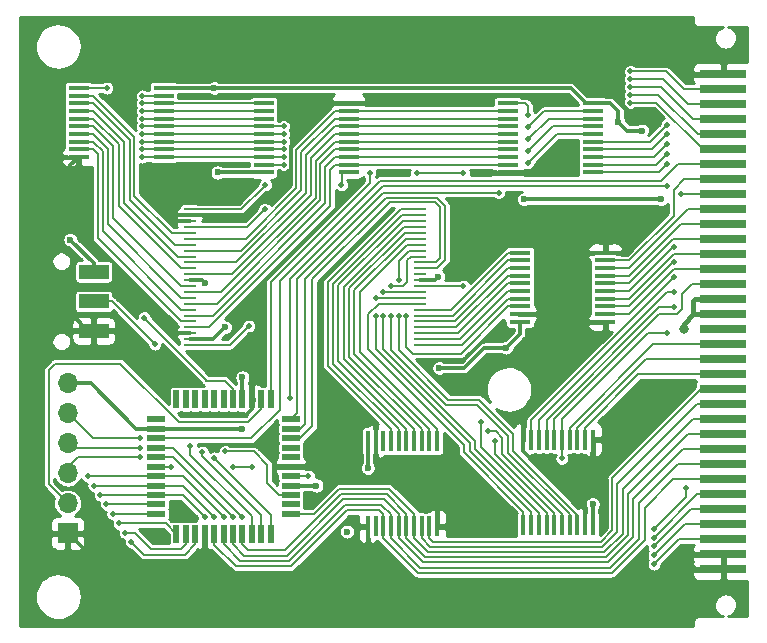
<source format=gtl>
G04 #@! TF.GenerationSoftware,KiCad,Pcbnew,5.1.2-f72e74a~84~ubuntu16.04.1*
G04 #@! TF.CreationDate,2019-06-15T11:53:25+02:00*
G04 #@! TF.ProjectId,sakura,73616b75-7261-42e6-9b69-6361645f7063,2.1.2019*
G04 #@! TF.SameCoordinates,Original*
G04 #@! TF.FileFunction,Copper,L1,Top*
G04 #@! TF.FilePolarity,Positive*
%FSLAX46Y46*%
G04 Gerber Fmt 4.6, Leading zero omitted, Abs format (unit mm)*
G04 Created by KiCad (PCBNEW 5.1.2-f72e74a~84~ubuntu16.04.1) date 2019-06-15 11:53:25*
%MOMM*%
%LPD*%
G04 APERTURE LIST*
%ADD10R,4.000000X0.800000*%
%ADD11C,0.800000*%
%ADD12R,2.500000X1.250000*%
%ADD13R,1.750000X0.450000*%
%ADD14R,0.450000X1.750000*%
%ADD15O,1.700000X1.700000*%
%ADD16R,1.700000X1.700000*%
%ADD17R,1.100000X0.250000*%
%ADD18R,0.550000X1.500000*%
%ADD19R,1.500000X0.550000*%
%ADD20C,0.600000*%
%ADD21C,0.500000*%
%ADD22C,0.300000*%
%ADD23C,0.350000*%
%ADD24C,0.400000*%
%ADD25C,0.200000*%
%ADD26C,0.254000*%
G04 APERTURE END LIST*
D10*
X176464550Y-127593450D03*
X176464550Y-126323450D03*
X176464550Y-125053450D03*
X176464550Y-123783450D03*
X176464550Y-122513450D03*
X176464550Y-121243450D03*
X176464550Y-119973450D03*
X176464550Y-118703450D03*
X176464550Y-117433450D03*
X176464550Y-116163450D03*
X176464550Y-114893450D03*
X176464550Y-113623450D03*
X176464550Y-112353450D03*
X176464550Y-111083450D03*
X176464550Y-109813450D03*
X176464550Y-108543450D03*
X176464550Y-107273450D03*
X176464550Y-106003450D03*
X176464550Y-104733450D03*
X176464550Y-103463450D03*
X176464550Y-102193450D03*
X176464550Y-100923450D03*
X176464550Y-99653450D03*
X176464550Y-98383450D03*
X176464550Y-97113450D03*
X176464550Y-95843450D03*
X176464550Y-94573450D03*
X176464550Y-93303450D03*
X176464550Y-92033450D03*
X176464550Y-90763450D03*
X176464550Y-89493450D03*
X176464550Y-88223450D03*
X176464550Y-86953450D03*
X176464550Y-85683450D03*
D11*
X117524450Y-127859790D03*
X117524450Y-125359790D03*
X117524450Y-122859790D03*
X117524450Y-120359790D03*
X117524450Y-117859790D03*
X117524450Y-115359790D03*
X117524450Y-112859790D03*
X117524450Y-110359790D03*
X117524450Y-107859790D03*
X117524450Y-105359790D03*
X117524450Y-102859790D03*
X117524450Y-100359790D03*
X117524450Y-97859790D03*
X117524450Y-95359790D03*
X117524450Y-92859790D03*
X117524450Y-90359790D03*
X117524450Y-87859790D03*
X117524450Y-85359790D03*
X122934450Y-130669790D03*
X125434450Y-130669790D03*
X127934450Y-130669790D03*
X130434450Y-130669790D03*
X132934450Y-130669790D03*
X135434450Y-130669790D03*
X137934450Y-130669790D03*
X140434450Y-130669790D03*
X142934450Y-130669790D03*
X145434450Y-130669790D03*
X147934450Y-130669790D03*
X150434450Y-130669790D03*
X152934450Y-130669790D03*
X155434450Y-130669790D03*
X157934450Y-130669790D03*
X160434450Y-130669790D03*
X162934450Y-130669790D03*
X165434450Y-130669790D03*
X122924450Y-82739790D03*
X125424450Y-82739790D03*
X127924450Y-82739790D03*
X130424450Y-82739790D03*
X132924450Y-82739790D03*
X135424450Y-82739790D03*
X137924450Y-82739790D03*
X140424450Y-82739790D03*
X142924450Y-82739790D03*
X145424450Y-82739790D03*
X147924450Y-82739790D03*
X150424450Y-82739790D03*
X152924450Y-82739790D03*
X155424450Y-82739790D03*
X157924450Y-82739790D03*
X160424450Y-82739790D03*
X162924450Y-82739790D03*
X165424450Y-82739790D03*
D12*
X123170450Y-102431790D03*
X123170450Y-104931790D03*
X123170450Y-107431790D03*
D13*
X158234300Y-88154940D03*
X158234300Y-88804940D03*
X158234300Y-89454940D03*
X158234300Y-90104940D03*
X158234300Y-90754940D03*
X158234300Y-91404940D03*
X158234300Y-92054940D03*
X158234300Y-92704940D03*
X158234300Y-93354940D03*
X158234300Y-94004940D03*
X165434300Y-94004940D03*
X165434300Y-93354940D03*
X165434300Y-92704940D03*
X165434300Y-92054940D03*
X165434300Y-91404940D03*
X165434300Y-90754940D03*
X165434300Y-90104940D03*
X165434300Y-89454940D03*
X165434300Y-88804940D03*
X165434300Y-88154940D03*
X137554300Y-94004940D03*
X137554300Y-93354940D03*
X137554300Y-92704940D03*
X137554300Y-92054940D03*
X137554300Y-91404940D03*
X137554300Y-90754940D03*
X137554300Y-90104940D03*
X137554300Y-89454940D03*
X137554300Y-88804940D03*
X137554300Y-88154940D03*
X144754300Y-88154940D03*
X144754300Y-88804940D03*
X144754300Y-89454940D03*
X144754300Y-90104940D03*
X144754300Y-90754940D03*
X144754300Y-91404940D03*
X144754300Y-92054940D03*
X144754300Y-92704940D03*
X144754300Y-93354940D03*
X144754300Y-94004940D03*
X121884300Y-86864940D03*
X121884300Y-87514940D03*
X121884300Y-88164940D03*
X121884300Y-88814940D03*
X121884300Y-89464940D03*
X121884300Y-90114940D03*
X121884300Y-90764940D03*
X121884300Y-91414940D03*
X121884300Y-92064940D03*
X121884300Y-92714940D03*
X129084300Y-92714940D03*
X129084300Y-92064940D03*
X129084300Y-91414940D03*
X129084300Y-90764940D03*
X129084300Y-90114940D03*
X129084300Y-89464940D03*
X129084300Y-88814940D03*
X129084300Y-88164940D03*
X129084300Y-87514940D03*
X129084300Y-86864940D03*
D14*
X146379300Y-116769940D03*
X147029300Y-116769940D03*
X147679300Y-116769940D03*
X148329300Y-116769940D03*
X148979300Y-116769940D03*
X149629300Y-116769940D03*
X150279300Y-116769940D03*
X150929300Y-116769940D03*
X151579300Y-116769940D03*
X152229300Y-116769940D03*
X152229300Y-123969940D03*
X151579300Y-123969940D03*
X150929300Y-123969940D03*
X150279300Y-123969940D03*
X149629300Y-123969940D03*
X148979300Y-123969940D03*
X148329300Y-123969940D03*
X147679300Y-123969940D03*
X147029300Y-123969940D03*
X146379300Y-123969940D03*
X165409300Y-116639940D03*
X164759300Y-116639940D03*
X164109300Y-116639940D03*
X163459300Y-116639940D03*
X162809300Y-116639940D03*
X162159300Y-116639940D03*
X161509300Y-116639940D03*
X160859300Y-116639940D03*
X160209300Y-116639940D03*
X159559300Y-116639940D03*
X159559300Y-123839940D03*
X160209300Y-123839940D03*
X160859300Y-123839940D03*
X161509300Y-123839940D03*
X162159300Y-123839940D03*
X162809300Y-123839940D03*
X163459300Y-123839940D03*
X164109300Y-123839940D03*
X164759300Y-123839940D03*
X165409300Y-123839940D03*
D13*
X159274300Y-106654940D03*
X159274300Y-106004940D03*
X159274300Y-105354940D03*
X159274300Y-104704940D03*
X159274300Y-104054940D03*
X159274300Y-103404940D03*
X159274300Y-102754940D03*
X159274300Y-102104940D03*
X159274300Y-101454940D03*
X159274300Y-100804940D03*
X166474300Y-100804940D03*
X166474300Y-101454940D03*
X166474300Y-102104940D03*
X166474300Y-102754940D03*
X166474300Y-103404940D03*
X166474300Y-104054940D03*
X166474300Y-104704940D03*
X166474300Y-105354940D03*
X166474300Y-106004940D03*
X166474300Y-106654940D03*
D15*
X120974300Y-111849940D03*
X120974300Y-114389940D03*
X120974300Y-116929940D03*
X120974300Y-119469940D03*
X120974300Y-122009940D03*
D16*
X120974300Y-124549940D03*
D17*
X131294300Y-108629940D03*
X131294300Y-108129940D03*
X131294300Y-107629940D03*
X131294300Y-107129940D03*
X131294300Y-106629940D03*
X131294300Y-106129940D03*
X131294300Y-105629940D03*
X131294300Y-105129940D03*
X131294300Y-104629940D03*
X131294300Y-104129940D03*
X131294300Y-103629940D03*
X131294300Y-103129940D03*
X131294300Y-102629940D03*
X131294300Y-102129940D03*
X131294300Y-101629940D03*
X131294300Y-101129940D03*
X131294300Y-100629940D03*
X131294300Y-100129940D03*
X131294300Y-99629940D03*
X131294300Y-99129940D03*
X131294300Y-98629940D03*
X131294300Y-98129940D03*
X131294300Y-97629940D03*
X150794300Y-97129940D03*
X150794300Y-97629940D03*
X150794300Y-98129940D03*
X150794300Y-98629940D03*
X150794300Y-99129940D03*
X150794300Y-99629940D03*
X150794300Y-100129940D03*
X150794300Y-100629940D03*
X150794300Y-101129940D03*
X150794300Y-101629940D03*
X150794300Y-102129940D03*
X150794300Y-102629940D03*
X150794300Y-103129940D03*
X150794300Y-103629940D03*
X150794300Y-104129940D03*
X150794300Y-104629940D03*
X150794300Y-105129940D03*
X150794300Y-105629940D03*
X150794300Y-106129940D03*
X150794300Y-106629940D03*
X150794300Y-107129940D03*
X150794300Y-107629940D03*
X150794300Y-108129940D03*
X131294300Y-97129940D03*
X150794300Y-108629940D03*
D18*
X130164300Y-124619940D03*
X130964300Y-124619940D03*
X131764300Y-124619940D03*
X132564300Y-124619940D03*
X133364300Y-124619940D03*
X134164300Y-124619940D03*
X134964300Y-124619940D03*
X135764300Y-124619940D03*
X136564300Y-124619940D03*
X137364300Y-124619940D03*
X138164300Y-124619940D03*
D19*
X139864300Y-122919940D03*
X139864300Y-122119940D03*
X139864300Y-121319940D03*
X139864300Y-120519940D03*
X139864300Y-119719940D03*
X139864300Y-118919940D03*
X139864300Y-118119940D03*
X139864300Y-117319940D03*
X139864300Y-116519940D03*
X139864300Y-115719940D03*
X139864300Y-114919940D03*
D18*
X138164300Y-113219940D03*
X137364300Y-113219940D03*
X136564300Y-113219940D03*
X135764300Y-113219940D03*
X134964300Y-113219940D03*
X134164300Y-113219940D03*
X133364300Y-113219940D03*
X132564300Y-113219940D03*
X131764300Y-113219940D03*
X130964300Y-113219940D03*
X130164300Y-113219940D03*
D19*
X128464300Y-114919940D03*
X128464300Y-115719940D03*
X128464300Y-116519940D03*
X128464300Y-117319940D03*
X128464300Y-118119940D03*
X128464300Y-118919940D03*
X128464300Y-119719940D03*
X128464300Y-120519940D03*
X128464300Y-121319940D03*
X128464300Y-122119940D03*
X128464300Y-122919940D03*
D20*
X144614470Y-124418530D03*
X152334450Y-102829790D03*
X132609450Y-103379790D03*
X158084450Y-108849790D03*
X152434450Y-110569790D03*
X142024450Y-120519790D03*
X135760030Y-115713950D03*
X135764300Y-111369940D03*
X134284300Y-107119350D03*
X133385130Y-86854470D03*
X167588770Y-89711970D03*
X133659450Y-94012190D03*
X146372150Y-119046430D03*
X165414530Y-122069030D03*
X171214450Y-96289790D03*
X159594450Y-96289790D03*
X169594450Y-90469790D03*
X121188050Y-99701790D03*
D11*
X173109450Y-107229790D03*
D20*
X173508300Y-86325940D03*
X173508300Y-126975940D03*
X128194450Y-96429790D03*
X129044450Y-106799790D03*
X153580670Y-123146310D03*
X131762070Y-114576030D03*
X155460270Y-120915870D03*
X170535170Y-114797010D03*
X158955310Y-109922750D03*
X154832890Y-111865850D03*
X143316530Y-113270470D03*
X139882450Y-88210830D03*
X136997010Y-104395710D03*
X153750850Y-97745990D03*
X130522550Y-122777690D03*
X128518490Y-124725870D03*
X137903790Y-116427690D03*
X127426290Y-109183610D03*
X129516710Y-111218150D03*
X157738650Y-97939030D03*
X131866210Y-94456690D03*
X128706450Y-94446530D03*
X127070690Y-86069610D03*
X172351270Y-113102830D03*
X168914650Y-116481030D03*
X125158070Y-126193990D03*
X148338110Y-94050290D03*
X131627450Y-127476690D03*
X133410530Y-127476690D03*
X155660930Y-124103570D03*
X153796570Y-119833830D03*
X157019830Y-122081730D03*
X135584770Y-105807950D03*
X152226850Y-118695910D03*
X164769370Y-119798270D03*
X156107970Y-100280910D03*
X168843530Y-113105370D03*
X167223010Y-114789390D03*
X121180430Y-97481830D03*
X121180430Y-95058670D03*
X158442230Y-114677630D03*
X163074450Y-108819790D03*
X163074450Y-100829790D03*
X162944450Y-93999790D03*
X144994450Y-116359790D03*
X142324450Y-104529790D03*
X136997010Y-109329790D03*
D21*
X159958300Y-93175940D03*
X159958300Y-92175940D03*
X159958300Y-91175940D03*
X173304450Y-120699790D03*
X135764300Y-123175940D03*
X170608300Y-124175940D03*
X172315180Y-105424780D03*
X172315180Y-104154780D03*
X172335330Y-102884780D03*
X172305330Y-101614780D03*
X172315180Y-100344780D03*
X171708300Y-95155190D03*
X136598230Y-118916890D03*
X129752930Y-118916890D03*
X134921830Y-118916890D03*
X139770690Y-113115530D03*
X171708300Y-93319940D03*
X171708300Y-92439940D03*
X171708300Y-91589940D03*
X171708300Y-90759940D03*
X171708300Y-89985940D03*
X127284300Y-89464940D03*
X123719300Y-121319940D03*
X170608300Y-127175940D03*
X132564300Y-123175940D03*
X127284300Y-88814940D03*
X123189300Y-120519940D03*
X170608300Y-126425940D03*
X133364300Y-123175940D03*
X122659300Y-119719940D03*
X127284300Y-88164940D03*
X134164300Y-123175940D03*
X170608300Y-125675940D03*
X170608300Y-124925940D03*
X134964300Y-123175940D03*
X172884450Y-95859790D03*
X141345490Y-119719940D03*
X171714450Y-107599790D03*
X162809450Y-118229790D03*
X139258300Y-92704940D03*
X127284300Y-92714940D03*
X168604300Y-88099940D03*
X126369300Y-125319940D03*
X139258300Y-92054940D03*
X127284300Y-92064940D03*
X168604300Y-87434940D03*
X125839300Y-124519940D03*
X139258300Y-91404940D03*
X127284300Y-91414940D03*
X168604300Y-86779940D03*
X125309300Y-123719940D03*
X139258300Y-90754940D03*
X124779300Y-122919940D03*
X127284300Y-90764940D03*
X168614300Y-86109940D03*
X139258300Y-90104940D03*
X124249300Y-122119940D03*
X127284300Y-90114940D03*
X168614300Y-85444940D03*
X149644300Y-106129940D03*
X136305370Y-107014450D03*
X147044300Y-104629940D03*
X147044300Y-106129940D03*
X147694300Y-106129940D03*
X147694300Y-104129940D03*
X154466300Y-103629940D03*
X124284450Y-86869790D03*
X155924450Y-115109790D03*
X144149650Y-95069790D03*
X159958300Y-89175940D03*
X154472210Y-94050290D03*
X150508300Y-94050290D03*
X157164450Y-116789790D03*
X137662490Y-97123690D03*
X137714450Y-95069790D03*
X156544050Y-115931590D03*
X148344300Y-103629940D03*
X148344300Y-106129940D03*
X148994300Y-106129940D03*
X148994300Y-103129940D03*
X127436450Y-106305790D03*
X127284300Y-87514940D03*
X146531050Y-94050290D03*
X139258300Y-93354940D03*
X159958300Y-90175940D03*
X157454452Y-95731770D03*
X133358300Y-118175940D03*
X127080850Y-118119940D03*
X132358300Y-117675940D03*
X127080850Y-117319940D03*
X131358300Y-117175940D03*
X127080850Y-116519940D03*
X134294450Y-117634190D03*
X128350850Y-108540990D03*
D22*
X135764300Y-111369940D02*
X135764300Y-113219940D01*
X138154300Y-94004940D02*
X137249300Y-94004940D01*
X163539300Y-86859940D02*
X164834300Y-88154940D01*
X164834300Y-88154940D02*
X165999600Y-88154940D01*
X128474150Y-115729790D02*
X128464300Y-115719940D01*
X142024300Y-120519940D02*
X139864300Y-120519940D01*
X142024450Y-120519790D02*
X142024300Y-120519940D01*
X135754040Y-115719940D02*
X135760030Y-115713950D01*
X128464300Y-115719940D02*
X135754040Y-115719940D01*
X132359600Y-103129940D02*
X132609450Y-103379790D01*
X131294300Y-103129940D02*
X132359600Y-103129940D01*
X133273710Y-108129940D02*
X134284300Y-107119350D01*
X131294300Y-108129940D02*
X133273710Y-108129940D01*
X133374660Y-86864940D02*
X133385130Y-86854470D01*
X129084300Y-86864940D02*
X133374660Y-86864940D01*
X133390600Y-86859940D02*
X133385130Y-86854470D01*
X163539300Y-86859940D02*
X133390600Y-86859940D01*
X165434300Y-88154940D02*
X166913120Y-88154940D01*
X167588770Y-88830590D02*
X167588770Y-89711970D01*
X166913120Y-88154940D02*
X167588770Y-88830590D01*
X133666700Y-94004940D02*
X133659450Y-94012190D01*
X137554300Y-94004940D02*
X133666700Y-94004940D01*
X146379300Y-119039280D02*
X146372150Y-119046430D01*
X146379300Y-116769940D02*
X146379300Y-119039280D01*
X165409300Y-122074260D02*
X165414530Y-122069030D01*
X165409300Y-123839940D02*
X165409300Y-122074260D01*
X159274300Y-107659940D02*
X158084450Y-108849790D01*
X159274300Y-106654940D02*
X159274300Y-107659940D01*
X152034300Y-103129940D02*
X152334450Y-102829790D01*
X150794300Y-103129940D02*
X152034300Y-103129940D01*
X152788003Y-110569790D02*
X152434450Y-110569790D01*
X154536370Y-110569790D02*
X152788003Y-110569790D01*
X156256370Y-108849790D02*
X154536370Y-110569790D01*
X158084450Y-108849790D02*
X156256370Y-108849790D01*
X171214450Y-96289790D02*
X159594450Y-96289790D01*
X168346590Y-90469790D02*
X167588770Y-89711970D01*
X169594450Y-90469790D02*
X168346590Y-90469790D01*
X123170450Y-101684190D02*
X121188050Y-99701790D01*
X123170450Y-102431790D02*
X123170450Y-101684190D01*
X126774450Y-115719940D02*
X128464300Y-115719940D01*
X122904450Y-111849940D02*
X126774450Y-115719940D01*
X120974300Y-111849940D02*
X122904450Y-111849940D01*
D23*
X176454300Y-104734940D02*
X175184300Y-104734940D01*
D24*
X176454300Y-104734940D02*
X174874620Y-104734940D01*
X176454300Y-104734940D02*
X174054200Y-104734940D01*
X173109450Y-106829790D02*
X173109450Y-107229790D01*
X173934300Y-106004940D02*
X173109450Y-106829790D01*
X176454300Y-106004940D02*
X173934300Y-106004940D01*
X173934300Y-104854840D02*
X174054200Y-104734940D01*
X173934300Y-106004940D02*
X173934300Y-104854840D01*
D22*
X131294300Y-97629940D02*
X131694300Y-97629940D01*
X129294449Y-107049789D02*
X129044450Y-106799790D01*
X129874600Y-107629940D02*
X129294449Y-107049789D01*
X131294300Y-107629940D02*
X129874600Y-107629940D01*
X131294300Y-97629940D02*
X129394600Y-97629940D01*
X129894600Y-98129940D02*
X128964450Y-97199790D01*
X128964450Y-97199790D02*
X128194450Y-96429790D01*
X131294300Y-98129940D02*
X129894600Y-98129940D01*
X129394600Y-97629940D02*
X128964450Y-97199790D01*
X136564300Y-113219940D02*
X136564300Y-114051160D01*
X136039430Y-114576030D02*
X131762070Y-114576030D01*
X136564300Y-114051160D02*
X136039430Y-114576030D01*
X174159300Y-126324940D02*
X173508300Y-126975940D01*
X176454300Y-126324940D02*
X174159300Y-126324940D01*
X174127300Y-127594940D02*
X173508300Y-126975940D01*
X176454300Y-127594940D02*
X174127300Y-127594940D01*
X173507340Y-126975940D02*
X173508300Y-126975940D01*
X174149300Y-85684940D02*
X173508300Y-86325940D01*
X176454300Y-85684940D02*
X174149300Y-85684940D01*
X144154300Y-88154940D02*
X143606100Y-88154940D01*
X136254300Y-97629940D02*
X131294300Y-97629940D01*
X143606100Y-88154940D02*
X139882450Y-91878590D01*
X139882450Y-91878590D02*
X139882450Y-94001790D01*
X139882450Y-94001790D02*
X136254300Y-97629940D01*
X152229300Y-118698360D02*
X152226850Y-118695910D01*
X152229300Y-123969940D02*
X152229300Y-118698360D01*
X164759300Y-119808340D02*
X164769370Y-119798270D01*
X164759300Y-123839940D02*
X164759300Y-119808340D01*
X165409300Y-119158340D02*
X164769370Y-119798270D01*
X165409300Y-116639940D02*
X165409300Y-119158340D01*
X159559300Y-116639940D02*
X159559300Y-117618420D01*
X161739150Y-119798270D02*
X164769370Y-119798270D01*
X159559300Y-117618420D02*
X161739150Y-119798270D01*
X159274300Y-106004940D02*
X160523620Y-106004940D01*
X171849310Y-128634930D02*
X173508300Y-126975940D01*
X146379300Y-128611600D02*
X146402630Y-128634930D01*
X146379300Y-123969940D02*
X146379300Y-128611600D01*
X146402630Y-128634930D02*
X171849310Y-128634930D01*
X132564300Y-128622640D02*
X132552010Y-128634930D01*
X132564300Y-124619940D02*
X132564300Y-128622640D01*
X146402630Y-128634930D02*
X132552010Y-128634930D01*
X159559300Y-114650220D02*
X159559300Y-116639940D01*
X163074450Y-111135070D02*
X159559300Y-114650220D01*
X163074450Y-108819790D02*
X163074450Y-111135070D01*
X163074450Y-108819790D02*
X163074450Y-100829790D01*
X163099300Y-100804940D02*
X163074450Y-100829790D01*
X166474300Y-100804940D02*
X163099300Y-100804940D01*
X163074450Y-108555770D02*
X160523620Y-106004940D01*
X163074450Y-108819790D02*
X163074450Y-108555770D01*
X162944450Y-93999790D02*
X162939300Y-94004940D01*
X158239450Y-93999790D02*
X158234300Y-94004940D01*
X162944450Y-93999790D02*
X158239450Y-93999790D01*
X142434300Y-118919940D02*
X144994450Y-116359790D01*
X139864300Y-118919940D02*
X142434300Y-118919940D01*
X144994450Y-114948390D02*
X143316530Y-113270470D01*
X144994450Y-116359790D02*
X144994450Y-114948390D01*
X143316530Y-113270470D02*
X143315130Y-113270470D01*
X142324450Y-112279790D02*
X142324450Y-104529790D01*
X143315130Y-113270470D02*
X142324450Y-112279790D01*
X129460830Y-111218150D02*
X127426290Y-109183610D01*
X129516710Y-111218150D02*
X129460830Y-111218150D01*
X125674470Y-107431790D02*
X127426290Y-109183610D01*
X123170450Y-107431790D02*
X125674470Y-107431790D01*
X121180430Y-93418810D02*
X121884300Y-92714940D01*
X121180430Y-95058670D02*
X121180430Y-93418810D01*
X121180430Y-95058670D02*
X121180430Y-97481830D01*
X121180430Y-97481830D02*
X121180430Y-97499610D01*
X121180430Y-97499610D02*
X119283050Y-99396990D01*
X119283050Y-99396990D02*
X119283050Y-103994390D01*
X122720450Y-107431790D02*
X119283050Y-103994390D01*
X123170450Y-107431790D02*
X122720450Y-107431790D01*
X125059290Y-128634930D02*
X120974300Y-124549940D01*
X132552010Y-128634930D02*
X125059290Y-128634930D01*
X165239300Y-106654940D02*
X163074450Y-108819790D01*
X166474300Y-106654940D02*
X165239300Y-106654940D01*
D25*
X162379300Y-90754940D02*
X159958300Y-93175940D01*
X164834300Y-90754940D02*
X162379300Y-90754940D01*
X162029300Y-90104940D02*
X159958300Y-92175940D01*
X164834300Y-90104940D02*
X162029300Y-90104940D01*
X161679300Y-89454940D02*
X159958300Y-91175940D01*
X164834300Y-89454940D02*
X161679300Y-89454940D01*
X129908300Y-117319940D02*
X135764300Y-123175940D01*
X128464300Y-117319940D02*
X129908300Y-117319940D01*
X173304450Y-121479790D02*
X170608300Y-124175940D01*
X173304450Y-120699790D02*
X173304450Y-121479790D01*
X171025020Y-105424780D02*
X172315180Y-105424780D01*
X161509300Y-114940500D02*
X171025020Y-105424780D01*
X161509300Y-116639940D02*
X161509300Y-114940500D01*
X171690500Y-104154780D02*
X172315180Y-104154780D01*
X160859300Y-114985980D02*
X171690500Y-104154780D01*
X160859300Y-116639940D02*
X160859300Y-114985980D01*
X160209300Y-115010810D02*
X172335330Y-102884780D01*
X160209300Y-116639940D02*
X160209300Y-115010810D01*
X172244220Y-101614780D02*
X172305330Y-101614780D01*
X168504060Y-105354940D02*
X172244220Y-101614780D01*
X166474300Y-105354940D02*
X168504060Y-105354940D01*
X168503580Y-104054940D02*
X172213740Y-100344780D01*
X172213740Y-100344780D02*
X172315180Y-100344780D01*
X166474300Y-104054940D02*
X168503580Y-104054940D01*
X129749880Y-118919940D02*
X129752930Y-118916890D01*
X128464300Y-118919940D02*
X129749880Y-118919940D01*
X134921830Y-118916890D02*
X136598230Y-118916890D01*
X139770690Y-103008870D02*
X139770690Y-113115530D01*
X147624370Y-95155190D02*
X139770690Y-103008870D01*
X171734050Y-95155190D02*
X147624370Y-95155190D01*
X171708300Y-93319940D02*
X171708300Y-93321090D01*
X171023300Y-94004940D02*
X171708300Y-93319940D01*
X164834300Y-94004940D02*
X171023300Y-94004940D01*
X164834300Y-93354940D02*
X170793300Y-93354940D01*
X170793300Y-93354940D02*
X171708300Y-92439940D01*
X170593300Y-92704940D02*
X171708300Y-91589940D01*
X164834300Y-92704940D02*
X170593300Y-92704940D01*
X170413300Y-92054940D02*
X171708300Y-90759940D01*
X164834300Y-92054940D02*
X170413300Y-92054940D01*
X170293150Y-91404940D02*
X171708300Y-89989790D01*
X164834300Y-91404940D02*
X170293150Y-91404940D01*
X127289300Y-89464940D02*
X127284300Y-89459940D01*
X130708300Y-121319940D02*
X132564300Y-123175940D01*
X128464300Y-121319940D02*
X130708300Y-121319940D01*
X128464300Y-121319940D02*
X123719300Y-121319940D01*
X172729300Y-125054940D02*
X170608300Y-127175940D01*
X176454300Y-125054940D02*
X172729300Y-125054940D01*
X127284300Y-89464940D02*
X137544300Y-89464940D01*
X127289300Y-88814940D02*
X127284300Y-88819940D01*
X176454300Y-123784940D02*
X174754300Y-123784940D01*
X130708300Y-120519940D02*
X133364300Y-123175940D01*
X128464300Y-120519940D02*
X130708300Y-120519940D01*
X128464300Y-120519940D02*
X123189300Y-120519940D01*
X173249300Y-123784940D02*
X170608300Y-126425940D01*
X176454300Y-123784940D02*
X173249300Y-123784940D01*
X127284300Y-88814940D02*
X137544300Y-88814940D01*
X127289300Y-88164940D02*
X127284300Y-88159940D01*
X176454300Y-122514940D02*
X174754300Y-122514940D01*
X130708300Y-119719940D02*
X134164300Y-123175940D01*
X128464300Y-119719940D02*
X130708300Y-119719940D01*
X128464300Y-119719940D02*
X122659300Y-119719940D01*
X173769300Y-122514940D02*
X170608300Y-125675940D01*
X176454300Y-122514940D02*
X173769300Y-122514940D01*
X127284300Y-88164940D02*
X137544300Y-88164940D01*
X176454300Y-121244940D02*
X174754300Y-121244940D01*
X129908300Y-118119940D02*
X134964300Y-123175940D01*
X128464300Y-118119940D02*
X129908300Y-118119940D01*
X174289300Y-121244940D02*
X170608300Y-124925940D01*
X176454300Y-121244940D02*
X174289300Y-121244940D01*
X147679300Y-122941840D02*
X147679300Y-123969940D01*
X147344970Y-122607510D02*
X147679300Y-122941840D01*
X144627170Y-122607510D02*
X147344970Y-122607510D01*
X135208850Y-127362390D02*
X139872290Y-127362390D01*
X139872290Y-127362390D02*
X144627170Y-122607510D01*
X133364300Y-124619940D02*
X133364300Y-125517840D01*
X133364300Y-125517840D02*
X135208850Y-127362390D01*
X169813810Y-122396690D02*
X172235560Y-119974940D01*
X147679300Y-123969940D02*
X147679300Y-124994160D01*
X150598710Y-127913570D02*
X167052830Y-127913570D01*
X147679300Y-124994160D02*
X150598710Y-127913570D01*
X172235560Y-119974940D02*
X176454300Y-119974940D01*
X169813810Y-125152590D02*
X169813810Y-122396690D01*
X167052830Y-127913570D02*
X169813810Y-125152590D01*
X134164300Y-125094940D02*
X134164300Y-124619940D01*
X148329300Y-122951760D02*
X148329300Y-123969940D01*
X144472230Y-122137610D02*
X147515150Y-122137610D01*
X134164300Y-124619940D02*
X134164300Y-125479640D01*
X134164300Y-125479640D02*
X135597470Y-126912810D01*
X135597470Y-126912810D02*
X139697030Y-126912810D01*
X147515150Y-122137610D02*
X148329300Y-122951760D01*
X139697030Y-126912810D02*
X144472230Y-122137610D01*
X172652120Y-118704940D02*
X176454300Y-118704940D01*
X169343910Y-122013150D02*
X172652120Y-118704940D01*
X169343910Y-125015430D02*
X169343910Y-122013150D01*
X148329300Y-123969940D02*
X148329300Y-124993920D01*
X148329300Y-124993920D02*
X150812070Y-127476690D01*
X150812070Y-127476690D02*
X166882650Y-127476690D01*
X166882650Y-127476690D02*
X169343910Y-125015430D01*
X134964300Y-125094940D02*
X134964300Y-124619940D01*
X148979300Y-122898180D02*
X148979300Y-123969940D01*
X144291890Y-121688030D02*
X147769150Y-121688030D01*
X134964300Y-124619940D02*
X134964300Y-125492240D01*
X135927670Y-126455610D02*
X139524310Y-126455610D01*
X147769150Y-121688030D02*
X148979300Y-122898180D01*
X139524310Y-126455610D02*
X144291890Y-121688030D01*
X134964300Y-125492240D02*
X135927670Y-126455610D01*
X168871470Y-121624530D02*
X173061060Y-117434940D01*
X168871470Y-124880810D02*
X168871470Y-121624530D01*
X148979300Y-123969940D02*
X148979300Y-124991140D01*
X148979300Y-124991140D02*
X151015270Y-127027110D01*
X173061060Y-117434940D02*
X176454300Y-117434940D01*
X151015270Y-127027110D02*
X166725170Y-127027110D01*
X166725170Y-127027110D02*
X168871470Y-124880810D01*
X135764300Y-125094940D02*
X135764300Y-124619940D01*
X147969810Y-121238450D02*
X149629300Y-122897940D01*
X144116630Y-121238450D02*
X147969810Y-121238450D01*
X135764300Y-124619940D02*
X135764300Y-125504840D01*
X135764300Y-125504840D02*
X136247710Y-125988250D01*
X149629300Y-122897940D02*
X149629300Y-123969940D01*
X136247710Y-125988250D02*
X139366830Y-125988250D01*
X139366830Y-125988250D02*
X144116630Y-121238450D01*
X168416810Y-121240990D02*
X173492860Y-116164940D01*
X168416810Y-124718250D02*
X168416810Y-121240990D01*
X173492860Y-116164940D02*
X176454300Y-116164940D01*
X149629300Y-123969940D02*
X149629300Y-124993440D01*
X149629300Y-124993440D02*
X151221010Y-126585150D01*
X151221010Y-126585150D02*
X166549910Y-126585150D01*
X166549910Y-126585150D02*
X168416810Y-124718250D01*
X139864300Y-122919940D02*
X141825540Y-122919940D01*
X141825540Y-122919940D02*
X143966770Y-120778710D01*
X150279300Y-122895160D02*
X150279300Y-123969940D01*
X143966770Y-120778710D02*
X148162850Y-120778710D01*
X148162850Y-120778710D02*
X150279300Y-122895160D01*
X173881480Y-114894940D02*
X176454300Y-114894940D01*
X167962150Y-120814270D02*
X173881480Y-114894940D01*
X167962150Y-124588710D02*
X167962150Y-120814270D01*
X150279300Y-123969940D02*
X150279300Y-124994480D01*
X150279300Y-124994480D02*
X151438170Y-126153350D01*
X151438170Y-126153350D02*
X166397510Y-126153350D01*
X166397510Y-126153350D02*
X167962150Y-124588710D01*
X167507490Y-120395170D02*
X174277720Y-113624940D01*
X167507490Y-124451550D02*
X167507490Y-120395170D01*
X151655350Y-125719010D02*
X166240030Y-125719010D01*
X166240030Y-125719010D02*
X167507490Y-124451550D01*
X174277720Y-113624940D02*
X176454300Y-113624940D01*
X150929300Y-123969940D02*
X150929300Y-124992960D01*
X150929300Y-124992960D02*
X151655350Y-125719010D01*
X167068070Y-119904950D02*
X174618080Y-112354940D01*
X174618080Y-112354940D02*
X176454300Y-112354940D01*
X167068070Y-124299150D02*
X167068070Y-119904950D01*
X151579300Y-123969940D02*
X151579300Y-124994960D01*
X151579300Y-124994960D02*
X151869010Y-125284670D01*
X151869010Y-125284670D02*
X166082550Y-125284670D01*
X166082550Y-125284670D02*
X167068070Y-124299150D01*
X164759300Y-115614800D02*
X164759300Y-116639940D01*
X169289160Y-111084940D02*
X164759300Y-115614800D01*
X176454300Y-111084940D02*
X169289160Y-111084940D01*
X164109300Y-115617100D02*
X164109300Y-116639940D01*
X169911460Y-109814940D02*
X164109300Y-115617100D01*
X176454300Y-109814940D02*
X169911460Y-109814940D01*
X176454300Y-108544940D02*
X173845210Y-108544940D01*
X163459300Y-115619400D02*
X163459300Y-116639940D01*
X170533760Y-108544940D02*
X163459300Y-115619400D01*
X176454300Y-108544940D02*
X170533760Y-108544940D01*
X174754300Y-103464940D02*
X176454300Y-103464940D01*
X172988810Y-104268710D02*
X173792580Y-103464940D01*
X172988810Y-105584430D02*
X172988810Y-104268710D01*
X173792580Y-103464940D02*
X176454300Y-103464940D01*
X162159300Y-116639940D02*
X162159300Y-114915340D01*
X162159300Y-114915340D02*
X171048250Y-106026390D01*
X171048250Y-106026390D02*
X172546850Y-106026390D01*
X172546850Y-106026390D02*
X172988810Y-105584430D01*
X176454300Y-102194940D02*
X172304140Y-102194940D01*
X172304140Y-102194940D02*
X168494140Y-106004940D01*
X168494140Y-106004940D02*
X166474300Y-106004940D01*
X172283820Y-100924940D02*
X168503820Y-104704940D01*
X168503820Y-104704940D02*
X166474300Y-104704940D01*
X176454300Y-100924940D02*
X172283820Y-100924940D01*
X176454300Y-99654940D02*
X172240640Y-99654940D01*
X172240640Y-99654940D02*
X168490640Y-103404940D01*
X168490640Y-103404940D02*
X166474300Y-103404940D01*
X172862940Y-98384940D02*
X176454300Y-98384940D01*
X168492940Y-102754940D02*
X172862940Y-98384940D01*
X166474300Y-102754940D02*
X168492940Y-102754940D01*
X174754300Y-97114940D02*
X176454300Y-97114940D01*
X174754300Y-97114940D02*
X176454300Y-97114940D01*
X168495240Y-102104940D02*
X166474300Y-102104940D01*
X173485240Y-97114940D02*
X168495240Y-102104940D01*
X176454300Y-97114940D02*
X173485240Y-97114940D01*
X172899300Y-95844940D02*
X172884450Y-95859790D01*
X176454300Y-95844940D02*
X172899300Y-95844940D01*
X139864300Y-119719940D02*
X141345490Y-119719940D01*
X162809300Y-115001940D02*
X162816110Y-114995130D01*
X162809300Y-116639940D02*
X162809300Y-115001940D01*
X162816110Y-114878290D02*
X162816110Y-114995130D01*
X170098290Y-107596110D02*
X162816110Y-114878290D01*
X171535170Y-107596110D02*
X170098290Y-107596110D01*
X162809300Y-118229640D02*
X162809450Y-118229790D01*
X162809300Y-116639940D02*
X162809300Y-118229640D01*
X168489920Y-101454940D02*
X166474300Y-101454940D01*
X176454300Y-94574940D02*
X173190600Y-94574940D01*
X173190600Y-94574940D02*
X172264450Y-95501090D01*
X172264450Y-95501090D02*
X172264450Y-97680410D01*
X172264450Y-97680410D02*
X168489920Y-101454940D01*
X172659300Y-93304940D02*
X176454300Y-93304940D01*
X171240850Y-94723390D02*
X172659300Y-93304940D01*
X128464300Y-116519940D02*
X136526300Y-116519940D01*
X136526300Y-116519940D02*
X138917250Y-114128990D01*
X138917250Y-114128990D02*
X138917250Y-103201910D01*
X147395770Y-94723390D02*
X171240850Y-94723390D01*
X138917250Y-103201910D02*
X147395770Y-94723390D01*
X127289300Y-92714940D02*
X127284300Y-92709940D01*
X174739600Y-92034940D02*
X170804600Y-88099940D01*
X176454300Y-92034940D02*
X174739600Y-92034940D01*
X126369300Y-125319940D02*
X126369300Y-125330040D01*
X126369300Y-125330040D02*
X127423750Y-126384490D01*
X127423750Y-126384490D02*
X130865450Y-126384490D01*
X131764300Y-125485640D02*
X130865450Y-126384490D01*
X131764300Y-124619940D02*
X131764300Y-125485640D01*
X168604300Y-88099940D02*
X170804600Y-88099940D01*
X139248300Y-92704940D02*
X139258300Y-92714940D01*
X127284300Y-92714940D02*
X139258300Y-92714940D01*
X127289300Y-92064940D02*
X127284300Y-92069940D01*
X125839300Y-124519940D02*
X126651400Y-124519940D01*
X126651400Y-124519940D02*
X127987630Y-125856170D01*
X127987630Y-125856170D02*
X130570810Y-125856170D01*
X130964300Y-125462680D02*
X130570810Y-125856170D01*
X130964300Y-124619940D02*
X130964300Y-125462680D01*
X174299450Y-90764940D02*
X176454300Y-90764940D01*
X170969450Y-87434940D02*
X174299450Y-90764940D01*
X168604300Y-87434940D02*
X170969450Y-87434940D01*
X139248300Y-92054940D02*
X139258300Y-92064940D01*
X127284300Y-92064940D02*
X139258300Y-92064940D01*
X127289300Y-91414940D02*
X127284300Y-91419940D01*
X130164300Y-124619940D02*
X130155000Y-124619940D01*
X129264300Y-123719940D02*
X130164300Y-124619940D01*
X129264300Y-123719940D02*
X125309300Y-123719940D01*
X173909600Y-89494940D02*
X176454300Y-89494940D01*
X171194600Y-86779940D02*
X173909600Y-89494940D01*
X168604300Y-86779940D02*
X171194600Y-86779940D01*
X139248300Y-91404940D02*
X139258300Y-91414940D01*
X127284300Y-91414940D02*
X139258300Y-91414940D01*
X127289300Y-90764940D02*
X127284300Y-90769940D01*
X128464300Y-122919940D02*
X124779300Y-122919940D01*
X171364600Y-86109940D02*
X173479600Y-88224940D01*
X173479600Y-88224940D02*
X176454300Y-88224940D01*
X168614300Y-86109940D02*
X171364600Y-86109940D01*
X127284300Y-90764940D02*
X139258300Y-90764940D01*
X127289300Y-90114940D02*
X127284300Y-90119940D01*
X173129838Y-86954940D02*
X171944838Y-85769940D01*
X176454300Y-86954940D02*
X173129838Y-86954940D01*
X128464300Y-122119940D02*
X124249300Y-122119940D01*
X171619838Y-85444940D02*
X171944838Y-85769940D01*
X168614300Y-85444940D02*
X171619838Y-85444940D01*
X139248300Y-90114940D02*
X139258300Y-90104940D01*
X127284300Y-90114940D02*
X139248300Y-90114940D01*
X149644300Y-108809640D02*
X150184450Y-109349790D01*
X149644300Y-106129940D02*
X149644300Y-108809640D01*
X134689880Y-108629940D02*
X136305370Y-107014450D01*
X131294300Y-108629940D02*
X134689880Y-108629940D01*
X150184450Y-109349790D02*
X154252690Y-109349790D01*
X158247540Y-105354940D02*
X159274300Y-105354940D01*
X154252690Y-109349790D02*
X158247540Y-105354940D01*
X150794300Y-108629940D02*
X154322300Y-108629940D01*
X158247300Y-104704940D02*
X159274300Y-104704940D01*
X154322300Y-108629940D02*
X158247300Y-104704940D01*
X150794300Y-108129940D02*
X154166980Y-108129940D01*
X158241980Y-104054940D02*
X159274300Y-104054940D01*
X154166980Y-108129940D02*
X158241980Y-104054940D01*
X150794300Y-107629940D02*
X154021820Y-107629940D01*
X158246820Y-103404940D02*
X159274300Y-103404940D01*
X154021820Y-107629940D02*
X158246820Y-103404940D01*
X150794300Y-107129940D02*
X153876660Y-107129940D01*
X158251660Y-102754940D02*
X159274300Y-102754940D01*
X153876660Y-107129940D02*
X158251660Y-102754940D01*
X150794300Y-106629940D02*
X153721340Y-106629940D01*
X158246340Y-102104940D02*
X159274300Y-102104940D01*
X153721340Y-106629940D02*
X158246340Y-102104940D01*
X150794300Y-106129940D02*
X153566020Y-106129940D01*
X158241020Y-101454940D02*
X159274300Y-101454940D01*
X153566020Y-106129940D02*
X158241020Y-101454940D01*
X150794300Y-105629940D02*
X153425940Y-105629940D01*
X158250940Y-100804940D02*
X159274300Y-100804940D01*
X153425940Y-105629940D02*
X158250940Y-100804940D01*
X147286380Y-105129940D02*
X150794300Y-105129940D01*
X146382310Y-106034010D02*
X147286380Y-105129940D01*
X146382310Y-108936123D02*
X146382310Y-106034010D01*
X159559300Y-123839940D02*
X159559300Y-122754300D01*
X154520470Y-117715470D02*
X154520470Y-117074283D01*
X159559300Y-122754300D02*
X154520470Y-117715470D01*
X154520470Y-117074283D02*
X146382310Y-108936123D01*
X147044300Y-106262072D02*
X147044300Y-106049940D01*
X150794300Y-104629940D02*
X147044300Y-104629940D01*
X147044300Y-108956600D02*
X147044300Y-106129940D01*
X160209300Y-122776920D02*
X154990370Y-117557990D01*
X160209300Y-123839940D02*
X160209300Y-122776920D01*
X154990370Y-116902670D02*
X147044300Y-108956600D01*
X154990370Y-117557990D02*
X154990370Y-116902670D01*
X147694300Y-104129940D02*
X150794300Y-104129940D01*
X147694300Y-108982950D02*
X147694300Y-106129940D01*
X160859300Y-123839940D02*
X160859300Y-122836109D01*
X155450110Y-116738760D02*
X147694300Y-108982950D01*
X160859300Y-122836109D02*
X155450110Y-117426919D01*
X155450110Y-117426919D02*
X155450110Y-116738760D01*
X122484300Y-86864940D02*
X124279600Y-86864940D01*
X144154300Y-94004940D02*
X144154300Y-95065140D01*
X154466300Y-103629940D02*
X150794300Y-103629940D01*
X159958300Y-89175940D02*
X159958300Y-88398480D01*
X159714760Y-88154940D02*
X158834300Y-88154940D01*
X159958300Y-88398480D02*
X159714760Y-88154940D01*
X150508300Y-94050290D02*
X154472210Y-94050290D01*
X155924450Y-117267790D02*
X155924450Y-115109790D01*
X161509300Y-122852640D02*
X155924450Y-117267790D01*
X161509300Y-123839940D02*
X161509300Y-122852640D01*
X137662490Y-97123690D02*
X137662490Y-97126230D01*
X136158780Y-98629940D02*
X131294300Y-98629940D01*
X137662490Y-97126230D02*
X136158780Y-98629940D01*
X157164450Y-117888030D02*
X157164450Y-116789790D01*
X162159300Y-122882880D02*
X157164450Y-117888030D01*
X162159300Y-123839940D02*
X162159300Y-122882880D01*
X137564451Y-95219789D02*
X137714450Y-95069790D01*
X135654300Y-97129940D02*
X137564451Y-95219789D01*
X135654300Y-97129940D02*
X131294300Y-97129940D01*
X157252710Y-115931590D02*
X156544050Y-115931590D01*
X162809300Y-122915660D02*
X157779290Y-117885650D01*
X157779290Y-117885650D02*
X157779290Y-116458170D01*
X162809300Y-123839940D02*
X162809300Y-122915660D01*
X157779290Y-116458170D02*
X157252710Y-115931590D01*
X148254300Y-106262072D02*
X148254300Y-106049940D01*
X149398520Y-103629940D02*
X148344300Y-103629940D01*
X149712250Y-101464550D02*
X149712250Y-103316210D01*
X149712250Y-103316210D02*
X149398520Y-103629940D01*
X150794300Y-101129940D02*
X150046860Y-101129940D01*
X150046860Y-101129940D02*
X149712250Y-101464550D01*
X148344300Y-109017080D02*
X148344300Y-106129940D01*
X153001550Y-113674330D02*
X148344300Y-109017080D01*
X155612670Y-113674330D02*
X153001550Y-113674330D01*
X163459300Y-123839940D02*
X163459300Y-122968760D01*
X158244110Y-116305770D02*
X155612670Y-113674330D01*
X163459300Y-122968760D02*
X158244110Y-117753570D01*
X158244110Y-117753570D02*
X158244110Y-116305770D01*
X148994300Y-103129940D02*
X148994300Y-101486540D01*
X149850900Y-100629940D02*
X150794300Y-100629940D01*
X148994300Y-101486540D02*
X149850900Y-100629940D01*
X148994300Y-109067640D02*
X148994300Y-106129940D01*
X153184430Y-113257770D02*
X148994300Y-109067640D01*
X155790470Y-113257770D02*
X153184430Y-113257770D01*
X164109300Y-123004080D02*
X158658130Y-117552910D01*
X158658130Y-117552910D02*
X158658130Y-116125430D01*
X164109300Y-123839940D02*
X164109300Y-123004080D01*
X158658130Y-116125430D02*
X155790470Y-113257770D01*
X150794300Y-97129940D02*
X149159900Y-97129940D01*
X149159900Y-97129940D02*
X142983790Y-103306050D01*
X148329300Y-116769940D02*
X148329300Y-115748320D01*
X148329300Y-115748320D02*
X142983790Y-110402810D01*
X142983790Y-103306050D02*
X142983790Y-110402810D01*
X150794300Y-97629940D02*
X149244100Y-97629940D01*
X149244100Y-97629940D02*
X143430830Y-103443210D01*
X148979300Y-116769940D02*
X148979300Y-115740460D01*
X148979300Y-115740460D02*
X143430830Y-110191990D01*
X143430830Y-103443210D02*
X143430830Y-110191990D01*
X149328300Y-98129940D02*
X150794300Y-98129940D01*
X143885490Y-103572750D02*
X149328300Y-98129940D01*
X149629300Y-116769940D02*
X149629300Y-115747840D01*
X149629300Y-115747840D02*
X143885490Y-110004030D01*
X143885490Y-103572750D02*
X143885490Y-110004030D01*
X149437900Y-98629940D02*
X150794300Y-98629940D01*
X144337610Y-103730230D02*
X149437900Y-98629940D01*
X150279300Y-116769940D02*
X150279300Y-115746340D01*
X150279300Y-115746340D02*
X144337610Y-109804650D01*
X144337610Y-103730230D02*
X144337610Y-109804650D01*
X149496700Y-99129940D02*
X150794300Y-99129940D01*
X144799890Y-103826750D02*
X149496700Y-99129940D01*
X150929300Y-116769940D02*
X150929300Y-115744040D01*
X150929300Y-115744040D02*
X144799890Y-109614630D01*
X144799890Y-103826750D02*
X144799890Y-109614630D01*
X149580900Y-99629940D02*
X150794300Y-99629940D01*
X145239310Y-103971530D02*
X149580900Y-99629940D01*
X151579300Y-116769940D02*
X151579300Y-115744580D01*
X151579300Y-115744580D02*
X145239310Y-109404590D01*
X145239310Y-103971530D02*
X145239310Y-109404590D01*
X149665100Y-100129940D02*
X150794300Y-100129940D01*
X145686350Y-104108690D02*
X149665100Y-100129940D01*
X152229300Y-116769940D02*
X152229300Y-115749420D01*
X152229300Y-115749420D02*
X145686350Y-109206470D01*
X145686350Y-104108690D02*
X145686350Y-109206470D01*
X158834300Y-93354940D02*
X143600400Y-93354940D01*
X143600400Y-93354940D02*
X143184450Y-93770890D01*
X143184450Y-93770890D02*
X143184450Y-96851910D01*
X132906420Y-107129940D02*
X131294300Y-107129940D01*
X143184450Y-96851910D02*
X132906420Y-107129940D01*
X131294300Y-106629940D02*
X130554600Y-106629940D01*
X130554600Y-106629940D02*
X123524850Y-99600190D01*
X123524850Y-99600190D02*
X123524850Y-92478030D01*
X123111760Y-92064940D02*
X122484300Y-92064940D01*
X123524850Y-92478030D02*
X123111760Y-92064940D01*
X133273960Y-106129940D02*
X131294300Y-106129940D01*
X158834300Y-92704940D02*
X143600160Y-92704940D01*
X143600160Y-92704940D02*
X142778050Y-93527050D01*
X142778050Y-93527050D02*
X142778050Y-96625850D01*
X142778050Y-96625850D02*
X133273960Y-106129940D01*
X123134300Y-91414940D02*
X122484300Y-91414940D01*
X131294300Y-105629940D02*
X130570600Y-105629940D01*
X130570600Y-105629940D02*
X123931250Y-98990590D01*
X123931250Y-98990590D02*
X123931250Y-92211890D01*
X123931250Y-92211890D02*
X123134300Y-91414940D01*
X133618640Y-105129940D02*
X131294300Y-105129940D01*
X158834300Y-92054940D02*
X143597380Y-92054940D01*
X143597380Y-92054940D02*
X142371650Y-93280670D01*
X142371650Y-93280670D02*
X142371650Y-96376930D01*
X142371650Y-96376930D02*
X133618640Y-105129940D01*
X123134300Y-90764940D02*
X122484300Y-90764940D01*
X131294300Y-104629940D02*
X130586600Y-104629940D01*
X124363050Y-91993690D02*
X123134300Y-90764940D01*
X130586600Y-104629940D02*
X124363050Y-98406390D01*
X124363050Y-98406390D02*
X124363050Y-91993690D01*
X144154300Y-91404940D02*
X158834300Y-91404940D01*
X133981100Y-104129940D02*
X131294300Y-104129940D01*
X144154300Y-91404940D02*
X143599680Y-91404940D01*
X143599680Y-91404940D02*
X141965250Y-93039370D01*
X141965250Y-93039370D02*
X141965250Y-96145790D01*
X141965250Y-96145790D02*
X133981100Y-104129940D01*
X123134300Y-90114940D02*
X122484300Y-90114940D01*
X131294300Y-103629940D02*
X130602600Y-103629940D01*
X130602600Y-103629940D02*
X124820250Y-97847590D01*
X124820250Y-97847590D02*
X124820250Y-91800890D01*
X124820250Y-91800890D02*
X123134300Y-90114940D01*
X144154300Y-90754940D02*
X158834300Y-90754940D01*
X143596900Y-90754940D02*
X144154300Y-90754940D01*
X131294300Y-102629940D02*
X134861340Y-102629940D01*
X141558850Y-92792990D02*
X143596900Y-90754940D01*
X134861340Y-102629940D02*
X141558850Y-95932430D01*
X141558850Y-95932430D02*
X141558850Y-92792990D01*
X123134300Y-89464940D02*
X122484300Y-89464940D01*
X130554600Y-102129940D02*
X125277450Y-96852790D01*
X131294300Y-102129940D02*
X130554600Y-102129940D01*
X125277450Y-96852790D02*
X125277450Y-91608090D01*
X125277450Y-91608090D02*
X123134300Y-89464940D01*
X144154300Y-90104940D02*
X158834300Y-90104940D01*
X143601740Y-90104940D02*
X144154300Y-90104940D01*
X131294300Y-101629940D02*
X135233960Y-101629940D01*
X135233960Y-101629940D02*
X141152450Y-95711450D01*
X141152450Y-95711450D02*
X141152450Y-92554230D01*
X141152450Y-92554230D02*
X143601740Y-90104940D01*
X131294300Y-101129940D02*
X130284600Y-101129940D01*
X130284600Y-101129940D02*
X125734650Y-96579990D01*
X125734650Y-96579990D02*
X125734650Y-91415290D01*
X123134300Y-88814940D02*
X122484300Y-88814940D01*
X125734650Y-91415290D02*
X123134300Y-88814940D01*
X144154300Y-89454940D02*
X158834300Y-89454940D01*
X143604040Y-89454940D02*
X144154300Y-89454940D01*
X131294300Y-100629940D02*
X135621820Y-100629940D01*
X135621820Y-100629940D02*
X140746050Y-95505710D01*
X140746050Y-95505710D02*
X140746050Y-92312930D01*
X140746050Y-92312930D02*
X143604040Y-89454940D01*
X131294300Y-100129940D02*
X130024600Y-100129940D01*
X130024600Y-100129940D02*
X126217250Y-96322590D01*
X126217250Y-96322590D02*
X126217250Y-91247890D01*
X123134300Y-88164940D02*
X122484300Y-88164940D01*
X126217250Y-91247890D02*
X123134300Y-88164940D01*
X144154300Y-88804940D02*
X158834300Y-88804940D01*
X143606340Y-88804940D02*
X144154300Y-88804940D01*
X131294300Y-99629940D02*
X136024920Y-99629940D01*
X136024920Y-99629940D02*
X140339650Y-95315210D01*
X140339650Y-95315210D02*
X140339650Y-92071630D01*
X140339650Y-92071630D02*
X143606340Y-88804940D01*
X131294300Y-99129940D02*
X129764610Y-99129940D01*
X129764610Y-99129940D02*
X126623650Y-95988980D01*
X126623650Y-95988980D02*
X126623650Y-91004290D01*
X123134300Y-87514940D02*
X122484300Y-87514940D01*
X126623650Y-91004290D02*
X123134300Y-87514940D01*
X152130040Y-101629940D02*
X150794300Y-101629940D01*
X152480850Y-101279130D02*
X152130040Y-101629940D01*
X152480850Y-96943350D02*
X152480850Y-101279130D01*
X152064290Y-96526790D02*
X152480850Y-96943350D01*
X148231430Y-96526790D02*
X152064290Y-96526790D01*
X139864300Y-116519940D02*
X140676660Y-116519940D01*
X140676660Y-116519940D02*
X141684450Y-115512150D01*
X141684450Y-115512150D02*
X141684450Y-103073770D01*
X141684450Y-103073770D02*
X148231430Y-96526790D01*
X152938050Y-101385810D02*
X152193920Y-102129940D01*
X152193920Y-102129940D02*
X150794300Y-102129940D01*
X152938050Y-96849370D02*
X152938050Y-101385810D01*
X152249710Y-96161030D02*
X152938050Y-96849370D01*
X147936790Y-96161030D02*
X152249710Y-96161030D01*
X139864300Y-115719940D02*
X140668940Y-115719940D01*
X140668940Y-115719940D02*
X141054450Y-115334430D01*
X141054450Y-115334430D02*
X141054450Y-103043370D01*
X141054450Y-103043370D02*
X147936790Y-96161030D01*
X134294450Y-111639790D02*
X134964300Y-112309640D01*
X132714450Y-111639790D02*
X134294450Y-111639790D01*
X134964300Y-112309640D02*
X134964300Y-113219940D01*
X132714450Y-111583790D02*
X127436450Y-106305790D01*
X132714450Y-111639790D02*
X132714450Y-111583790D01*
X127284300Y-87514940D02*
X129084300Y-87514940D01*
X119359250Y-120394890D02*
X120974300Y-122009940D01*
X119359250Y-110750790D02*
X119359250Y-120394890D01*
X125433810Y-110189450D02*
X119920590Y-110189450D01*
X137364300Y-113219940D02*
X137364300Y-114020780D01*
X119920590Y-110189450D02*
X119359250Y-110750790D01*
X137364300Y-114020780D02*
X136245170Y-115139910D01*
X136245170Y-115139910D02*
X130384270Y-115139910D01*
X130384270Y-115139910D02*
X125433810Y-110189450D01*
X139247450Y-93351790D02*
X139244300Y-93354940D01*
X138154300Y-93354940D02*
X139258300Y-93354940D01*
X146531050Y-94912470D02*
X146531050Y-94050290D01*
X138164300Y-103279220D02*
X146531050Y-94912470D01*
X138164300Y-113219940D02*
X138164300Y-103279220D01*
X161329300Y-88804940D02*
X159958300Y-90175940D01*
X164834300Y-88804940D02*
X161329300Y-88804940D01*
X140424450Y-103012970D02*
X140424450Y-114359790D01*
X140424450Y-114359790D02*
X139864300Y-114919940D01*
X147705650Y-95731770D02*
X140424450Y-103012970D01*
X157454452Y-95731770D02*
X147705650Y-95731770D01*
X127080850Y-118119940D02*
X121824300Y-118119940D01*
X138164300Y-122981940D02*
X133358300Y-118175940D01*
X138164300Y-124619940D02*
X138164300Y-122981940D01*
X120974300Y-118969940D02*
X121824300Y-118119940D01*
X120974300Y-119469940D02*
X120974300Y-118969940D01*
X137364300Y-123719940D02*
X137364300Y-124619940D01*
X137364300Y-123046590D02*
X132358300Y-118040590D01*
X137364300Y-124619940D02*
X137364300Y-123046590D01*
X132358300Y-118040590D02*
X132358300Y-117675940D01*
X121364300Y-117319940D02*
X120974300Y-116929940D01*
X127080850Y-117319940D02*
X121364300Y-117319940D01*
X136564300Y-124619940D02*
X136564300Y-123129840D01*
X131358300Y-117923840D02*
X131358300Y-117175940D01*
X136564300Y-123129840D02*
X131358300Y-117923840D01*
X123104300Y-116519940D02*
X120974300Y-114389940D01*
X127080850Y-116519940D02*
X123104300Y-116519940D01*
X139869590Y-121314650D02*
X139864300Y-121319940D01*
X139864300Y-121319940D02*
X138894600Y-121319940D01*
X138894600Y-121319940D02*
X137850450Y-120275790D01*
X137850450Y-120275790D02*
X137850450Y-118751790D01*
X136732850Y-117634190D02*
X134294450Y-117634190D01*
X137850450Y-118751790D02*
X136732850Y-117634190D01*
X123170450Y-104931790D02*
X124741650Y-104931790D01*
X124741650Y-104931790D02*
X128350850Y-108540990D01*
D26*
G36*
X173906951Y-81211042D02*
G01*
X173904744Y-81233450D01*
X173913548Y-81322842D01*
X173939623Y-81408798D01*
X173981966Y-81488016D01*
X174038949Y-81557451D01*
X174108384Y-81614434D01*
X174187602Y-81656777D01*
X174273558Y-81682852D01*
X174340551Y-81689450D01*
X174362950Y-81691656D01*
X174385349Y-81689450D01*
X176426763Y-81689450D01*
X176273709Y-81739180D01*
X176107434Y-81832108D01*
X175962374Y-81955563D01*
X175844057Y-82104843D01*
X175756988Y-82274260D01*
X175704484Y-82457363D01*
X175688545Y-82647177D01*
X175709778Y-82836472D01*
X175767374Y-83018037D01*
X175859139Y-83184958D01*
X175981579Y-83330875D01*
X176130028Y-83450232D01*
X176298834Y-83538481D01*
X176481566Y-83592262D01*
X176671264Y-83609526D01*
X176860702Y-83589615D01*
X177042665Y-83533288D01*
X177210222Y-83442691D01*
X177356991Y-83321273D01*
X177477381Y-83173660D01*
X177566807Y-83005475D01*
X177621862Y-82823123D01*
X177640450Y-82633550D01*
X177640069Y-82606298D01*
X177616196Y-82417319D01*
X177556070Y-82236575D01*
X177461983Y-82070952D01*
X177337519Y-81926758D01*
X177187417Y-81809486D01*
X177017396Y-81723602D01*
X176895076Y-81689450D01*
X178508450Y-81689450D01*
X178508450Y-84649702D01*
X178464550Y-84645378D01*
X176750300Y-84648450D01*
X176591550Y-84807200D01*
X176591550Y-85556450D01*
X176611550Y-85556450D01*
X176611550Y-85810450D01*
X176591550Y-85810450D01*
X176591550Y-85830450D01*
X176337550Y-85830450D01*
X176337550Y-85810450D01*
X173988300Y-85810450D01*
X173829550Y-85969200D01*
X173826478Y-86083450D01*
X173838738Y-86207932D01*
X173875048Y-86327630D01*
X173934013Y-86437944D01*
X173963554Y-86473940D01*
X173329075Y-86473940D01*
X172301666Y-85446532D01*
X172301662Y-85446527D01*
X172138585Y-85283450D01*
X173826478Y-85283450D01*
X173829550Y-85397700D01*
X173988300Y-85556450D01*
X176337550Y-85556450D01*
X176337550Y-84807200D01*
X176178800Y-84648450D01*
X174464550Y-84645378D01*
X174340068Y-84657638D01*
X174220370Y-84693948D01*
X174110056Y-84752913D01*
X174013365Y-84832265D01*
X173934013Y-84928956D01*
X173875048Y-85039270D01*
X173838738Y-85158968D01*
X173826478Y-85283450D01*
X172138585Y-85283450D01*
X171976667Y-85121533D01*
X171961602Y-85103176D01*
X171888360Y-85043068D01*
X171804799Y-84998404D01*
X171714130Y-84970900D01*
X171643464Y-84963940D01*
X171619838Y-84961613D01*
X171596212Y-84963940D01*
X169025669Y-84963940D01*
X169016539Y-84954810D01*
X168913191Y-84885755D01*
X168798356Y-84838189D01*
X168676448Y-84813940D01*
X168552152Y-84813940D01*
X168430244Y-84838189D01*
X168315409Y-84885755D01*
X168212061Y-84954810D01*
X168124170Y-85042701D01*
X168055115Y-85146049D01*
X168007549Y-85260884D01*
X167983300Y-85382792D01*
X167983300Y-85507088D01*
X168007549Y-85628996D01*
X168055115Y-85743831D01*
X168077572Y-85777440D01*
X168055115Y-85811049D01*
X168007549Y-85925884D01*
X167983300Y-86047792D01*
X167983300Y-86172088D01*
X168007549Y-86293996D01*
X168055115Y-86408831D01*
X168074242Y-86437457D01*
X168045115Y-86481049D01*
X167997549Y-86595884D01*
X167973300Y-86717792D01*
X167973300Y-86842088D01*
X167997549Y-86963996D01*
X168045115Y-87078831D01*
X168064231Y-87107440D01*
X168045115Y-87136049D01*
X167997549Y-87250884D01*
X167973300Y-87372792D01*
X167973300Y-87497088D01*
X167997549Y-87618996D01*
X168045115Y-87733831D01*
X168067572Y-87767440D01*
X168045115Y-87801049D01*
X167997549Y-87915884D01*
X167973300Y-88037792D01*
X167973300Y-88162088D01*
X167997549Y-88283996D01*
X168045115Y-88398831D01*
X168114170Y-88502179D01*
X168202061Y-88590070D01*
X168305409Y-88659125D01*
X168420244Y-88706691D01*
X168542152Y-88730940D01*
X168666448Y-88730940D01*
X168788356Y-88706691D01*
X168903191Y-88659125D01*
X169006539Y-88590070D01*
X169015669Y-88580940D01*
X170605364Y-88580940D01*
X171438945Y-89414521D01*
X171409409Y-89426755D01*
X171306061Y-89495810D01*
X171218170Y-89583701D01*
X171149115Y-89687049D01*
X171101549Y-89801884D01*
X171077300Y-89923792D01*
X171077300Y-89940553D01*
X170142476Y-90875377D01*
X170197944Y-90792364D01*
X170249279Y-90668430D01*
X170275450Y-90536863D01*
X170275450Y-90402717D01*
X170249279Y-90271150D01*
X170197944Y-90147216D01*
X170123417Y-90035678D01*
X170028562Y-89940823D01*
X169917024Y-89866296D01*
X169793090Y-89814961D01*
X169661523Y-89788790D01*
X169527377Y-89788790D01*
X169395810Y-89814961D01*
X169271876Y-89866296D01*
X169163381Y-89938790D01*
X168566537Y-89938790D01*
X168269057Y-89641310D01*
X168243599Y-89513330D01*
X168192264Y-89389396D01*
X168119770Y-89280901D01*
X168119770Y-88856663D01*
X168122338Y-88830589D01*
X168119770Y-88804515D01*
X168119770Y-88804506D01*
X168112087Y-88726496D01*
X168081723Y-88626402D01*
X168049591Y-88566286D01*
X168032416Y-88534154D01*
X167982687Y-88473560D01*
X167966060Y-88453300D01*
X167945800Y-88436673D01*
X167307041Y-87797915D01*
X167290410Y-87777650D01*
X167209555Y-87711294D01*
X167117308Y-87661987D01*
X167017214Y-87631623D01*
X166939204Y-87623940D01*
X166939194Y-87623940D01*
X166913120Y-87621372D01*
X166887046Y-87623940D01*
X166537011Y-87623940D01*
X166521996Y-87611618D01*
X166455808Y-87576239D01*
X166383989Y-87554453D01*
X166309300Y-87547097D01*
X164977405Y-87547097D01*
X163933221Y-86502915D01*
X163916590Y-86482650D01*
X163835735Y-86416294D01*
X163743488Y-86366987D01*
X163643394Y-86336623D01*
X163565384Y-86328940D01*
X163565374Y-86328940D01*
X163539300Y-86326372D01*
X163513226Y-86328940D01*
X133822679Y-86328940D01*
X133819242Y-86325503D01*
X133707704Y-86250976D01*
X133583770Y-86199641D01*
X133452203Y-86173470D01*
X133318057Y-86173470D01*
X133186490Y-86199641D01*
X133062556Y-86250976D01*
X132951018Y-86325503D01*
X132942581Y-86333940D01*
X130187011Y-86333940D01*
X130171996Y-86321618D01*
X130105808Y-86286239D01*
X130033989Y-86264453D01*
X129959300Y-86257097D01*
X128209300Y-86257097D01*
X128134611Y-86264453D01*
X128062792Y-86286239D01*
X127996604Y-86321618D01*
X127938589Y-86369229D01*
X127890978Y-86427244D01*
X127855599Y-86493432D01*
X127833813Y-86565251D01*
X127826457Y-86639940D01*
X127826457Y-87033940D01*
X127695669Y-87033940D01*
X127686539Y-87024810D01*
X127583191Y-86955755D01*
X127468356Y-86908189D01*
X127346448Y-86883940D01*
X127222152Y-86883940D01*
X127100244Y-86908189D01*
X126985409Y-86955755D01*
X126882061Y-87024810D01*
X126794170Y-87112701D01*
X126725115Y-87216049D01*
X126677549Y-87330884D01*
X126653300Y-87452792D01*
X126653300Y-87577088D01*
X126677549Y-87698996D01*
X126725115Y-87813831D01*
X126742560Y-87839940D01*
X126725115Y-87866049D01*
X126677549Y-87980884D01*
X126653300Y-88102792D01*
X126653300Y-88227088D01*
X126677549Y-88348996D01*
X126725115Y-88463831D01*
X126742560Y-88489940D01*
X126725115Y-88516049D01*
X126677549Y-88630884D01*
X126653300Y-88752792D01*
X126653300Y-88877088D01*
X126677549Y-88998996D01*
X126725115Y-89113831D01*
X126742560Y-89139940D01*
X126725115Y-89166049D01*
X126677549Y-89280884D01*
X126653300Y-89402792D01*
X126653300Y-89527088D01*
X126677549Y-89648996D01*
X126725115Y-89763831D01*
X126742560Y-89789940D01*
X126725115Y-89816049D01*
X126677549Y-89930884D01*
X126653300Y-90052792D01*
X126653300Y-90177088D01*
X126677549Y-90298996D01*
X126725115Y-90413831D01*
X126742560Y-90439940D01*
X126741349Y-90441752D01*
X123645536Y-87345940D01*
X123868231Y-87345940D01*
X123882211Y-87359920D01*
X123985559Y-87428975D01*
X124100394Y-87476541D01*
X124222302Y-87500790D01*
X124346598Y-87500790D01*
X124468506Y-87476541D01*
X124583341Y-87428975D01*
X124686689Y-87359920D01*
X124774580Y-87272029D01*
X124843635Y-87168681D01*
X124891201Y-87053846D01*
X124915450Y-86931938D01*
X124915450Y-86807642D01*
X124891201Y-86685734D01*
X124843635Y-86570899D01*
X124774580Y-86467551D01*
X124686689Y-86379660D01*
X124583341Y-86310605D01*
X124468506Y-86263039D01*
X124346598Y-86238790D01*
X124222302Y-86238790D01*
X124100394Y-86263039D01*
X123985559Y-86310605D01*
X123882211Y-86379660D01*
X123877931Y-86383940D01*
X123042084Y-86383940D01*
X123030011Y-86369229D01*
X122971996Y-86321618D01*
X122905808Y-86286239D01*
X122833989Y-86264453D01*
X122759300Y-86257097D01*
X121009300Y-86257097D01*
X120934611Y-86264453D01*
X120862792Y-86286239D01*
X120796604Y-86321618D01*
X120738589Y-86369229D01*
X120690978Y-86427244D01*
X120655599Y-86493432D01*
X120633813Y-86565251D01*
X120626457Y-86639940D01*
X120626457Y-87089940D01*
X120633813Y-87164629D01*
X120641491Y-87189940D01*
X120633813Y-87215251D01*
X120626457Y-87289940D01*
X120626457Y-87739940D01*
X120633813Y-87814629D01*
X120641491Y-87839940D01*
X120633813Y-87865251D01*
X120626457Y-87939940D01*
X120626457Y-88389940D01*
X120633813Y-88464629D01*
X120641491Y-88489940D01*
X120633813Y-88515251D01*
X120626457Y-88589940D01*
X120626457Y-89039940D01*
X120633813Y-89114629D01*
X120641491Y-89139940D01*
X120633813Y-89165251D01*
X120626457Y-89239940D01*
X120626457Y-89689940D01*
X120633813Y-89764629D01*
X120641491Y-89789940D01*
X120633813Y-89815251D01*
X120626457Y-89889940D01*
X120626457Y-90339940D01*
X120633813Y-90414629D01*
X120641491Y-90439940D01*
X120633813Y-90465251D01*
X120626457Y-90539940D01*
X120626457Y-90989940D01*
X120633813Y-91064629D01*
X120641491Y-91089940D01*
X120633813Y-91115251D01*
X120626457Y-91189940D01*
X120626457Y-91639940D01*
X120633813Y-91714629D01*
X120641491Y-91739940D01*
X120633813Y-91765251D01*
X120626457Y-91839940D01*
X120626457Y-91983037D01*
X120564161Y-92032789D01*
X120483528Y-92128416D01*
X120423101Y-92237935D01*
X120385201Y-92357139D01*
X120374300Y-92458190D01*
X120533050Y-92616940D01*
X120812839Y-92616940D01*
X120862792Y-92643641D01*
X120934611Y-92665427D01*
X121009300Y-92672783D01*
X122031300Y-92672783D01*
X122031300Y-92812940D01*
X122011300Y-92812940D01*
X122011300Y-93416190D01*
X122170050Y-93574940D01*
X122750807Y-93577955D01*
X122875440Y-93567353D01*
X122995611Y-93532640D01*
X123043851Y-93507675D01*
X123043850Y-99576564D01*
X123041523Y-99600190D01*
X123050810Y-99694481D01*
X123078314Y-99785150D01*
X123122978Y-99868712D01*
X123183086Y-99941954D01*
X123201444Y-99957020D01*
X130197775Y-106953352D01*
X130212836Y-106971704D01*
X130286078Y-107031812D01*
X130305569Y-107042230D01*
X130301975Y-107045065D01*
X130220757Y-107140195D01*
X130159659Y-107249342D01*
X130121028Y-107368311D01*
X130109300Y-107471190D01*
X130268050Y-107629940D01*
X130109300Y-107788690D01*
X130121028Y-107891569D01*
X130159659Y-108010538D01*
X130220757Y-108119685D01*
X130301975Y-108214815D01*
X130362181Y-108262296D01*
X130368813Y-108329629D01*
X130384075Y-108379940D01*
X130368813Y-108430251D01*
X130361457Y-108504940D01*
X130361457Y-108550561D01*
X128067450Y-106256554D01*
X128067450Y-106243642D01*
X128043201Y-106121734D01*
X127995635Y-106006899D01*
X127926580Y-105903551D01*
X127838689Y-105815660D01*
X127735341Y-105746605D01*
X127620506Y-105699039D01*
X127498598Y-105674790D01*
X127374302Y-105674790D01*
X127252394Y-105699039D01*
X127137559Y-105746605D01*
X127034211Y-105815660D01*
X126946320Y-105903551D01*
X126877265Y-106006899D01*
X126829699Y-106121734D01*
X126805450Y-106243642D01*
X126805450Y-106315354D01*
X125098480Y-104608384D01*
X125083414Y-104590026D01*
X125010172Y-104529918D01*
X124926611Y-104485254D01*
X124835942Y-104457750D01*
X124803293Y-104454534D01*
X124803293Y-104306790D01*
X124795937Y-104232101D01*
X124774151Y-104160282D01*
X124738772Y-104094094D01*
X124691161Y-104036079D01*
X124633146Y-103988468D01*
X124566958Y-103953089D01*
X124495139Y-103931303D01*
X124420450Y-103923947D01*
X121920450Y-103923947D01*
X121845761Y-103931303D01*
X121773942Y-103953089D01*
X121707754Y-103988468D01*
X121649739Y-104036079D01*
X121602128Y-104094094D01*
X121566749Y-104160282D01*
X121544963Y-104232101D01*
X121537607Y-104306790D01*
X121537607Y-105556790D01*
X121544963Y-105631479D01*
X121566749Y-105703298D01*
X121602128Y-105769486D01*
X121649739Y-105827501D01*
X121707754Y-105875112D01*
X121773942Y-105910491D01*
X121845761Y-105932277D01*
X121920450Y-105939633D01*
X124420450Y-105939633D01*
X124495139Y-105932277D01*
X124566958Y-105910491D01*
X124633146Y-105875112D01*
X124691161Y-105827501D01*
X124738772Y-105769486D01*
X124774151Y-105703298D01*
X124787830Y-105658206D01*
X127719850Y-108590226D01*
X127719850Y-108603138D01*
X127744099Y-108725046D01*
X127791665Y-108839881D01*
X127860720Y-108943229D01*
X127948611Y-109031120D01*
X128051959Y-109100175D01*
X128166794Y-109147741D01*
X128288702Y-109171990D01*
X128412998Y-109171990D01*
X128534906Y-109147741D01*
X128649741Y-109100175D01*
X128753089Y-109031120D01*
X128840980Y-108943229D01*
X128910035Y-108839881D01*
X128957601Y-108725046D01*
X128981850Y-108603138D01*
X128981850Y-108531426D01*
X132264753Y-111814330D01*
X132267914Y-111824751D01*
X132273713Y-111835600D01*
X132312578Y-111908312D01*
X132372686Y-111981554D01*
X132445928Y-112041662D01*
X132529489Y-112086326D01*
X132532031Y-112087097D01*
X132289300Y-112087097D01*
X132214611Y-112094453D01*
X132164300Y-112109715D01*
X132113989Y-112094453D01*
X132039300Y-112087097D01*
X131489300Y-112087097D01*
X131414611Y-112094453D01*
X131364300Y-112109715D01*
X131313989Y-112094453D01*
X131239300Y-112087097D01*
X130689300Y-112087097D01*
X130614611Y-112094453D01*
X130564300Y-112109715D01*
X130513989Y-112094453D01*
X130439300Y-112087097D01*
X129889300Y-112087097D01*
X129814611Y-112094453D01*
X129742792Y-112116239D01*
X129676604Y-112151618D01*
X129618589Y-112199229D01*
X129570978Y-112257244D01*
X129535599Y-112323432D01*
X129513813Y-112395251D01*
X129506457Y-112469940D01*
X129506457Y-113581860D01*
X125790640Y-109866044D01*
X125775574Y-109847686D01*
X125702332Y-109787578D01*
X125618771Y-109742914D01*
X125528102Y-109715410D01*
X125476808Y-109710358D01*
X125433810Y-109706123D01*
X125410184Y-109708450D01*
X119944216Y-109708450D01*
X119920590Y-109706123D01*
X119826297Y-109715410D01*
X119735628Y-109742914D01*
X119690964Y-109766788D01*
X119652068Y-109787578D01*
X119578826Y-109847686D01*
X119563764Y-109866039D01*
X119035844Y-110393960D01*
X119017486Y-110409026D01*
X118957378Y-110482268D01*
X118912714Y-110565830D01*
X118901859Y-110601614D01*
X118885210Y-110656498D01*
X118875923Y-110750790D01*
X118878250Y-110774416D01*
X118878251Y-120371254D01*
X118875923Y-120394890D01*
X118885210Y-120489182D01*
X118901934Y-120544312D01*
X118912715Y-120579851D01*
X118957379Y-120663412D01*
X119017487Y-120736654D01*
X119035839Y-120751715D01*
X119828988Y-121544864D01*
X119761112Y-121768622D01*
X119737344Y-122009940D01*
X119761112Y-122251258D01*
X119831502Y-122483303D01*
X119945809Y-122697156D01*
X120099640Y-122884600D01*
X120287084Y-123038431D01*
X120333058Y-123063005D01*
X120124300Y-123061868D01*
X119999818Y-123074128D01*
X119880120Y-123110438D01*
X119769806Y-123169403D01*
X119673115Y-123248755D01*
X119593763Y-123345446D01*
X119534798Y-123455760D01*
X119498488Y-123575458D01*
X119486228Y-123699940D01*
X119489300Y-124264190D01*
X119648050Y-124422940D01*
X120847300Y-124422940D01*
X120847300Y-124402940D01*
X121101300Y-124402940D01*
X121101300Y-124422940D01*
X122300550Y-124422940D01*
X122459300Y-124264190D01*
X122462372Y-123699940D01*
X122450112Y-123575458D01*
X122413802Y-123455760D01*
X122354837Y-123345446D01*
X122275485Y-123248755D01*
X122178794Y-123169403D01*
X122068480Y-123110438D01*
X121948782Y-123074128D01*
X121824300Y-123061868D01*
X121615542Y-123063005D01*
X121661516Y-123038431D01*
X121848960Y-122884600D01*
X122002791Y-122697156D01*
X122117098Y-122483303D01*
X122187488Y-122251258D01*
X122211256Y-122009940D01*
X122187488Y-121768622D01*
X122117098Y-121536577D01*
X122002791Y-121322724D01*
X121848960Y-121135280D01*
X121661516Y-120981449D01*
X121447663Y-120867142D01*
X121215618Y-120796752D01*
X121034772Y-120778940D01*
X120913828Y-120778940D01*
X120732982Y-120796752D01*
X120509224Y-120864628D01*
X119840250Y-120195654D01*
X119840250Y-119959669D01*
X119945809Y-120157156D01*
X120099640Y-120344600D01*
X120287084Y-120498431D01*
X120500937Y-120612738D01*
X120732982Y-120683128D01*
X120913828Y-120700940D01*
X121034772Y-120700940D01*
X121215618Y-120683128D01*
X121447663Y-120612738D01*
X121661516Y-120498431D01*
X121848960Y-120344600D01*
X122002791Y-120157156D01*
X122089904Y-119994179D01*
X122100115Y-120018831D01*
X122169170Y-120122179D01*
X122257061Y-120210070D01*
X122360409Y-120279125D01*
X122475244Y-120326691D01*
X122580224Y-120347573D01*
X122558300Y-120457792D01*
X122558300Y-120582088D01*
X122582549Y-120703996D01*
X122630115Y-120818831D01*
X122699170Y-120922179D01*
X122787061Y-121010070D01*
X122890409Y-121079125D01*
X123005244Y-121126691D01*
X123110224Y-121147573D01*
X123088300Y-121257792D01*
X123088300Y-121382088D01*
X123112549Y-121503996D01*
X123160115Y-121618831D01*
X123229170Y-121722179D01*
X123317061Y-121810070D01*
X123420409Y-121879125D01*
X123535244Y-121926691D01*
X123640224Y-121947573D01*
X123618300Y-122057792D01*
X123618300Y-122182088D01*
X123642549Y-122303996D01*
X123690115Y-122418831D01*
X123759170Y-122522179D01*
X123847061Y-122610070D01*
X123950409Y-122679125D01*
X124065244Y-122726691D01*
X124170224Y-122747573D01*
X124148300Y-122857792D01*
X124148300Y-122982088D01*
X124172549Y-123103996D01*
X124220115Y-123218831D01*
X124289170Y-123322179D01*
X124377061Y-123410070D01*
X124480409Y-123479125D01*
X124595244Y-123526691D01*
X124700224Y-123547573D01*
X124678300Y-123657792D01*
X124678300Y-123782088D01*
X124702549Y-123903996D01*
X124750115Y-124018831D01*
X124819170Y-124122179D01*
X124907061Y-124210070D01*
X125010409Y-124279125D01*
X125125244Y-124326691D01*
X125230224Y-124347573D01*
X125208300Y-124457792D01*
X125208300Y-124582088D01*
X125232549Y-124703996D01*
X125280115Y-124818831D01*
X125349170Y-124922179D01*
X125437061Y-125010070D01*
X125540409Y-125079125D01*
X125655244Y-125126691D01*
X125760224Y-125147573D01*
X125738300Y-125257792D01*
X125738300Y-125382088D01*
X125762549Y-125503996D01*
X125810115Y-125618831D01*
X125879170Y-125722179D01*
X125967061Y-125810070D01*
X126070409Y-125879125D01*
X126185244Y-125926691D01*
X126307152Y-125950940D01*
X126309964Y-125950940D01*
X127066925Y-126707902D01*
X127081986Y-126726254D01*
X127155228Y-126786362D01*
X127238789Y-126831026D01*
X127329458Y-126858530D01*
X127400124Y-126865490D01*
X127400133Y-126865490D01*
X127423749Y-126867816D01*
X127447365Y-126865490D01*
X130841824Y-126865490D01*
X130865450Y-126867817D01*
X130889076Y-126865490D01*
X130959742Y-126858530D01*
X131050411Y-126831026D01*
X131133972Y-126786362D01*
X131207214Y-126726254D01*
X131222280Y-126707896D01*
X131996611Y-125933566D01*
X132042155Y-125958205D01*
X132161669Y-125995117D01*
X132278550Y-126004940D01*
X132437300Y-125846190D01*
X132437300Y-124746940D01*
X132422143Y-124746940D01*
X132422143Y-124492940D01*
X132437300Y-124492940D01*
X132437300Y-124472940D01*
X132691300Y-124472940D01*
X132691300Y-124492940D01*
X132706457Y-124492940D01*
X132706457Y-124746940D01*
X132691300Y-124746940D01*
X132691300Y-125846190D01*
X132850050Y-126004940D01*
X132966931Y-125995117D01*
X133086445Y-125958205D01*
X133111094Y-125944870D01*
X134852020Y-127685796D01*
X134867086Y-127704154D01*
X134940328Y-127764262D01*
X134979224Y-127785052D01*
X135023888Y-127808926D01*
X135114557Y-127836430D01*
X135208850Y-127845717D01*
X135232476Y-127843390D01*
X139848664Y-127843390D01*
X139872290Y-127845717D01*
X139895916Y-127843390D01*
X139966582Y-127836430D01*
X140057251Y-127808926D01*
X140140812Y-127764262D01*
X140214054Y-127704154D01*
X140229120Y-127685796D01*
X143563459Y-124351457D01*
X143933470Y-124351457D01*
X143933470Y-124485603D01*
X143959641Y-124617170D01*
X144010976Y-124741104D01*
X144085503Y-124852642D01*
X144180358Y-124947497D01*
X144291896Y-125022024D01*
X144415830Y-125073359D01*
X144547397Y-125099530D01*
X144681543Y-125099530D01*
X144813110Y-125073359D01*
X144937044Y-125022024D01*
X145048582Y-124947497D01*
X145143437Y-124852642D01*
X145154258Y-124836447D01*
X145516285Y-124836447D01*
X145526887Y-124961080D01*
X145561600Y-125081251D01*
X145619091Y-125192340D01*
X145697149Y-125290079D01*
X145792776Y-125370712D01*
X145902295Y-125431139D01*
X146021499Y-125469039D01*
X146122550Y-125479940D01*
X146281300Y-125321190D01*
X146281300Y-124096940D01*
X145678050Y-124096940D01*
X145519300Y-124255690D01*
X145516285Y-124836447D01*
X145154258Y-124836447D01*
X145217964Y-124741104D01*
X145269299Y-124617170D01*
X145295470Y-124485603D01*
X145295470Y-124351457D01*
X145269299Y-124219890D01*
X145217964Y-124095956D01*
X145143437Y-123984418D01*
X145048582Y-123889563D01*
X144937044Y-123815036D01*
X144813110Y-123763701D01*
X144681543Y-123737530D01*
X144547397Y-123737530D01*
X144415830Y-123763701D01*
X144291896Y-123815036D01*
X144180358Y-123889563D01*
X144085503Y-123984418D01*
X144010976Y-124095956D01*
X143959641Y-124219890D01*
X143933470Y-124351457D01*
X143563459Y-124351457D01*
X144826407Y-123088510D01*
X145517554Y-123088510D01*
X145516285Y-123103433D01*
X145519300Y-123684190D01*
X145678050Y-123842940D01*
X146281300Y-123842940D01*
X146281300Y-123822940D01*
X146421457Y-123822940D01*
X146421457Y-124844940D01*
X146428813Y-124919629D01*
X146450599Y-124991448D01*
X146477300Y-125041401D01*
X146477300Y-125321190D01*
X146636050Y-125479940D01*
X146737101Y-125469039D01*
X146856305Y-125431139D01*
X146965824Y-125370712D01*
X147061451Y-125290079D01*
X147111203Y-125227783D01*
X147254300Y-125227783D01*
X147258551Y-125227364D01*
X147277429Y-125262682D01*
X147337537Y-125335924D01*
X147355889Y-125350985D01*
X150241885Y-128236982D01*
X150256946Y-128255334D01*
X150330188Y-128315442D01*
X150413749Y-128360106D01*
X150504418Y-128387610D01*
X150575084Y-128394570D01*
X150575085Y-128394570D01*
X150598709Y-128396897D01*
X150622333Y-128394570D01*
X167029204Y-128394570D01*
X167052830Y-128396897D01*
X167076456Y-128394570D01*
X167147122Y-128387610D01*
X167237791Y-128360106D01*
X167321352Y-128315442D01*
X167394594Y-128255334D01*
X167409660Y-128236976D01*
X167653186Y-127993450D01*
X173826478Y-127993450D01*
X173838738Y-128117932D01*
X173875048Y-128237630D01*
X173934013Y-128347944D01*
X174013365Y-128444635D01*
X174110056Y-128523987D01*
X174220370Y-128582952D01*
X174340068Y-128619262D01*
X174464550Y-128631522D01*
X176178800Y-128628450D01*
X176337550Y-128469700D01*
X176337550Y-127720450D01*
X173988300Y-127720450D01*
X173829550Y-127879200D01*
X173826478Y-127993450D01*
X167653186Y-127993450D01*
X169977300Y-125669337D01*
X169977300Y-125738088D01*
X170001549Y-125859996D01*
X170049115Y-125974831D01*
X170099969Y-126050940D01*
X170049115Y-126127049D01*
X170001549Y-126241884D01*
X169977300Y-126363792D01*
X169977300Y-126488088D01*
X170001549Y-126609996D01*
X170049115Y-126724831D01*
X170099969Y-126800940D01*
X170049115Y-126877049D01*
X170001549Y-126991884D01*
X169977300Y-127113792D01*
X169977300Y-127238088D01*
X170001549Y-127359996D01*
X170049115Y-127474831D01*
X170118170Y-127578179D01*
X170206061Y-127666070D01*
X170309409Y-127735125D01*
X170424244Y-127782691D01*
X170546152Y-127806940D01*
X170670448Y-127806940D01*
X170792356Y-127782691D01*
X170907191Y-127735125D01*
X171010539Y-127666070D01*
X171098430Y-127578179D01*
X171167485Y-127474831D01*
X171215051Y-127359996D01*
X171239300Y-127238088D01*
X171239300Y-127225176D01*
X171741026Y-126723450D01*
X173826478Y-126723450D01*
X173838738Y-126847932D01*
X173872263Y-126958450D01*
X173838738Y-127068968D01*
X173826478Y-127193450D01*
X173829550Y-127307700D01*
X173988300Y-127466450D01*
X176337550Y-127466450D01*
X176337550Y-126450450D01*
X173988300Y-126450450D01*
X173829550Y-126609200D01*
X173826478Y-126723450D01*
X171741026Y-126723450D01*
X172928537Y-125535940D01*
X173961108Y-125535940D01*
X173934013Y-125568956D01*
X173875048Y-125679270D01*
X173838738Y-125798968D01*
X173826478Y-125923450D01*
X173829550Y-126037700D01*
X173988300Y-126196450D01*
X176337550Y-126196450D01*
X176337550Y-126176450D01*
X176591550Y-126176450D01*
X176591550Y-126196450D01*
X176611550Y-126196450D01*
X176611550Y-126450450D01*
X176591550Y-126450450D01*
X176591550Y-127466450D01*
X176611550Y-127466450D01*
X176611550Y-127720450D01*
X176591550Y-127720450D01*
X176591550Y-128469700D01*
X176750300Y-128628450D01*
X178464550Y-128631522D01*
X178508451Y-128627198D01*
X178508451Y-131577450D01*
X176899355Y-131577450D01*
X177042665Y-131533088D01*
X177210222Y-131442491D01*
X177356991Y-131321073D01*
X177477381Y-131173460D01*
X177566807Y-131005275D01*
X177621862Y-130822923D01*
X177640450Y-130633350D01*
X177640069Y-130606098D01*
X177616196Y-130417119D01*
X177556070Y-130236375D01*
X177461983Y-130070752D01*
X177337519Y-129926558D01*
X177187417Y-129809286D01*
X177017396Y-129723402D01*
X176833931Y-129672178D01*
X176644010Y-129657564D01*
X176454868Y-129680118D01*
X176273709Y-129738980D01*
X176107434Y-129831908D01*
X175962374Y-129955363D01*
X175844057Y-130104643D01*
X175756988Y-130274060D01*
X175704484Y-130457163D01*
X175688545Y-130646977D01*
X175709778Y-130836272D01*
X175767374Y-131017837D01*
X175859139Y-131184758D01*
X175981579Y-131330675D01*
X176130028Y-131450032D01*
X176298834Y-131538281D01*
X176431919Y-131577450D01*
X174385349Y-131577450D01*
X174362950Y-131575244D01*
X174340551Y-131577450D01*
X174273558Y-131584048D01*
X174187602Y-131610123D01*
X174108384Y-131652466D01*
X174038949Y-131709449D01*
X173981966Y-131778884D01*
X173939623Y-131858102D01*
X173913548Y-131944058D01*
X173904744Y-132033450D01*
X173906951Y-132055858D01*
X173906951Y-132427450D01*
X116976752Y-132427450D01*
X116946327Y-132424467D01*
X116938516Y-132422109D01*
X116931310Y-132418277D01*
X116924988Y-132413121D01*
X116919785Y-132406832D01*
X116915903Y-132399651D01*
X116913490Y-132391859D01*
X116910450Y-132362930D01*
X116910450Y-129957379D01*
X118188643Y-129957379D01*
X118231630Y-130340624D01*
X118348239Y-130708219D01*
X118534026Y-131046165D01*
X118781915Y-131341588D01*
X119082465Y-131583236D01*
X119424227Y-131761905D01*
X119794185Y-131870790D01*
X120178245Y-131905742D01*
X120561780Y-131865431D01*
X120930181Y-131751392D01*
X121269415Y-131567968D01*
X121566562Y-131322147D01*
X121810302Y-131023292D01*
X121991353Y-130682785D01*
X122102817Y-130313597D01*
X122140450Y-129929790D01*
X122139680Y-129874617D01*
X122091345Y-129492010D01*
X121969616Y-129126078D01*
X121779128Y-128790760D01*
X121527138Y-128498826D01*
X121223244Y-128261398D01*
X120879020Y-128087518D01*
X120507579Y-127983810D01*
X120123068Y-127954223D01*
X119740133Y-127999886D01*
X119373360Y-128119057D01*
X119036720Y-128307199D01*
X118743035Y-128557145D01*
X118503490Y-128859375D01*
X118327212Y-129202376D01*
X118220913Y-129573084D01*
X118188643Y-129957379D01*
X116910450Y-129957379D01*
X116910450Y-125399940D01*
X119486228Y-125399940D01*
X119498488Y-125524422D01*
X119534798Y-125644120D01*
X119593763Y-125754434D01*
X119673115Y-125851125D01*
X119769806Y-125930477D01*
X119880120Y-125989442D01*
X119999818Y-126025752D01*
X120124300Y-126038012D01*
X120688550Y-126034940D01*
X120847300Y-125876190D01*
X120847300Y-124676940D01*
X121101300Y-124676940D01*
X121101300Y-125876190D01*
X121260050Y-126034940D01*
X121824300Y-126038012D01*
X121948782Y-126025752D01*
X122068480Y-125989442D01*
X122178794Y-125930477D01*
X122275485Y-125851125D01*
X122354837Y-125754434D01*
X122413802Y-125644120D01*
X122450112Y-125524422D01*
X122462372Y-125399940D01*
X122459300Y-124835690D01*
X122300550Y-124676940D01*
X121101300Y-124676940D01*
X120847300Y-124676940D01*
X119648050Y-124676940D01*
X119489300Y-124835690D01*
X119486228Y-125399940D01*
X116910450Y-125399940D01*
X116910450Y-108249944D01*
X119589450Y-108249944D01*
X119589450Y-108413636D01*
X119621385Y-108574184D01*
X119684027Y-108725416D01*
X119774970Y-108861522D01*
X119890718Y-108977270D01*
X120026824Y-109068213D01*
X120178056Y-109130855D01*
X120338604Y-109162790D01*
X120502296Y-109162790D01*
X120662844Y-109130855D01*
X120814076Y-109068213D01*
X120950182Y-108977270D01*
X121065930Y-108861522D01*
X121156873Y-108725416D01*
X121219515Y-108574184D01*
X121251450Y-108413636D01*
X121251450Y-108249944D01*
X121219515Y-108089396D01*
X121206010Y-108056790D01*
X121282378Y-108056790D01*
X121294638Y-108181272D01*
X121330948Y-108300970D01*
X121389913Y-108411284D01*
X121469265Y-108507975D01*
X121565956Y-108587327D01*
X121676270Y-108646292D01*
X121795968Y-108682602D01*
X121920450Y-108694862D01*
X122884700Y-108691790D01*
X123043450Y-108533040D01*
X123043450Y-107558790D01*
X123297450Y-107558790D01*
X123297450Y-108533040D01*
X123456200Y-108691790D01*
X124420450Y-108694862D01*
X124544932Y-108682602D01*
X124664630Y-108646292D01*
X124774944Y-108587327D01*
X124871635Y-108507975D01*
X124950987Y-108411284D01*
X125009952Y-108300970D01*
X125046262Y-108181272D01*
X125058522Y-108056790D01*
X125055450Y-107717540D01*
X124896700Y-107558790D01*
X123297450Y-107558790D01*
X123043450Y-107558790D01*
X121444200Y-107558790D01*
X121285450Y-107717540D01*
X121282378Y-108056790D01*
X121206010Y-108056790D01*
X121156873Y-107938164D01*
X121065930Y-107802058D01*
X120950182Y-107686310D01*
X120814076Y-107595367D01*
X120662844Y-107532725D01*
X120502296Y-107500790D01*
X120338604Y-107500790D01*
X120178056Y-107532725D01*
X120026824Y-107595367D01*
X119890718Y-107686310D01*
X119774970Y-107802058D01*
X119684027Y-107938164D01*
X119621385Y-108089396D01*
X119589450Y-108249944D01*
X116910450Y-108249944D01*
X116910450Y-106806790D01*
X121282378Y-106806790D01*
X121285450Y-107146040D01*
X121444200Y-107304790D01*
X123043450Y-107304790D01*
X123043450Y-106330540D01*
X123297450Y-106330540D01*
X123297450Y-107304790D01*
X124896700Y-107304790D01*
X125055450Y-107146040D01*
X125058522Y-106806790D01*
X125046262Y-106682308D01*
X125009952Y-106562610D01*
X124950987Y-106452296D01*
X124871635Y-106355605D01*
X124774944Y-106276253D01*
X124664630Y-106217288D01*
X124544932Y-106180978D01*
X124420450Y-106168718D01*
X123456200Y-106171790D01*
X123297450Y-106330540D01*
X123043450Y-106330540D01*
X122884700Y-106171790D01*
X121920450Y-106168718D01*
X121795968Y-106180978D01*
X121676270Y-106217288D01*
X121565956Y-106276253D01*
X121469265Y-106355605D01*
X121389913Y-106452296D01*
X121330948Y-106562610D01*
X121294638Y-106682308D01*
X121282378Y-106806790D01*
X116910450Y-106806790D01*
X116910450Y-101449944D01*
X119589450Y-101449944D01*
X119589450Y-101613636D01*
X119621385Y-101774184D01*
X119684027Y-101925416D01*
X119774970Y-102061522D01*
X119890718Y-102177270D01*
X120026824Y-102268213D01*
X120178056Y-102330855D01*
X120338604Y-102362790D01*
X120502296Y-102362790D01*
X120662844Y-102330855D01*
X120814076Y-102268213D01*
X120950182Y-102177270D01*
X121065930Y-102061522D01*
X121156873Y-101925416D01*
X121219515Y-101774184D01*
X121251450Y-101613636D01*
X121251450Y-101449944D01*
X121219515Y-101289396D01*
X121156873Y-101138164D01*
X121065930Y-101002058D01*
X120950182Y-100886310D01*
X120814076Y-100795367D01*
X120662844Y-100732725D01*
X120502296Y-100700790D01*
X120338604Y-100700790D01*
X120178056Y-100732725D01*
X120026824Y-100795367D01*
X119890718Y-100886310D01*
X119774970Y-101002058D01*
X119684027Y-101138164D01*
X119621385Y-101289396D01*
X119589450Y-101449944D01*
X116910450Y-101449944D01*
X116910450Y-99634717D01*
X120507050Y-99634717D01*
X120507050Y-99768863D01*
X120533221Y-99900430D01*
X120584556Y-100024364D01*
X120659083Y-100135902D01*
X120753938Y-100230757D01*
X120865476Y-100305284D01*
X120989410Y-100356619D01*
X121117390Y-100382077D01*
X122159260Y-101423947D01*
X121920450Y-101423947D01*
X121845761Y-101431303D01*
X121773942Y-101453089D01*
X121707754Y-101488468D01*
X121649739Y-101536079D01*
X121602128Y-101594094D01*
X121566749Y-101660282D01*
X121544963Y-101732101D01*
X121537607Y-101806790D01*
X121537607Y-103056790D01*
X121544963Y-103131479D01*
X121566749Y-103203298D01*
X121602128Y-103269486D01*
X121649739Y-103327501D01*
X121707754Y-103375112D01*
X121773942Y-103410491D01*
X121845761Y-103432277D01*
X121920450Y-103439633D01*
X124420450Y-103439633D01*
X124495139Y-103432277D01*
X124566958Y-103410491D01*
X124633146Y-103375112D01*
X124691161Y-103327501D01*
X124738772Y-103269486D01*
X124774151Y-103203298D01*
X124795937Y-103131479D01*
X124803293Y-103056790D01*
X124803293Y-101806790D01*
X124795937Y-101732101D01*
X124774151Y-101660282D01*
X124738772Y-101594094D01*
X124691161Y-101536079D01*
X124633146Y-101488468D01*
X124566958Y-101453089D01*
X124495139Y-101431303D01*
X124420450Y-101423947D01*
X123633441Y-101423947D01*
X123614096Y-101387754D01*
X123564367Y-101327160D01*
X123547740Y-101306900D01*
X123527480Y-101290273D01*
X121868337Y-99631130D01*
X121842879Y-99503150D01*
X121791544Y-99379216D01*
X121717017Y-99267678D01*
X121622162Y-99172823D01*
X121510624Y-99098296D01*
X121386690Y-99046961D01*
X121255123Y-99020790D01*
X121120977Y-99020790D01*
X120989410Y-99046961D01*
X120865476Y-99098296D01*
X120753938Y-99172823D01*
X120659083Y-99267678D01*
X120584556Y-99379216D01*
X120533221Y-99503150D01*
X120507050Y-99634717D01*
X116910450Y-99634717D01*
X116910450Y-92971690D01*
X120374300Y-92971690D01*
X120385201Y-93072741D01*
X120423101Y-93191945D01*
X120483528Y-93301464D01*
X120564161Y-93397091D01*
X120661900Y-93475149D01*
X120772989Y-93532640D01*
X120893160Y-93567353D01*
X121017793Y-93577955D01*
X121598550Y-93574940D01*
X121757300Y-93416190D01*
X121757300Y-92812940D01*
X120533050Y-92812940D01*
X120374300Y-92971690D01*
X116910450Y-92971690D01*
X116910450Y-83377379D01*
X118188643Y-83377379D01*
X118231630Y-83760624D01*
X118348239Y-84128219D01*
X118534026Y-84466165D01*
X118781915Y-84761588D01*
X119082465Y-85003236D01*
X119424227Y-85181905D01*
X119794185Y-85290790D01*
X120178245Y-85325742D01*
X120561780Y-85285431D01*
X120930181Y-85171392D01*
X121269415Y-84987968D01*
X121566562Y-84742147D01*
X121810302Y-84443292D01*
X121991353Y-84102785D01*
X122102817Y-83733597D01*
X122140450Y-83349790D01*
X122139680Y-83294617D01*
X122091345Y-82912010D01*
X121969616Y-82546078D01*
X121779128Y-82210760D01*
X121527138Y-81918826D01*
X121223244Y-81681398D01*
X120879020Y-81507518D01*
X120507579Y-81403810D01*
X120123068Y-81374223D01*
X119740133Y-81419886D01*
X119373360Y-81539057D01*
X119036720Y-81727199D01*
X118743035Y-81977145D01*
X118503490Y-82279375D01*
X118327212Y-82622376D01*
X118220913Y-82993084D01*
X118188643Y-83377379D01*
X116910450Y-83377379D01*
X116910450Y-80905752D01*
X116913433Y-80875327D01*
X116915791Y-80867516D01*
X116919623Y-80860310D01*
X116924778Y-80853989D01*
X116931069Y-80848785D01*
X116938249Y-80844902D01*
X116946041Y-80842491D01*
X116974971Y-80839450D01*
X173906951Y-80839450D01*
X173906951Y-81211042D01*
X173906951Y-81211042D01*
G37*
X173906951Y-81211042D02*
X173904744Y-81233450D01*
X173913548Y-81322842D01*
X173939623Y-81408798D01*
X173981966Y-81488016D01*
X174038949Y-81557451D01*
X174108384Y-81614434D01*
X174187602Y-81656777D01*
X174273558Y-81682852D01*
X174340551Y-81689450D01*
X174362950Y-81691656D01*
X174385349Y-81689450D01*
X176426763Y-81689450D01*
X176273709Y-81739180D01*
X176107434Y-81832108D01*
X175962374Y-81955563D01*
X175844057Y-82104843D01*
X175756988Y-82274260D01*
X175704484Y-82457363D01*
X175688545Y-82647177D01*
X175709778Y-82836472D01*
X175767374Y-83018037D01*
X175859139Y-83184958D01*
X175981579Y-83330875D01*
X176130028Y-83450232D01*
X176298834Y-83538481D01*
X176481566Y-83592262D01*
X176671264Y-83609526D01*
X176860702Y-83589615D01*
X177042665Y-83533288D01*
X177210222Y-83442691D01*
X177356991Y-83321273D01*
X177477381Y-83173660D01*
X177566807Y-83005475D01*
X177621862Y-82823123D01*
X177640450Y-82633550D01*
X177640069Y-82606298D01*
X177616196Y-82417319D01*
X177556070Y-82236575D01*
X177461983Y-82070952D01*
X177337519Y-81926758D01*
X177187417Y-81809486D01*
X177017396Y-81723602D01*
X176895076Y-81689450D01*
X178508450Y-81689450D01*
X178508450Y-84649702D01*
X178464550Y-84645378D01*
X176750300Y-84648450D01*
X176591550Y-84807200D01*
X176591550Y-85556450D01*
X176611550Y-85556450D01*
X176611550Y-85810450D01*
X176591550Y-85810450D01*
X176591550Y-85830450D01*
X176337550Y-85830450D01*
X176337550Y-85810450D01*
X173988300Y-85810450D01*
X173829550Y-85969200D01*
X173826478Y-86083450D01*
X173838738Y-86207932D01*
X173875048Y-86327630D01*
X173934013Y-86437944D01*
X173963554Y-86473940D01*
X173329075Y-86473940D01*
X172301666Y-85446532D01*
X172301662Y-85446527D01*
X172138585Y-85283450D01*
X173826478Y-85283450D01*
X173829550Y-85397700D01*
X173988300Y-85556450D01*
X176337550Y-85556450D01*
X176337550Y-84807200D01*
X176178800Y-84648450D01*
X174464550Y-84645378D01*
X174340068Y-84657638D01*
X174220370Y-84693948D01*
X174110056Y-84752913D01*
X174013365Y-84832265D01*
X173934013Y-84928956D01*
X173875048Y-85039270D01*
X173838738Y-85158968D01*
X173826478Y-85283450D01*
X172138585Y-85283450D01*
X171976667Y-85121533D01*
X171961602Y-85103176D01*
X171888360Y-85043068D01*
X171804799Y-84998404D01*
X171714130Y-84970900D01*
X171643464Y-84963940D01*
X171619838Y-84961613D01*
X171596212Y-84963940D01*
X169025669Y-84963940D01*
X169016539Y-84954810D01*
X168913191Y-84885755D01*
X168798356Y-84838189D01*
X168676448Y-84813940D01*
X168552152Y-84813940D01*
X168430244Y-84838189D01*
X168315409Y-84885755D01*
X168212061Y-84954810D01*
X168124170Y-85042701D01*
X168055115Y-85146049D01*
X168007549Y-85260884D01*
X167983300Y-85382792D01*
X167983300Y-85507088D01*
X168007549Y-85628996D01*
X168055115Y-85743831D01*
X168077572Y-85777440D01*
X168055115Y-85811049D01*
X168007549Y-85925884D01*
X167983300Y-86047792D01*
X167983300Y-86172088D01*
X168007549Y-86293996D01*
X168055115Y-86408831D01*
X168074242Y-86437457D01*
X168045115Y-86481049D01*
X167997549Y-86595884D01*
X167973300Y-86717792D01*
X167973300Y-86842088D01*
X167997549Y-86963996D01*
X168045115Y-87078831D01*
X168064231Y-87107440D01*
X168045115Y-87136049D01*
X167997549Y-87250884D01*
X167973300Y-87372792D01*
X167973300Y-87497088D01*
X167997549Y-87618996D01*
X168045115Y-87733831D01*
X168067572Y-87767440D01*
X168045115Y-87801049D01*
X167997549Y-87915884D01*
X167973300Y-88037792D01*
X167973300Y-88162088D01*
X167997549Y-88283996D01*
X168045115Y-88398831D01*
X168114170Y-88502179D01*
X168202061Y-88590070D01*
X168305409Y-88659125D01*
X168420244Y-88706691D01*
X168542152Y-88730940D01*
X168666448Y-88730940D01*
X168788356Y-88706691D01*
X168903191Y-88659125D01*
X169006539Y-88590070D01*
X169015669Y-88580940D01*
X170605364Y-88580940D01*
X171438945Y-89414521D01*
X171409409Y-89426755D01*
X171306061Y-89495810D01*
X171218170Y-89583701D01*
X171149115Y-89687049D01*
X171101549Y-89801884D01*
X171077300Y-89923792D01*
X171077300Y-89940553D01*
X170142476Y-90875377D01*
X170197944Y-90792364D01*
X170249279Y-90668430D01*
X170275450Y-90536863D01*
X170275450Y-90402717D01*
X170249279Y-90271150D01*
X170197944Y-90147216D01*
X170123417Y-90035678D01*
X170028562Y-89940823D01*
X169917024Y-89866296D01*
X169793090Y-89814961D01*
X169661523Y-89788790D01*
X169527377Y-89788790D01*
X169395810Y-89814961D01*
X169271876Y-89866296D01*
X169163381Y-89938790D01*
X168566537Y-89938790D01*
X168269057Y-89641310D01*
X168243599Y-89513330D01*
X168192264Y-89389396D01*
X168119770Y-89280901D01*
X168119770Y-88856663D01*
X168122338Y-88830589D01*
X168119770Y-88804515D01*
X168119770Y-88804506D01*
X168112087Y-88726496D01*
X168081723Y-88626402D01*
X168049591Y-88566286D01*
X168032416Y-88534154D01*
X167982687Y-88473560D01*
X167966060Y-88453300D01*
X167945800Y-88436673D01*
X167307041Y-87797915D01*
X167290410Y-87777650D01*
X167209555Y-87711294D01*
X167117308Y-87661987D01*
X167017214Y-87631623D01*
X166939204Y-87623940D01*
X166939194Y-87623940D01*
X166913120Y-87621372D01*
X166887046Y-87623940D01*
X166537011Y-87623940D01*
X166521996Y-87611618D01*
X166455808Y-87576239D01*
X166383989Y-87554453D01*
X166309300Y-87547097D01*
X164977405Y-87547097D01*
X163933221Y-86502915D01*
X163916590Y-86482650D01*
X163835735Y-86416294D01*
X163743488Y-86366987D01*
X163643394Y-86336623D01*
X163565384Y-86328940D01*
X163565374Y-86328940D01*
X163539300Y-86326372D01*
X163513226Y-86328940D01*
X133822679Y-86328940D01*
X133819242Y-86325503D01*
X133707704Y-86250976D01*
X133583770Y-86199641D01*
X133452203Y-86173470D01*
X133318057Y-86173470D01*
X133186490Y-86199641D01*
X133062556Y-86250976D01*
X132951018Y-86325503D01*
X132942581Y-86333940D01*
X130187011Y-86333940D01*
X130171996Y-86321618D01*
X130105808Y-86286239D01*
X130033989Y-86264453D01*
X129959300Y-86257097D01*
X128209300Y-86257097D01*
X128134611Y-86264453D01*
X128062792Y-86286239D01*
X127996604Y-86321618D01*
X127938589Y-86369229D01*
X127890978Y-86427244D01*
X127855599Y-86493432D01*
X127833813Y-86565251D01*
X127826457Y-86639940D01*
X127826457Y-87033940D01*
X127695669Y-87033940D01*
X127686539Y-87024810D01*
X127583191Y-86955755D01*
X127468356Y-86908189D01*
X127346448Y-86883940D01*
X127222152Y-86883940D01*
X127100244Y-86908189D01*
X126985409Y-86955755D01*
X126882061Y-87024810D01*
X126794170Y-87112701D01*
X126725115Y-87216049D01*
X126677549Y-87330884D01*
X126653300Y-87452792D01*
X126653300Y-87577088D01*
X126677549Y-87698996D01*
X126725115Y-87813831D01*
X126742560Y-87839940D01*
X126725115Y-87866049D01*
X126677549Y-87980884D01*
X126653300Y-88102792D01*
X126653300Y-88227088D01*
X126677549Y-88348996D01*
X126725115Y-88463831D01*
X126742560Y-88489940D01*
X126725115Y-88516049D01*
X126677549Y-88630884D01*
X126653300Y-88752792D01*
X126653300Y-88877088D01*
X126677549Y-88998996D01*
X126725115Y-89113831D01*
X126742560Y-89139940D01*
X126725115Y-89166049D01*
X126677549Y-89280884D01*
X126653300Y-89402792D01*
X126653300Y-89527088D01*
X126677549Y-89648996D01*
X126725115Y-89763831D01*
X126742560Y-89789940D01*
X126725115Y-89816049D01*
X126677549Y-89930884D01*
X126653300Y-90052792D01*
X126653300Y-90177088D01*
X126677549Y-90298996D01*
X126725115Y-90413831D01*
X126742560Y-90439940D01*
X126741349Y-90441752D01*
X123645536Y-87345940D01*
X123868231Y-87345940D01*
X123882211Y-87359920D01*
X123985559Y-87428975D01*
X124100394Y-87476541D01*
X124222302Y-87500790D01*
X124346598Y-87500790D01*
X124468506Y-87476541D01*
X124583341Y-87428975D01*
X124686689Y-87359920D01*
X124774580Y-87272029D01*
X124843635Y-87168681D01*
X124891201Y-87053846D01*
X124915450Y-86931938D01*
X124915450Y-86807642D01*
X124891201Y-86685734D01*
X124843635Y-86570899D01*
X124774580Y-86467551D01*
X124686689Y-86379660D01*
X124583341Y-86310605D01*
X124468506Y-86263039D01*
X124346598Y-86238790D01*
X124222302Y-86238790D01*
X124100394Y-86263039D01*
X123985559Y-86310605D01*
X123882211Y-86379660D01*
X123877931Y-86383940D01*
X123042084Y-86383940D01*
X123030011Y-86369229D01*
X122971996Y-86321618D01*
X122905808Y-86286239D01*
X122833989Y-86264453D01*
X122759300Y-86257097D01*
X121009300Y-86257097D01*
X120934611Y-86264453D01*
X120862792Y-86286239D01*
X120796604Y-86321618D01*
X120738589Y-86369229D01*
X120690978Y-86427244D01*
X120655599Y-86493432D01*
X120633813Y-86565251D01*
X120626457Y-86639940D01*
X120626457Y-87089940D01*
X120633813Y-87164629D01*
X120641491Y-87189940D01*
X120633813Y-87215251D01*
X120626457Y-87289940D01*
X120626457Y-87739940D01*
X120633813Y-87814629D01*
X120641491Y-87839940D01*
X120633813Y-87865251D01*
X120626457Y-87939940D01*
X120626457Y-88389940D01*
X120633813Y-88464629D01*
X120641491Y-88489940D01*
X120633813Y-88515251D01*
X120626457Y-88589940D01*
X120626457Y-89039940D01*
X120633813Y-89114629D01*
X120641491Y-89139940D01*
X120633813Y-89165251D01*
X120626457Y-89239940D01*
X120626457Y-89689940D01*
X120633813Y-89764629D01*
X120641491Y-89789940D01*
X120633813Y-89815251D01*
X120626457Y-89889940D01*
X120626457Y-90339940D01*
X120633813Y-90414629D01*
X120641491Y-90439940D01*
X120633813Y-90465251D01*
X120626457Y-90539940D01*
X120626457Y-90989940D01*
X120633813Y-91064629D01*
X120641491Y-91089940D01*
X120633813Y-91115251D01*
X120626457Y-91189940D01*
X120626457Y-91639940D01*
X120633813Y-91714629D01*
X120641491Y-91739940D01*
X120633813Y-91765251D01*
X120626457Y-91839940D01*
X120626457Y-91983037D01*
X120564161Y-92032789D01*
X120483528Y-92128416D01*
X120423101Y-92237935D01*
X120385201Y-92357139D01*
X120374300Y-92458190D01*
X120533050Y-92616940D01*
X120812839Y-92616940D01*
X120862792Y-92643641D01*
X120934611Y-92665427D01*
X121009300Y-92672783D01*
X122031300Y-92672783D01*
X122031300Y-92812940D01*
X122011300Y-92812940D01*
X122011300Y-93416190D01*
X122170050Y-93574940D01*
X122750807Y-93577955D01*
X122875440Y-93567353D01*
X122995611Y-93532640D01*
X123043851Y-93507675D01*
X123043850Y-99576564D01*
X123041523Y-99600190D01*
X123050810Y-99694481D01*
X123078314Y-99785150D01*
X123122978Y-99868712D01*
X123183086Y-99941954D01*
X123201444Y-99957020D01*
X130197775Y-106953352D01*
X130212836Y-106971704D01*
X130286078Y-107031812D01*
X130305569Y-107042230D01*
X130301975Y-107045065D01*
X130220757Y-107140195D01*
X130159659Y-107249342D01*
X130121028Y-107368311D01*
X130109300Y-107471190D01*
X130268050Y-107629940D01*
X130109300Y-107788690D01*
X130121028Y-107891569D01*
X130159659Y-108010538D01*
X130220757Y-108119685D01*
X130301975Y-108214815D01*
X130362181Y-108262296D01*
X130368813Y-108329629D01*
X130384075Y-108379940D01*
X130368813Y-108430251D01*
X130361457Y-108504940D01*
X130361457Y-108550561D01*
X128067450Y-106256554D01*
X128067450Y-106243642D01*
X128043201Y-106121734D01*
X127995635Y-106006899D01*
X127926580Y-105903551D01*
X127838689Y-105815660D01*
X127735341Y-105746605D01*
X127620506Y-105699039D01*
X127498598Y-105674790D01*
X127374302Y-105674790D01*
X127252394Y-105699039D01*
X127137559Y-105746605D01*
X127034211Y-105815660D01*
X126946320Y-105903551D01*
X126877265Y-106006899D01*
X126829699Y-106121734D01*
X126805450Y-106243642D01*
X126805450Y-106315354D01*
X125098480Y-104608384D01*
X125083414Y-104590026D01*
X125010172Y-104529918D01*
X124926611Y-104485254D01*
X124835942Y-104457750D01*
X124803293Y-104454534D01*
X124803293Y-104306790D01*
X124795937Y-104232101D01*
X124774151Y-104160282D01*
X124738772Y-104094094D01*
X124691161Y-104036079D01*
X124633146Y-103988468D01*
X124566958Y-103953089D01*
X124495139Y-103931303D01*
X124420450Y-103923947D01*
X121920450Y-103923947D01*
X121845761Y-103931303D01*
X121773942Y-103953089D01*
X121707754Y-103988468D01*
X121649739Y-104036079D01*
X121602128Y-104094094D01*
X121566749Y-104160282D01*
X121544963Y-104232101D01*
X121537607Y-104306790D01*
X121537607Y-105556790D01*
X121544963Y-105631479D01*
X121566749Y-105703298D01*
X121602128Y-105769486D01*
X121649739Y-105827501D01*
X121707754Y-105875112D01*
X121773942Y-105910491D01*
X121845761Y-105932277D01*
X121920450Y-105939633D01*
X124420450Y-105939633D01*
X124495139Y-105932277D01*
X124566958Y-105910491D01*
X124633146Y-105875112D01*
X124691161Y-105827501D01*
X124738772Y-105769486D01*
X124774151Y-105703298D01*
X124787830Y-105658206D01*
X127719850Y-108590226D01*
X127719850Y-108603138D01*
X127744099Y-108725046D01*
X127791665Y-108839881D01*
X127860720Y-108943229D01*
X127948611Y-109031120D01*
X128051959Y-109100175D01*
X128166794Y-109147741D01*
X128288702Y-109171990D01*
X128412998Y-109171990D01*
X128534906Y-109147741D01*
X128649741Y-109100175D01*
X128753089Y-109031120D01*
X128840980Y-108943229D01*
X128910035Y-108839881D01*
X128957601Y-108725046D01*
X128981850Y-108603138D01*
X128981850Y-108531426D01*
X132264753Y-111814330D01*
X132267914Y-111824751D01*
X132273713Y-111835600D01*
X132312578Y-111908312D01*
X132372686Y-111981554D01*
X132445928Y-112041662D01*
X132529489Y-112086326D01*
X132532031Y-112087097D01*
X132289300Y-112087097D01*
X132214611Y-112094453D01*
X132164300Y-112109715D01*
X132113989Y-112094453D01*
X132039300Y-112087097D01*
X131489300Y-112087097D01*
X131414611Y-112094453D01*
X131364300Y-112109715D01*
X131313989Y-112094453D01*
X131239300Y-112087097D01*
X130689300Y-112087097D01*
X130614611Y-112094453D01*
X130564300Y-112109715D01*
X130513989Y-112094453D01*
X130439300Y-112087097D01*
X129889300Y-112087097D01*
X129814611Y-112094453D01*
X129742792Y-112116239D01*
X129676604Y-112151618D01*
X129618589Y-112199229D01*
X129570978Y-112257244D01*
X129535599Y-112323432D01*
X129513813Y-112395251D01*
X129506457Y-112469940D01*
X129506457Y-113581860D01*
X125790640Y-109866044D01*
X125775574Y-109847686D01*
X125702332Y-109787578D01*
X125618771Y-109742914D01*
X125528102Y-109715410D01*
X125476808Y-109710358D01*
X125433810Y-109706123D01*
X125410184Y-109708450D01*
X119944216Y-109708450D01*
X119920590Y-109706123D01*
X119826297Y-109715410D01*
X119735628Y-109742914D01*
X119690964Y-109766788D01*
X119652068Y-109787578D01*
X119578826Y-109847686D01*
X119563764Y-109866039D01*
X119035844Y-110393960D01*
X119017486Y-110409026D01*
X118957378Y-110482268D01*
X118912714Y-110565830D01*
X118901859Y-110601614D01*
X118885210Y-110656498D01*
X118875923Y-110750790D01*
X118878250Y-110774416D01*
X118878251Y-120371254D01*
X118875923Y-120394890D01*
X118885210Y-120489182D01*
X118901934Y-120544312D01*
X118912715Y-120579851D01*
X118957379Y-120663412D01*
X119017487Y-120736654D01*
X119035839Y-120751715D01*
X119828988Y-121544864D01*
X119761112Y-121768622D01*
X119737344Y-122009940D01*
X119761112Y-122251258D01*
X119831502Y-122483303D01*
X119945809Y-122697156D01*
X120099640Y-122884600D01*
X120287084Y-123038431D01*
X120333058Y-123063005D01*
X120124300Y-123061868D01*
X119999818Y-123074128D01*
X119880120Y-123110438D01*
X119769806Y-123169403D01*
X119673115Y-123248755D01*
X119593763Y-123345446D01*
X119534798Y-123455760D01*
X119498488Y-123575458D01*
X119486228Y-123699940D01*
X119489300Y-124264190D01*
X119648050Y-124422940D01*
X120847300Y-124422940D01*
X120847300Y-124402940D01*
X121101300Y-124402940D01*
X121101300Y-124422940D01*
X122300550Y-124422940D01*
X122459300Y-124264190D01*
X122462372Y-123699940D01*
X122450112Y-123575458D01*
X122413802Y-123455760D01*
X122354837Y-123345446D01*
X122275485Y-123248755D01*
X122178794Y-123169403D01*
X122068480Y-123110438D01*
X121948782Y-123074128D01*
X121824300Y-123061868D01*
X121615542Y-123063005D01*
X121661516Y-123038431D01*
X121848960Y-122884600D01*
X122002791Y-122697156D01*
X122117098Y-122483303D01*
X122187488Y-122251258D01*
X122211256Y-122009940D01*
X122187488Y-121768622D01*
X122117098Y-121536577D01*
X122002791Y-121322724D01*
X121848960Y-121135280D01*
X121661516Y-120981449D01*
X121447663Y-120867142D01*
X121215618Y-120796752D01*
X121034772Y-120778940D01*
X120913828Y-120778940D01*
X120732982Y-120796752D01*
X120509224Y-120864628D01*
X119840250Y-120195654D01*
X119840250Y-119959669D01*
X119945809Y-120157156D01*
X120099640Y-120344600D01*
X120287084Y-120498431D01*
X120500937Y-120612738D01*
X120732982Y-120683128D01*
X120913828Y-120700940D01*
X121034772Y-120700940D01*
X121215618Y-120683128D01*
X121447663Y-120612738D01*
X121661516Y-120498431D01*
X121848960Y-120344600D01*
X122002791Y-120157156D01*
X122089904Y-119994179D01*
X122100115Y-120018831D01*
X122169170Y-120122179D01*
X122257061Y-120210070D01*
X122360409Y-120279125D01*
X122475244Y-120326691D01*
X122580224Y-120347573D01*
X122558300Y-120457792D01*
X122558300Y-120582088D01*
X122582549Y-120703996D01*
X122630115Y-120818831D01*
X122699170Y-120922179D01*
X122787061Y-121010070D01*
X122890409Y-121079125D01*
X123005244Y-121126691D01*
X123110224Y-121147573D01*
X123088300Y-121257792D01*
X123088300Y-121382088D01*
X123112549Y-121503996D01*
X123160115Y-121618831D01*
X123229170Y-121722179D01*
X123317061Y-121810070D01*
X123420409Y-121879125D01*
X123535244Y-121926691D01*
X123640224Y-121947573D01*
X123618300Y-122057792D01*
X123618300Y-122182088D01*
X123642549Y-122303996D01*
X123690115Y-122418831D01*
X123759170Y-122522179D01*
X123847061Y-122610070D01*
X123950409Y-122679125D01*
X124065244Y-122726691D01*
X124170224Y-122747573D01*
X124148300Y-122857792D01*
X124148300Y-122982088D01*
X124172549Y-123103996D01*
X124220115Y-123218831D01*
X124289170Y-123322179D01*
X124377061Y-123410070D01*
X124480409Y-123479125D01*
X124595244Y-123526691D01*
X124700224Y-123547573D01*
X124678300Y-123657792D01*
X124678300Y-123782088D01*
X124702549Y-123903996D01*
X124750115Y-124018831D01*
X124819170Y-124122179D01*
X124907061Y-124210070D01*
X125010409Y-124279125D01*
X125125244Y-124326691D01*
X125230224Y-124347573D01*
X125208300Y-124457792D01*
X125208300Y-124582088D01*
X125232549Y-124703996D01*
X125280115Y-124818831D01*
X125349170Y-124922179D01*
X125437061Y-125010070D01*
X125540409Y-125079125D01*
X125655244Y-125126691D01*
X125760224Y-125147573D01*
X125738300Y-125257792D01*
X125738300Y-125382088D01*
X125762549Y-125503996D01*
X125810115Y-125618831D01*
X125879170Y-125722179D01*
X125967061Y-125810070D01*
X126070409Y-125879125D01*
X126185244Y-125926691D01*
X126307152Y-125950940D01*
X126309964Y-125950940D01*
X127066925Y-126707902D01*
X127081986Y-126726254D01*
X127155228Y-126786362D01*
X127238789Y-126831026D01*
X127329458Y-126858530D01*
X127400124Y-126865490D01*
X127400133Y-126865490D01*
X127423749Y-126867816D01*
X127447365Y-126865490D01*
X130841824Y-126865490D01*
X130865450Y-126867817D01*
X130889076Y-126865490D01*
X130959742Y-126858530D01*
X131050411Y-126831026D01*
X131133972Y-126786362D01*
X131207214Y-126726254D01*
X131222280Y-126707896D01*
X131996611Y-125933566D01*
X132042155Y-125958205D01*
X132161669Y-125995117D01*
X132278550Y-126004940D01*
X132437300Y-125846190D01*
X132437300Y-124746940D01*
X132422143Y-124746940D01*
X132422143Y-124492940D01*
X132437300Y-124492940D01*
X132437300Y-124472940D01*
X132691300Y-124472940D01*
X132691300Y-124492940D01*
X132706457Y-124492940D01*
X132706457Y-124746940D01*
X132691300Y-124746940D01*
X132691300Y-125846190D01*
X132850050Y-126004940D01*
X132966931Y-125995117D01*
X133086445Y-125958205D01*
X133111094Y-125944870D01*
X134852020Y-127685796D01*
X134867086Y-127704154D01*
X134940328Y-127764262D01*
X134979224Y-127785052D01*
X135023888Y-127808926D01*
X135114557Y-127836430D01*
X135208850Y-127845717D01*
X135232476Y-127843390D01*
X139848664Y-127843390D01*
X139872290Y-127845717D01*
X139895916Y-127843390D01*
X139966582Y-127836430D01*
X140057251Y-127808926D01*
X140140812Y-127764262D01*
X140214054Y-127704154D01*
X140229120Y-127685796D01*
X143563459Y-124351457D01*
X143933470Y-124351457D01*
X143933470Y-124485603D01*
X143959641Y-124617170D01*
X144010976Y-124741104D01*
X144085503Y-124852642D01*
X144180358Y-124947497D01*
X144291896Y-125022024D01*
X144415830Y-125073359D01*
X144547397Y-125099530D01*
X144681543Y-125099530D01*
X144813110Y-125073359D01*
X144937044Y-125022024D01*
X145048582Y-124947497D01*
X145143437Y-124852642D01*
X145154258Y-124836447D01*
X145516285Y-124836447D01*
X145526887Y-124961080D01*
X145561600Y-125081251D01*
X145619091Y-125192340D01*
X145697149Y-125290079D01*
X145792776Y-125370712D01*
X145902295Y-125431139D01*
X146021499Y-125469039D01*
X146122550Y-125479940D01*
X146281300Y-125321190D01*
X146281300Y-124096940D01*
X145678050Y-124096940D01*
X145519300Y-124255690D01*
X145516285Y-124836447D01*
X145154258Y-124836447D01*
X145217964Y-124741104D01*
X145269299Y-124617170D01*
X145295470Y-124485603D01*
X145295470Y-124351457D01*
X145269299Y-124219890D01*
X145217964Y-124095956D01*
X145143437Y-123984418D01*
X145048582Y-123889563D01*
X144937044Y-123815036D01*
X144813110Y-123763701D01*
X144681543Y-123737530D01*
X144547397Y-123737530D01*
X144415830Y-123763701D01*
X144291896Y-123815036D01*
X144180358Y-123889563D01*
X144085503Y-123984418D01*
X144010976Y-124095956D01*
X143959641Y-124219890D01*
X143933470Y-124351457D01*
X143563459Y-124351457D01*
X144826407Y-123088510D01*
X145517554Y-123088510D01*
X145516285Y-123103433D01*
X145519300Y-123684190D01*
X145678050Y-123842940D01*
X146281300Y-123842940D01*
X146281300Y-123822940D01*
X146421457Y-123822940D01*
X146421457Y-124844940D01*
X146428813Y-124919629D01*
X146450599Y-124991448D01*
X146477300Y-125041401D01*
X146477300Y-125321190D01*
X146636050Y-125479940D01*
X146737101Y-125469039D01*
X146856305Y-125431139D01*
X146965824Y-125370712D01*
X147061451Y-125290079D01*
X147111203Y-125227783D01*
X147254300Y-125227783D01*
X147258551Y-125227364D01*
X147277429Y-125262682D01*
X147337537Y-125335924D01*
X147355889Y-125350985D01*
X150241885Y-128236982D01*
X150256946Y-128255334D01*
X150330188Y-128315442D01*
X150413749Y-128360106D01*
X150504418Y-128387610D01*
X150575084Y-128394570D01*
X150575085Y-128394570D01*
X150598709Y-128396897D01*
X150622333Y-128394570D01*
X167029204Y-128394570D01*
X167052830Y-128396897D01*
X167076456Y-128394570D01*
X167147122Y-128387610D01*
X167237791Y-128360106D01*
X167321352Y-128315442D01*
X167394594Y-128255334D01*
X167409660Y-128236976D01*
X167653186Y-127993450D01*
X173826478Y-127993450D01*
X173838738Y-128117932D01*
X173875048Y-128237630D01*
X173934013Y-128347944D01*
X174013365Y-128444635D01*
X174110056Y-128523987D01*
X174220370Y-128582952D01*
X174340068Y-128619262D01*
X174464550Y-128631522D01*
X176178800Y-128628450D01*
X176337550Y-128469700D01*
X176337550Y-127720450D01*
X173988300Y-127720450D01*
X173829550Y-127879200D01*
X173826478Y-127993450D01*
X167653186Y-127993450D01*
X169977300Y-125669337D01*
X169977300Y-125738088D01*
X170001549Y-125859996D01*
X170049115Y-125974831D01*
X170099969Y-126050940D01*
X170049115Y-126127049D01*
X170001549Y-126241884D01*
X169977300Y-126363792D01*
X169977300Y-126488088D01*
X170001549Y-126609996D01*
X170049115Y-126724831D01*
X170099969Y-126800940D01*
X170049115Y-126877049D01*
X170001549Y-126991884D01*
X169977300Y-127113792D01*
X169977300Y-127238088D01*
X170001549Y-127359996D01*
X170049115Y-127474831D01*
X170118170Y-127578179D01*
X170206061Y-127666070D01*
X170309409Y-127735125D01*
X170424244Y-127782691D01*
X170546152Y-127806940D01*
X170670448Y-127806940D01*
X170792356Y-127782691D01*
X170907191Y-127735125D01*
X171010539Y-127666070D01*
X171098430Y-127578179D01*
X171167485Y-127474831D01*
X171215051Y-127359996D01*
X171239300Y-127238088D01*
X171239300Y-127225176D01*
X171741026Y-126723450D01*
X173826478Y-126723450D01*
X173838738Y-126847932D01*
X173872263Y-126958450D01*
X173838738Y-127068968D01*
X173826478Y-127193450D01*
X173829550Y-127307700D01*
X173988300Y-127466450D01*
X176337550Y-127466450D01*
X176337550Y-126450450D01*
X173988300Y-126450450D01*
X173829550Y-126609200D01*
X173826478Y-126723450D01*
X171741026Y-126723450D01*
X172928537Y-125535940D01*
X173961108Y-125535940D01*
X173934013Y-125568956D01*
X173875048Y-125679270D01*
X173838738Y-125798968D01*
X173826478Y-125923450D01*
X173829550Y-126037700D01*
X173988300Y-126196450D01*
X176337550Y-126196450D01*
X176337550Y-126176450D01*
X176591550Y-126176450D01*
X176591550Y-126196450D01*
X176611550Y-126196450D01*
X176611550Y-126450450D01*
X176591550Y-126450450D01*
X176591550Y-127466450D01*
X176611550Y-127466450D01*
X176611550Y-127720450D01*
X176591550Y-127720450D01*
X176591550Y-128469700D01*
X176750300Y-128628450D01*
X178464550Y-128631522D01*
X178508451Y-128627198D01*
X178508451Y-131577450D01*
X176899355Y-131577450D01*
X177042665Y-131533088D01*
X177210222Y-131442491D01*
X177356991Y-131321073D01*
X177477381Y-131173460D01*
X177566807Y-131005275D01*
X177621862Y-130822923D01*
X177640450Y-130633350D01*
X177640069Y-130606098D01*
X177616196Y-130417119D01*
X177556070Y-130236375D01*
X177461983Y-130070752D01*
X177337519Y-129926558D01*
X177187417Y-129809286D01*
X177017396Y-129723402D01*
X176833931Y-129672178D01*
X176644010Y-129657564D01*
X176454868Y-129680118D01*
X176273709Y-129738980D01*
X176107434Y-129831908D01*
X175962374Y-129955363D01*
X175844057Y-130104643D01*
X175756988Y-130274060D01*
X175704484Y-130457163D01*
X175688545Y-130646977D01*
X175709778Y-130836272D01*
X175767374Y-131017837D01*
X175859139Y-131184758D01*
X175981579Y-131330675D01*
X176130028Y-131450032D01*
X176298834Y-131538281D01*
X176431919Y-131577450D01*
X174385349Y-131577450D01*
X174362950Y-131575244D01*
X174340551Y-131577450D01*
X174273558Y-131584048D01*
X174187602Y-131610123D01*
X174108384Y-131652466D01*
X174038949Y-131709449D01*
X173981966Y-131778884D01*
X173939623Y-131858102D01*
X173913548Y-131944058D01*
X173904744Y-132033450D01*
X173906951Y-132055858D01*
X173906951Y-132427450D01*
X116976752Y-132427450D01*
X116946327Y-132424467D01*
X116938516Y-132422109D01*
X116931310Y-132418277D01*
X116924988Y-132413121D01*
X116919785Y-132406832D01*
X116915903Y-132399651D01*
X116913490Y-132391859D01*
X116910450Y-132362930D01*
X116910450Y-129957379D01*
X118188643Y-129957379D01*
X118231630Y-130340624D01*
X118348239Y-130708219D01*
X118534026Y-131046165D01*
X118781915Y-131341588D01*
X119082465Y-131583236D01*
X119424227Y-131761905D01*
X119794185Y-131870790D01*
X120178245Y-131905742D01*
X120561780Y-131865431D01*
X120930181Y-131751392D01*
X121269415Y-131567968D01*
X121566562Y-131322147D01*
X121810302Y-131023292D01*
X121991353Y-130682785D01*
X122102817Y-130313597D01*
X122140450Y-129929790D01*
X122139680Y-129874617D01*
X122091345Y-129492010D01*
X121969616Y-129126078D01*
X121779128Y-128790760D01*
X121527138Y-128498826D01*
X121223244Y-128261398D01*
X120879020Y-128087518D01*
X120507579Y-127983810D01*
X120123068Y-127954223D01*
X119740133Y-127999886D01*
X119373360Y-128119057D01*
X119036720Y-128307199D01*
X118743035Y-128557145D01*
X118503490Y-128859375D01*
X118327212Y-129202376D01*
X118220913Y-129573084D01*
X118188643Y-129957379D01*
X116910450Y-129957379D01*
X116910450Y-125399940D01*
X119486228Y-125399940D01*
X119498488Y-125524422D01*
X119534798Y-125644120D01*
X119593763Y-125754434D01*
X119673115Y-125851125D01*
X119769806Y-125930477D01*
X119880120Y-125989442D01*
X119999818Y-126025752D01*
X120124300Y-126038012D01*
X120688550Y-126034940D01*
X120847300Y-125876190D01*
X120847300Y-124676940D01*
X121101300Y-124676940D01*
X121101300Y-125876190D01*
X121260050Y-126034940D01*
X121824300Y-126038012D01*
X121948782Y-126025752D01*
X122068480Y-125989442D01*
X122178794Y-125930477D01*
X122275485Y-125851125D01*
X122354837Y-125754434D01*
X122413802Y-125644120D01*
X122450112Y-125524422D01*
X122462372Y-125399940D01*
X122459300Y-124835690D01*
X122300550Y-124676940D01*
X121101300Y-124676940D01*
X120847300Y-124676940D01*
X119648050Y-124676940D01*
X119489300Y-124835690D01*
X119486228Y-125399940D01*
X116910450Y-125399940D01*
X116910450Y-108249944D01*
X119589450Y-108249944D01*
X119589450Y-108413636D01*
X119621385Y-108574184D01*
X119684027Y-108725416D01*
X119774970Y-108861522D01*
X119890718Y-108977270D01*
X120026824Y-109068213D01*
X120178056Y-109130855D01*
X120338604Y-109162790D01*
X120502296Y-109162790D01*
X120662844Y-109130855D01*
X120814076Y-109068213D01*
X120950182Y-108977270D01*
X121065930Y-108861522D01*
X121156873Y-108725416D01*
X121219515Y-108574184D01*
X121251450Y-108413636D01*
X121251450Y-108249944D01*
X121219515Y-108089396D01*
X121206010Y-108056790D01*
X121282378Y-108056790D01*
X121294638Y-108181272D01*
X121330948Y-108300970D01*
X121389913Y-108411284D01*
X121469265Y-108507975D01*
X121565956Y-108587327D01*
X121676270Y-108646292D01*
X121795968Y-108682602D01*
X121920450Y-108694862D01*
X122884700Y-108691790D01*
X123043450Y-108533040D01*
X123043450Y-107558790D01*
X123297450Y-107558790D01*
X123297450Y-108533040D01*
X123456200Y-108691790D01*
X124420450Y-108694862D01*
X124544932Y-108682602D01*
X124664630Y-108646292D01*
X124774944Y-108587327D01*
X124871635Y-108507975D01*
X124950987Y-108411284D01*
X125009952Y-108300970D01*
X125046262Y-108181272D01*
X125058522Y-108056790D01*
X125055450Y-107717540D01*
X124896700Y-107558790D01*
X123297450Y-107558790D01*
X123043450Y-107558790D01*
X121444200Y-107558790D01*
X121285450Y-107717540D01*
X121282378Y-108056790D01*
X121206010Y-108056790D01*
X121156873Y-107938164D01*
X121065930Y-107802058D01*
X120950182Y-107686310D01*
X120814076Y-107595367D01*
X120662844Y-107532725D01*
X120502296Y-107500790D01*
X120338604Y-107500790D01*
X120178056Y-107532725D01*
X120026824Y-107595367D01*
X119890718Y-107686310D01*
X119774970Y-107802058D01*
X119684027Y-107938164D01*
X119621385Y-108089396D01*
X119589450Y-108249944D01*
X116910450Y-108249944D01*
X116910450Y-106806790D01*
X121282378Y-106806790D01*
X121285450Y-107146040D01*
X121444200Y-107304790D01*
X123043450Y-107304790D01*
X123043450Y-106330540D01*
X123297450Y-106330540D01*
X123297450Y-107304790D01*
X124896700Y-107304790D01*
X125055450Y-107146040D01*
X125058522Y-106806790D01*
X125046262Y-106682308D01*
X125009952Y-106562610D01*
X124950987Y-106452296D01*
X124871635Y-106355605D01*
X124774944Y-106276253D01*
X124664630Y-106217288D01*
X124544932Y-106180978D01*
X124420450Y-106168718D01*
X123456200Y-106171790D01*
X123297450Y-106330540D01*
X123043450Y-106330540D01*
X122884700Y-106171790D01*
X121920450Y-106168718D01*
X121795968Y-106180978D01*
X121676270Y-106217288D01*
X121565956Y-106276253D01*
X121469265Y-106355605D01*
X121389913Y-106452296D01*
X121330948Y-106562610D01*
X121294638Y-106682308D01*
X121282378Y-106806790D01*
X116910450Y-106806790D01*
X116910450Y-101449944D01*
X119589450Y-101449944D01*
X119589450Y-101613636D01*
X119621385Y-101774184D01*
X119684027Y-101925416D01*
X119774970Y-102061522D01*
X119890718Y-102177270D01*
X120026824Y-102268213D01*
X120178056Y-102330855D01*
X120338604Y-102362790D01*
X120502296Y-102362790D01*
X120662844Y-102330855D01*
X120814076Y-102268213D01*
X120950182Y-102177270D01*
X121065930Y-102061522D01*
X121156873Y-101925416D01*
X121219515Y-101774184D01*
X121251450Y-101613636D01*
X121251450Y-101449944D01*
X121219515Y-101289396D01*
X121156873Y-101138164D01*
X121065930Y-101002058D01*
X120950182Y-100886310D01*
X120814076Y-100795367D01*
X120662844Y-100732725D01*
X120502296Y-100700790D01*
X120338604Y-100700790D01*
X120178056Y-100732725D01*
X120026824Y-100795367D01*
X119890718Y-100886310D01*
X119774970Y-101002058D01*
X119684027Y-101138164D01*
X119621385Y-101289396D01*
X119589450Y-101449944D01*
X116910450Y-101449944D01*
X116910450Y-99634717D01*
X120507050Y-99634717D01*
X120507050Y-99768863D01*
X120533221Y-99900430D01*
X120584556Y-100024364D01*
X120659083Y-100135902D01*
X120753938Y-100230757D01*
X120865476Y-100305284D01*
X120989410Y-100356619D01*
X121117390Y-100382077D01*
X122159260Y-101423947D01*
X121920450Y-101423947D01*
X121845761Y-101431303D01*
X121773942Y-101453089D01*
X121707754Y-101488468D01*
X121649739Y-101536079D01*
X121602128Y-101594094D01*
X121566749Y-101660282D01*
X121544963Y-101732101D01*
X121537607Y-101806790D01*
X121537607Y-103056790D01*
X121544963Y-103131479D01*
X121566749Y-103203298D01*
X121602128Y-103269486D01*
X121649739Y-103327501D01*
X121707754Y-103375112D01*
X121773942Y-103410491D01*
X121845761Y-103432277D01*
X121920450Y-103439633D01*
X124420450Y-103439633D01*
X124495139Y-103432277D01*
X124566958Y-103410491D01*
X124633146Y-103375112D01*
X124691161Y-103327501D01*
X124738772Y-103269486D01*
X124774151Y-103203298D01*
X124795937Y-103131479D01*
X124803293Y-103056790D01*
X124803293Y-101806790D01*
X124795937Y-101732101D01*
X124774151Y-101660282D01*
X124738772Y-101594094D01*
X124691161Y-101536079D01*
X124633146Y-101488468D01*
X124566958Y-101453089D01*
X124495139Y-101431303D01*
X124420450Y-101423947D01*
X123633441Y-101423947D01*
X123614096Y-101387754D01*
X123564367Y-101327160D01*
X123547740Y-101306900D01*
X123527480Y-101290273D01*
X121868337Y-99631130D01*
X121842879Y-99503150D01*
X121791544Y-99379216D01*
X121717017Y-99267678D01*
X121622162Y-99172823D01*
X121510624Y-99098296D01*
X121386690Y-99046961D01*
X121255123Y-99020790D01*
X121120977Y-99020790D01*
X120989410Y-99046961D01*
X120865476Y-99098296D01*
X120753938Y-99172823D01*
X120659083Y-99267678D01*
X120584556Y-99379216D01*
X120533221Y-99503150D01*
X120507050Y-99634717D01*
X116910450Y-99634717D01*
X116910450Y-92971690D01*
X120374300Y-92971690D01*
X120385201Y-93072741D01*
X120423101Y-93191945D01*
X120483528Y-93301464D01*
X120564161Y-93397091D01*
X120661900Y-93475149D01*
X120772989Y-93532640D01*
X120893160Y-93567353D01*
X121017793Y-93577955D01*
X121598550Y-93574940D01*
X121757300Y-93416190D01*
X121757300Y-92812940D01*
X120533050Y-92812940D01*
X120374300Y-92971690D01*
X116910450Y-92971690D01*
X116910450Y-83377379D01*
X118188643Y-83377379D01*
X118231630Y-83760624D01*
X118348239Y-84128219D01*
X118534026Y-84466165D01*
X118781915Y-84761588D01*
X119082465Y-85003236D01*
X119424227Y-85181905D01*
X119794185Y-85290790D01*
X120178245Y-85325742D01*
X120561780Y-85285431D01*
X120930181Y-85171392D01*
X121269415Y-84987968D01*
X121566562Y-84742147D01*
X121810302Y-84443292D01*
X121991353Y-84102785D01*
X122102817Y-83733597D01*
X122140450Y-83349790D01*
X122139680Y-83294617D01*
X122091345Y-82912010D01*
X121969616Y-82546078D01*
X121779128Y-82210760D01*
X121527138Y-81918826D01*
X121223244Y-81681398D01*
X120879020Y-81507518D01*
X120507579Y-81403810D01*
X120123068Y-81374223D01*
X119740133Y-81419886D01*
X119373360Y-81539057D01*
X119036720Y-81727199D01*
X118743035Y-81977145D01*
X118503490Y-82279375D01*
X118327212Y-82622376D01*
X118220913Y-82993084D01*
X118188643Y-83377379D01*
X116910450Y-83377379D01*
X116910450Y-80905752D01*
X116913433Y-80875327D01*
X116915791Y-80867516D01*
X116919623Y-80860310D01*
X116924778Y-80853989D01*
X116931069Y-80848785D01*
X116938249Y-80844902D01*
X116946041Y-80842491D01*
X116974971Y-80839450D01*
X173906951Y-80839450D01*
X173906951Y-81211042D01*
G36*
X129506457Y-124642334D02*
G01*
X129506457Y-125369940D01*
X129506972Y-125375170D01*
X128186866Y-125375170D01*
X127012636Y-124200940D01*
X129065064Y-124200940D01*
X129506457Y-124642334D01*
X129506457Y-124642334D01*
G37*
X129506457Y-124642334D02*
X129506457Y-125369940D01*
X129506972Y-125375170D01*
X128186866Y-125375170D01*
X127012636Y-124200940D01*
X129065064Y-124200940D01*
X129506457Y-124642334D01*
G36*
X142660384Y-102949220D02*
G01*
X142642026Y-102964286D01*
X142581918Y-103037528D01*
X142537254Y-103121090D01*
X142519402Y-103179940D01*
X142509750Y-103211758D01*
X142500463Y-103306050D01*
X142502790Y-103329676D01*
X142502791Y-110379174D01*
X142500463Y-110402810D01*
X142509750Y-110497102D01*
X142537255Y-110587771D01*
X142581919Y-110671332D01*
X142642027Y-110744574D01*
X142660379Y-110759635D01*
X147223367Y-115322623D01*
X147127300Y-115418690D01*
X147127300Y-115698479D01*
X147100599Y-115748432D01*
X147078813Y-115820251D01*
X147071457Y-115894940D01*
X147071457Y-117644940D01*
X147078813Y-117719629D01*
X147100599Y-117791448D01*
X147127300Y-117841401D01*
X147127300Y-118121190D01*
X147286050Y-118279940D01*
X147387101Y-118269039D01*
X147506305Y-118231139D01*
X147615824Y-118170712D01*
X147711451Y-118090079D01*
X147761203Y-118027783D01*
X147904300Y-118027783D01*
X147978989Y-118020427D01*
X148004300Y-118012749D01*
X148029611Y-118020427D01*
X148104300Y-118027783D01*
X148554300Y-118027783D01*
X148628989Y-118020427D01*
X148654300Y-118012749D01*
X148679611Y-118020427D01*
X148754300Y-118027783D01*
X149204300Y-118027783D01*
X149278989Y-118020427D01*
X149304300Y-118012749D01*
X149329611Y-118020427D01*
X149404300Y-118027783D01*
X149854300Y-118027783D01*
X149928989Y-118020427D01*
X149954300Y-118012749D01*
X149979611Y-118020427D01*
X150054300Y-118027783D01*
X150504300Y-118027783D01*
X150578989Y-118020427D01*
X150604300Y-118012749D01*
X150629611Y-118020427D01*
X150704300Y-118027783D01*
X151154300Y-118027783D01*
X151228989Y-118020427D01*
X151254300Y-118012749D01*
X151279611Y-118020427D01*
X151354300Y-118027783D01*
X151804300Y-118027783D01*
X151878989Y-118020427D01*
X151904300Y-118012749D01*
X151929611Y-118020427D01*
X152004300Y-118027783D01*
X152454300Y-118027783D01*
X152528989Y-118020427D01*
X152600808Y-117998641D01*
X152666996Y-117963262D01*
X152725011Y-117915651D01*
X152772622Y-117857636D01*
X152808001Y-117791448D01*
X152829787Y-117719629D01*
X152837143Y-117644940D01*
X152837143Y-116071193D01*
X154039471Y-117273521D01*
X154039470Y-117691843D01*
X154037143Y-117715470D01*
X154046430Y-117809762D01*
X154051893Y-117827769D01*
X154073934Y-117900430D01*
X154118598Y-117983992D01*
X154178706Y-118057234D01*
X154197064Y-118072300D01*
X158971893Y-122847130D01*
X158958813Y-122890251D01*
X158951457Y-122964940D01*
X158951457Y-124714940D01*
X158958813Y-124789629D01*
X158963072Y-124803670D01*
X153092145Y-124803670D01*
X153089300Y-124255690D01*
X152930550Y-124096940D01*
X152327300Y-124096940D01*
X152327300Y-124116940D01*
X152187143Y-124116940D01*
X152187143Y-123094940D01*
X152179787Y-123020251D01*
X152158001Y-122948432D01*
X152131300Y-122898479D01*
X152131300Y-122618690D01*
X152327300Y-122618690D01*
X152327300Y-123842940D01*
X152930550Y-123842940D01*
X153089300Y-123684190D01*
X153092315Y-123103433D01*
X153081713Y-122978800D01*
X153047000Y-122858629D01*
X152989509Y-122747540D01*
X152911451Y-122649801D01*
X152815824Y-122569168D01*
X152706305Y-122508741D01*
X152587101Y-122470841D01*
X152486050Y-122459940D01*
X152327300Y-122618690D01*
X152131300Y-122618690D01*
X151972550Y-122459940D01*
X151871499Y-122470841D01*
X151752295Y-122508741D01*
X151642776Y-122569168D01*
X151547149Y-122649801D01*
X151497397Y-122712097D01*
X151354300Y-122712097D01*
X151279611Y-122719453D01*
X151254300Y-122727131D01*
X151228989Y-122719453D01*
X151154300Y-122712097D01*
X150726412Y-122712097D01*
X150725836Y-122710199D01*
X150681172Y-122626638D01*
X150621064Y-122553396D01*
X150602712Y-122538335D01*
X148519680Y-120455304D01*
X148504614Y-120436946D01*
X148431372Y-120376838D01*
X148347811Y-120332174D01*
X148257142Y-120304670D01*
X148218641Y-120300878D01*
X148162850Y-120295383D01*
X148139224Y-120297710D01*
X143990397Y-120297710D01*
X143966770Y-120295383D01*
X143872477Y-120304670D01*
X143781808Y-120332174D01*
X143766737Y-120340230D01*
X143698248Y-120376838D01*
X143625006Y-120436946D01*
X143609940Y-120455304D01*
X141626304Y-122438940D01*
X140992810Y-122438940D01*
X140997143Y-122394940D01*
X140997143Y-121844940D01*
X140989787Y-121770251D01*
X140974525Y-121719940D01*
X140989787Y-121669629D01*
X140997143Y-121594940D01*
X140997143Y-121050940D01*
X141593605Y-121050940D01*
X141701876Y-121123284D01*
X141825810Y-121174619D01*
X141957377Y-121200790D01*
X142091523Y-121200790D01*
X142223090Y-121174619D01*
X142347024Y-121123284D01*
X142458562Y-121048757D01*
X142553417Y-120953902D01*
X142627944Y-120842364D01*
X142679279Y-120718430D01*
X142705450Y-120586863D01*
X142705450Y-120452717D01*
X142679279Y-120321150D01*
X142627944Y-120197216D01*
X142553417Y-120085678D01*
X142458562Y-119990823D01*
X142347024Y-119916296D01*
X142223090Y-119864961D01*
X142091523Y-119838790D01*
X141965211Y-119838790D01*
X141976490Y-119782088D01*
X141976490Y-119657792D01*
X141952241Y-119535884D01*
X141904675Y-119421049D01*
X141835620Y-119317701D01*
X141747729Y-119229810D01*
X141644381Y-119160755D01*
X141529546Y-119113189D01*
X141407638Y-119088940D01*
X141283342Y-119088940D01*
X141161434Y-119113189D01*
X141158157Y-119114547D01*
X141090550Y-119046940D01*
X139991300Y-119046940D01*
X139991300Y-119062097D01*
X139737300Y-119062097D01*
X139737300Y-119046940D01*
X138638050Y-119046940D01*
X138479300Y-119205690D01*
X138489123Y-119322571D01*
X138526035Y-119442085D01*
X138585554Y-119552101D01*
X138665392Y-119648391D01*
X138731457Y-119702055D01*
X138731457Y-119994940D01*
X138738813Y-120069629D01*
X138754075Y-120119940D01*
X138738813Y-120170251D01*
X138731457Y-120244940D01*
X138731457Y-120476560D01*
X138331450Y-120076554D01*
X138331450Y-118979357D01*
X145691150Y-118979357D01*
X145691150Y-119113503D01*
X145717321Y-119245070D01*
X145768656Y-119369004D01*
X145843183Y-119480542D01*
X145938038Y-119575397D01*
X146049576Y-119649924D01*
X146173510Y-119701259D01*
X146305077Y-119727430D01*
X146439223Y-119727430D01*
X146570790Y-119701259D01*
X146694724Y-119649924D01*
X146806262Y-119575397D01*
X146901117Y-119480542D01*
X146975644Y-119369004D01*
X147026979Y-119245070D01*
X147053150Y-119113503D01*
X147053150Y-118979357D01*
X147026979Y-118847790D01*
X146975644Y-118723856D01*
X146910300Y-118626061D01*
X146910300Y-118142190D01*
X146931300Y-118121190D01*
X146931300Y-117841401D01*
X146958001Y-117791448D01*
X146979787Y-117719629D01*
X146987143Y-117644940D01*
X146987143Y-115894940D01*
X146979787Y-115820251D01*
X146958001Y-115748432D01*
X146931300Y-115698479D01*
X146931300Y-115418690D01*
X146772550Y-115259940D01*
X146671499Y-115270841D01*
X146552295Y-115308741D01*
X146442776Y-115369168D01*
X146347149Y-115449801D01*
X146297397Y-115512097D01*
X146154300Y-115512097D01*
X146079611Y-115519453D01*
X146007792Y-115541239D01*
X145941604Y-115576618D01*
X145883589Y-115624229D01*
X145835978Y-115682244D01*
X145800599Y-115748432D01*
X145778813Y-115820251D01*
X145771457Y-115894940D01*
X145771457Y-117644940D01*
X145778813Y-117719629D01*
X145800599Y-117791448D01*
X145835978Y-117857636D01*
X145848300Y-117872651D01*
X145848301Y-118607200D01*
X145843183Y-118612318D01*
X145768656Y-118723856D01*
X145717321Y-118847790D01*
X145691150Y-118979357D01*
X138331450Y-118979357D01*
X138331450Y-118775416D01*
X138333777Y-118751789D01*
X138324490Y-118657497D01*
X138310103Y-118610070D01*
X138296986Y-118566829D01*
X138252322Y-118483268D01*
X138192214Y-118410026D01*
X138173862Y-118394965D01*
X137089680Y-117310784D01*
X137074614Y-117292426D01*
X137001372Y-117232318D01*
X136917811Y-117187654D01*
X136827142Y-117160150D01*
X136756476Y-117153190D01*
X136732850Y-117150863D01*
X136709224Y-117153190D01*
X134705819Y-117153190D01*
X134696689Y-117144060D01*
X134593341Y-117075005D01*
X134478506Y-117027439D01*
X134356598Y-117003190D01*
X134232302Y-117003190D01*
X134110394Y-117027439D01*
X133995559Y-117075005D01*
X133892211Y-117144060D01*
X133804320Y-117231951D01*
X133735265Y-117335299D01*
X133687699Y-117450134D01*
X133663450Y-117572042D01*
X133663450Y-117620937D01*
X133657191Y-117616755D01*
X133542356Y-117569189D01*
X133420448Y-117544940D01*
X133296152Y-117544940D01*
X133174244Y-117569189D01*
X133059409Y-117616755D01*
X132989300Y-117663600D01*
X132989300Y-117613792D01*
X132965051Y-117491884D01*
X132917485Y-117377049D01*
X132848430Y-117273701D01*
X132760539Y-117185810D01*
X132657191Y-117116755D01*
X132542356Y-117069189D01*
X132420448Y-117044940D01*
X132296152Y-117044940D01*
X132174244Y-117069189D01*
X132059409Y-117116755D01*
X131989300Y-117163600D01*
X131989300Y-117113792D01*
X131966852Y-117000940D01*
X136502674Y-117000940D01*
X136526300Y-117003267D01*
X136549926Y-117000940D01*
X136620592Y-116993980D01*
X136711261Y-116966476D01*
X136794822Y-116921812D01*
X136868064Y-116861704D01*
X136883130Y-116843346D01*
X138731457Y-114995020D01*
X138731457Y-115194940D01*
X138738813Y-115269629D01*
X138754075Y-115319940D01*
X138738813Y-115370251D01*
X138731457Y-115444940D01*
X138731457Y-115994940D01*
X138738813Y-116069629D01*
X138754075Y-116119940D01*
X138738813Y-116170251D01*
X138731457Y-116244940D01*
X138731457Y-116794940D01*
X138738813Y-116869629D01*
X138754075Y-116919940D01*
X138738813Y-116970251D01*
X138731457Y-117044940D01*
X138731457Y-117594940D01*
X138738813Y-117669629D01*
X138754075Y-117719940D01*
X138738813Y-117770251D01*
X138731457Y-117844940D01*
X138731457Y-118137825D01*
X138665392Y-118191489D01*
X138585554Y-118287779D01*
X138526035Y-118397795D01*
X138489123Y-118517309D01*
X138479300Y-118634190D01*
X138638050Y-118792940D01*
X139737300Y-118792940D01*
X139737300Y-118777783D01*
X139991300Y-118777783D01*
X139991300Y-118792940D01*
X141090550Y-118792940D01*
X141249300Y-118634190D01*
X141239477Y-118517309D01*
X141202565Y-118397795D01*
X141143046Y-118287779D01*
X141063208Y-118191489D01*
X140997143Y-118137825D01*
X140997143Y-117844940D01*
X140989787Y-117770251D01*
X140974525Y-117719940D01*
X140989787Y-117669629D01*
X140997143Y-117594940D01*
X140997143Y-117044940D01*
X140989787Y-116970251D01*
X140974525Y-116919940D01*
X140983496Y-116890369D01*
X141018424Y-116861704D01*
X141033490Y-116843346D01*
X142007861Y-115868975D01*
X142026214Y-115853914D01*
X142086322Y-115780672D01*
X142130986Y-115697111D01*
X142158490Y-115606442D01*
X142165450Y-115535776D01*
X142165450Y-115535775D01*
X142167777Y-115512151D01*
X142165450Y-115488527D01*
X142165450Y-103273006D01*
X148430667Y-97007790D01*
X148601814Y-97007790D01*
X142660384Y-102949220D01*
X142660384Y-102949220D01*
G37*
X142660384Y-102949220D02*
X142642026Y-102964286D01*
X142581918Y-103037528D01*
X142537254Y-103121090D01*
X142519402Y-103179940D01*
X142509750Y-103211758D01*
X142500463Y-103306050D01*
X142502790Y-103329676D01*
X142502791Y-110379174D01*
X142500463Y-110402810D01*
X142509750Y-110497102D01*
X142537255Y-110587771D01*
X142581919Y-110671332D01*
X142642027Y-110744574D01*
X142660379Y-110759635D01*
X147223367Y-115322623D01*
X147127300Y-115418690D01*
X147127300Y-115698479D01*
X147100599Y-115748432D01*
X147078813Y-115820251D01*
X147071457Y-115894940D01*
X147071457Y-117644940D01*
X147078813Y-117719629D01*
X147100599Y-117791448D01*
X147127300Y-117841401D01*
X147127300Y-118121190D01*
X147286050Y-118279940D01*
X147387101Y-118269039D01*
X147506305Y-118231139D01*
X147615824Y-118170712D01*
X147711451Y-118090079D01*
X147761203Y-118027783D01*
X147904300Y-118027783D01*
X147978989Y-118020427D01*
X148004300Y-118012749D01*
X148029611Y-118020427D01*
X148104300Y-118027783D01*
X148554300Y-118027783D01*
X148628989Y-118020427D01*
X148654300Y-118012749D01*
X148679611Y-118020427D01*
X148754300Y-118027783D01*
X149204300Y-118027783D01*
X149278989Y-118020427D01*
X149304300Y-118012749D01*
X149329611Y-118020427D01*
X149404300Y-118027783D01*
X149854300Y-118027783D01*
X149928989Y-118020427D01*
X149954300Y-118012749D01*
X149979611Y-118020427D01*
X150054300Y-118027783D01*
X150504300Y-118027783D01*
X150578989Y-118020427D01*
X150604300Y-118012749D01*
X150629611Y-118020427D01*
X150704300Y-118027783D01*
X151154300Y-118027783D01*
X151228989Y-118020427D01*
X151254300Y-118012749D01*
X151279611Y-118020427D01*
X151354300Y-118027783D01*
X151804300Y-118027783D01*
X151878989Y-118020427D01*
X151904300Y-118012749D01*
X151929611Y-118020427D01*
X152004300Y-118027783D01*
X152454300Y-118027783D01*
X152528989Y-118020427D01*
X152600808Y-117998641D01*
X152666996Y-117963262D01*
X152725011Y-117915651D01*
X152772622Y-117857636D01*
X152808001Y-117791448D01*
X152829787Y-117719629D01*
X152837143Y-117644940D01*
X152837143Y-116071193D01*
X154039471Y-117273521D01*
X154039470Y-117691843D01*
X154037143Y-117715470D01*
X154046430Y-117809762D01*
X154051893Y-117827769D01*
X154073934Y-117900430D01*
X154118598Y-117983992D01*
X154178706Y-118057234D01*
X154197064Y-118072300D01*
X158971893Y-122847130D01*
X158958813Y-122890251D01*
X158951457Y-122964940D01*
X158951457Y-124714940D01*
X158958813Y-124789629D01*
X158963072Y-124803670D01*
X153092145Y-124803670D01*
X153089300Y-124255690D01*
X152930550Y-124096940D01*
X152327300Y-124096940D01*
X152327300Y-124116940D01*
X152187143Y-124116940D01*
X152187143Y-123094940D01*
X152179787Y-123020251D01*
X152158001Y-122948432D01*
X152131300Y-122898479D01*
X152131300Y-122618690D01*
X152327300Y-122618690D01*
X152327300Y-123842940D01*
X152930550Y-123842940D01*
X153089300Y-123684190D01*
X153092315Y-123103433D01*
X153081713Y-122978800D01*
X153047000Y-122858629D01*
X152989509Y-122747540D01*
X152911451Y-122649801D01*
X152815824Y-122569168D01*
X152706305Y-122508741D01*
X152587101Y-122470841D01*
X152486050Y-122459940D01*
X152327300Y-122618690D01*
X152131300Y-122618690D01*
X151972550Y-122459940D01*
X151871499Y-122470841D01*
X151752295Y-122508741D01*
X151642776Y-122569168D01*
X151547149Y-122649801D01*
X151497397Y-122712097D01*
X151354300Y-122712097D01*
X151279611Y-122719453D01*
X151254300Y-122727131D01*
X151228989Y-122719453D01*
X151154300Y-122712097D01*
X150726412Y-122712097D01*
X150725836Y-122710199D01*
X150681172Y-122626638D01*
X150621064Y-122553396D01*
X150602712Y-122538335D01*
X148519680Y-120455304D01*
X148504614Y-120436946D01*
X148431372Y-120376838D01*
X148347811Y-120332174D01*
X148257142Y-120304670D01*
X148218641Y-120300878D01*
X148162850Y-120295383D01*
X148139224Y-120297710D01*
X143990397Y-120297710D01*
X143966770Y-120295383D01*
X143872477Y-120304670D01*
X143781808Y-120332174D01*
X143766737Y-120340230D01*
X143698248Y-120376838D01*
X143625006Y-120436946D01*
X143609940Y-120455304D01*
X141626304Y-122438940D01*
X140992810Y-122438940D01*
X140997143Y-122394940D01*
X140997143Y-121844940D01*
X140989787Y-121770251D01*
X140974525Y-121719940D01*
X140989787Y-121669629D01*
X140997143Y-121594940D01*
X140997143Y-121050940D01*
X141593605Y-121050940D01*
X141701876Y-121123284D01*
X141825810Y-121174619D01*
X141957377Y-121200790D01*
X142091523Y-121200790D01*
X142223090Y-121174619D01*
X142347024Y-121123284D01*
X142458562Y-121048757D01*
X142553417Y-120953902D01*
X142627944Y-120842364D01*
X142679279Y-120718430D01*
X142705450Y-120586863D01*
X142705450Y-120452717D01*
X142679279Y-120321150D01*
X142627944Y-120197216D01*
X142553417Y-120085678D01*
X142458562Y-119990823D01*
X142347024Y-119916296D01*
X142223090Y-119864961D01*
X142091523Y-119838790D01*
X141965211Y-119838790D01*
X141976490Y-119782088D01*
X141976490Y-119657792D01*
X141952241Y-119535884D01*
X141904675Y-119421049D01*
X141835620Y-119317701D01*
X141747729Y-119229810D01*
X141644381Y-119160755D01*
X141529546Y-119113189D01*
X141407638Y-119088940D01*
X141283342Y-119088940D01*
X141161434Y-119113189D01*
X141158157Y-119114547D01*
X141090550Y-119046940D01*
X139991300Y-119046940D01*
X139991300Y-119062097D01*
X139737300Y-119062097D01*
X139737300Y-119046940D01*
X138638050Y-119046940D01*
X138479300Y-119205690D01*
X138489123Y-119322571D01*
X138526035Y-119442085D01*
X138585554Y-119552101D01*
X138665392Y-119648391D01*
X138731457Y-119702055D01*
X138731457Y-119994940D01*
X138738813Y-120069629D01*
X138754075Y-120119940D01*
X138738813Y-120170251D01*
X138731457Y-120244940D01*
X138731457Y-120476560D01*
X138331450Y-120076554D01*
X138331450Y-118979357D01*
X145691150Y-118979357D01*
X145691150Y-119113503D01*
X145717321Y-119245070D01*
X145768656Y-119369004D01*
X145843183Y-119480542D01*
X145938038Y-119575397D01*
X146049576Y-119649924D01*
X146173510Y-119701259D01*
X146305077Y-119727430D01*
X146439223Y-119727430D01*
X146570790Y-119701259D01*
X146694724Y-119649924D01*
X146806262Y-119575397D01*
X146901117Y-119480542D01*
X146975644Y-119369004D01*
X147026979Y-119245070D01*
X147053150Y-119113503D01*
X147053150Y-118979357D01*
X147026979Y-118847790D01*
X146975644Y-118723856D01*
X146910300Y-118626061D01*
X146910300Y-118142190D01*
X146931300Y-118121190D01*
X146931300Y-117841401D01*
X146958001Y-117791448D01*
X146979787Y-117719629D01*
X146987143Y-117644940D01*
X146987143Y-115894940D01*
X146979787Y-115820251D01*
X146958001Y-115748432D01*
X146931300Y-115698479D01*
X146931300Y-115418690D01*
X146772550Y-115259940D01*
X146671499Y-115270841D01*
X146552295Y-115308741D01*
X146442776Y-115369168D01*
X146347149Y-115449801D01*
X146297397Y-115512097D01*
X146154300Y-115512097D01*
X146079611Y-115519453D01*
X146007792Y-115541239D01*
X145941604Y-115576618D01*
X145883589Y-115624229D01*
X145835978Y-115682244D01*
X145800599Y-115748432D01*
X145778813Y-115820251D01*
X145771457Y-115894940D01*
X145771457Y-117644940D01*
X145778813Y-117719629D01*
X145800599Y-117791448D01*
X145835978Y-117857636D01*
X145848300Y-117872651D01*
X145848301Y-118607200D01*
X145843183Y-118612318D01*
X145768656Y-118723856D01*
X145717321Y-118847790D01*
X145691150Y-118979357D01*
X138331450Y-118979357D01*
X138331450Y-118775416D01*
X138333777Y-118751789D01*
X138324490Y-118657497D01*
X138310103Y-118610070D01*
X138296986Y-118566829D01*
X138252322Y-118483268D01*
X138192214Y-118410026D01*
X138173862Y-118394965D01*
X137089680Y-117310784D01*
X137074614Y-117292426D01*
X137001372Y-117232318D01*
X136917811Y-117187654D01*
X136827142Y-117160150D01*
X136756476Y-117153190D01*
X136732850Y-117150863D01*
X136709224Y-117153190D01*
X134705819Y-117153190D01*
X134696689Y-117144060D01*
X134593341Y-117075005D01*
X134478506Y-117027439D01*
X134356598Y-117003190D01*
X134232302Y-117003190D01*
X134110394Y-117027439D01*
X133995559Y-117075005D01*
X133892211Y-117144060D01*
X133804320Y-117231951D01*
X133735265Y-117335299D01*
X133687699Y-117450134D01*
X133663450Y-117572042D01*
X133663450Y-117620937D01*
X133657191Y-117616755D01*
X133542356Y-117569189D01*
X133420448Y-117544940D01*
X133296152Y-117544940D01*
X133174244Y-117569189D01*
X133059409Y-117616755D01*
X132989300Y-117663600D01*
X132989300Y-117613792D01*
X132965051Y-117491884D01*
X132917485Y-117377049D01*
X132848430Y-117273701D01*
X132760539Y-117185810D01*
X132657191Y-117116755D01*
X132542356Y-117069189D01*
X132420448Y-117044940D01*
X132296152Y-117044940D01*
X132174244Y-117069189D01*
X132059409Y-117116755D01*
X131989300Y-117163600D01*
X131989300Y-117113792D01*
X131966852Y-117000940D01*
X136502674Y-117000940D01*
X136526300Y-117003267D01*
X136549926Y-117000940D01*
X136620592Y-116993980D01*
X136711261Y-116966476D01*
X136794822Y-116921812D01*
X136868064Y-116861704D01*
X136883130Y-116843346D01*
X138731457Y-114995020D01*
X138731457Y-115194940D01*
X138738813Y-115269629D01*
X138754075Y-115319940D01*
X138738813Y-115370251D01*
X138731457Y-115444940D01*
X138731457Y-115994940D01*
X138738813Y-116069629D01*
X138754075Y-116119940D01*
X138738813Y-116170251D01*
X138731457Y-116244940D01*
X138731457Y-116794940D01*
X138738813Y-116869629D01*
X138754075Y-116919940D01*
X138738813Y-116970251D01*
X138731457Y-117044940D01*
X138731457Y-117594940D01*
X138738813Y-117669629D01*
X138754075Y-117719940D01*
X138738813Y-117770251D01*
X138731457Y-117844940D01*
X138731457Y-118137825D01*
X138665392Y-118191489D01*
X138585554Y-118287779D01*
X138526035Y-118397795D01*
X138489123Y-118517309D01*
X138479300Y-118634190D01*
X138638050Y-118792940D01*
X139737300Y-118792940D01*
X139737300Y-118777783D01*
X139991300Y-118777783D01*
X139991300Y-118792940D01*
X141090550Y-118792940D01*
X141249300Y-118634190D01*
X141239477Y-118517309D01*
X141202565Y-118397795D01*
X141143046Y-118287779D01*
X141063208Y-118191489D01*
X140997143Y-118137825D01*
X140997143Y-117844940D01*
X140989787Y-117770251D01*
X140974525Y-117719940D01*
X140989787Y-117669629D01*
X140997143Y-117594940D01*
X140997143Y-117044940D01*
X140989787Y-116970251D01*
X140974525Y-116919940D01*
X140983496Y-116890369D01*
X141018424Y-116861704D01*
X141033490Y-116843346D01*
X142007861Y-115868975D01*
X142026214Y-115853914D01*
X142086322Y-115780672D01*
X142130986Y-115697111D01*
X142158490Y-115606442D01*
X142165450Y-115535776D01*
X142165450Y-115535775D01*
X142167777Y-115512151D01*
X142165450Y-115488527D01*
X142165450Y-103273006D01*
X148430667Y-97007790D01*
X148601814Y-97007790D01*
X142660384Y-102949220D01*
G36*
X174110849Y-111629958D02*
G01*
X174146228Y-111696146D01*
X174164532Y-111718450D01*
X174146228Y-111740754D01*
X174110849Y-111806942D01*
X174089063Y-111878761D01*
X174081707Y-111953450D01*
X174081707Y-112211077D01*
X166744659Y-119548125D01*
X166726307Y-119563186D01*
X166711246Y-119581538D01*
X166666199Y-119636428D01*
X166621535Y-119719989D01*
X166594030Y-119810658D01*
X166584743Y-119904950D01*
X166587071Y-119928586D01*
X166587070Y-124099913D01*
X166017143Y-124669841D01*
X166017143Y-122964940D01*
X166009787Y-122890251D01*
X165988001Y-122818432D01*
X165952622Y-122752244D01*
X165940300Y-122737229D01*
X165940300Y-122506339D01*
X165943497Y-122503142D01*
X166018024Y-122391604D01*
X166069359Y-122267670D01*
X166095530Y-122136103D01*
X166095530Y-122001957D01*
X166069359Y-121870390D01*
X166018024Y-121746456D01*
X165943497Y-121634918D01*
X165848642Y-121540063D01*
X165737104Y-121465536D01*
X165613170Y-121414201D01*
X165481603Y-121388030D01*
X165347457Y-121388030D01*
X165215890Y-121414201D01*
X165091956Y-121465536D01*
X164980418Y-121540063D01*
X164885563Y-121634918D01*
X164811036Y-121746456D01*
X164759701Y-121870390D01*
X164733530Y-122001957D01*
X164733530Y-122136103D01*
X164759701Y-122267670D01*
X164811036Y-122391604D01*
X164868454Y-122477536D01*
X164857300Y-122488690D01*
X164857300Y-122768479D01*
X164830599Y-122818432D01*
X164808813Y-122890251D01*
X164801457Y-122964940D01*
X164801457Y-123986940D01*
X164717143Y-123986940D01*
X164717143Y-122964940D01*
X164709787Y-122890251D01*
X164688001Y-122818432D01*
X164661300Y-122768479D01*
X164661300Y-122488690D01*
X164502550Y-122329940D01*
X164401499Y-122340841D01*
X164282295Y-122378741D01*
X164206189Y-122420733D01*
X159922711Y-118137255D01*
X160036305Y-118101139D01*
X160145824Y-118040712D01*
X160241451Y-117960079D01*
X160291203Y-117897783D01*
X160434300Y-117897783D01*
X160508989Y-117890427D01*
X160534300Y-117882749D01*
X160559611Y-117890427D01*
X160634300Y-117897783D01*
X161084300Y-117897783D01*
X161158989Y-117890427D01*
X161184300Y-117882749D01*
X161209611Y-117890427D01*
X161284300Y-117897783D01*
X161734300Y-117897783D01*
X161808989Y-117890427D01*
X161834300Y-117882749D01*
X161859611Y-117890427D01*
X161934300Y-117897783D01*
X162272392Y-117897783D01*
X162250265Y-117930899D01*
X162202699Y-118045734D01*
X162178450Y-118167642D01*
X162178450Y-118291938D01*
X162202699Y-118413846D01*
X162250265Y-118528681D01*
X162319320Y-118632029D01*
X162407211Y-118719920D01*
X162510559Y-118788975D01*
X162625394Y-118836541D01*
X162747302Y-118860790D01*
X162871598Y-118860790D01*
X162993506Y-118836541D01*
X163108341Y-118788975D01*
X163211689Y-118719920D01*
X163299580Y-118632029D01*
X163368635Y-118528681D01*
X163416201Y-118413846D01*
X163440450Y-118291938D01*
X163440450Y-118167642D01*
X163416201Y-118045734D01*
X163368635Y-117930899D01*
X163346508Y-117897783D01*
X163684300Y-117897783D01*
X163758989Y-117890427D01*
X163784300Y-117882749D01*
X163809611Y-117890427D01*
X163884300Y-117897783D01*
X164334300Y-117897783D01*
X164408989Y-117890427D01*
X164434300Y-117882749D01*
X164459611Y-117890427D01*
X164534300Y-117897783D01*
X164677397Y-117897783D01*
X164727149Y-117960079D01*
X164822776Y-118040712D01*
X164932295Y-118101139D01*
X165051499Y-118139039D01*
X165152550Y-118149940D01*
X165311300Y-117991190D01*
X165311300Y-117711401D01*
X165338001Y-117661448D01*
X165359787Y-117589629D01*
X165367143Y-117514940D01*
X165367143Y-116766940D01*
X165507300Y-116766940D01*
X165507300Y-117991190D01*
X165666050Y-118149940D01*
X165767101Y-118139039D01*
X165886305Y-118101139D01*
X165995824Y-118040712D01*
X166091451Y-117960079D01*
X166169509Y-117862340D01*
X166227000Y-117751251D01*
X166261713Y-117631080D01*
X166272315Y-117506447D01*
X166269300Y-116925690D01*
X166110550Y-116766940D01*
X165507300Y-116766940D01*
X165367143Y-116766940D01*
X165367143Y-116492940D01*
X165507300Y-116492940D01*
X165507300Y-116512940D01*
X166110550Y-116512940D01*
X166269300Y-116354190D01*
X166272315Y-115773433D01*
X166261713Y-115648800D01*
X166227000Y-115528629D01*
X166169509Y-115417540D01*
X166091451Y-115319801D01*
X165995824Y-115239168D01*
X165886305Y-115178741D01*
X165878179Y-115176157D01*
X169488397Y-111565940D01*
X174091429Y-111565940D01*
X174110849Y-111629958D01*
X174110849Y-111629958D01*
G37*
X174110849Y-111629958D02*
X174146228Y-111696146D01*
X174164532Y-111718450D01*
X174146228Y-111740754D01*
X174110849Y-111806942D01*
X174089063Y-111878761D01*
X174081707Y-111953450D01*
X174081707Y-112211077D01*
X166744659Y-119548125D01*
X166726307Y-119563186D01*
X166711246Y-119581538D01*
X166666199Y-119636428D01*
X166621535Y-119719989D01*
X166594030Y-119810658D01*
X166584743Y-119904950D01*
X166587071Y-119928586D01*
X166587070Y-124099913D01*
X166017143Y-124669841D01*
X166017143Y-122964940D01*
X166009787Y-122890251D01*
X165988001Y-122818432D01*
X165952622Y-122752244D01*
X165940300Y-122737229D01*
X165940300Y-122506339D01*
X165943497Y-122503142D01*
X166018024Y-122391604D01*
X166069359Y-122267670D01*
X166095530Y-122136103D01*
X166095530Y-122001957D01*
X166069359Y-121870390D01*
X166018024Y-121746456D01*
X165943497Y-121634918D01*
X165848642Y-121540063D01*
X165737104Y-121465536D01*
X165613170Y-121414201D01*
X165481603Y-121388030D01*
X165347457Y-121388030D01*
X165215890Y-121414201D01*
X165091956Y-121465536D01*
X164980418Y-121540063D01*
X164885563Y-121634918D01*
X164811036Y-121746456D01*
X164759701Y-121870390D01*
X164733530Y-122001957D01*
X164733530Y-122136103D01*
X164759701Y-122267670D01*
X164811036Y-122391604D01*
X164868454Y-122477536D01*
X164857300Y-122488690D01*
X164857300Y-122768479D01*
X164830599Y-122818432D01*
X164808813Y-122890251D01*
X164801457Y-122964940D01*
X164801457Y-123986940D01*
X164717143Y-123986940D01*
X164717143Y-122964940D01*
X164709787Y-122890251D01*
X164688001Y-122818432D01*
X164661300Y-122768479D01*
X164661300Y-122488690D01*
X164502550Y-122329940D01*
X164401499Y-122340841D01*
X164282295Y-122378741D01*
X164206189Y-122420733D01*
X159922711Y-118137255D01*
X160036305Y-118101139D01*
X160145824Y-118040712D01*
X160241451Y-117960079D01*
X160291203Y-117897783D01*
X160434300Y-117897783D01*
X160508989Y-117890427D01*
X160534300Y-117882749D01*
X160559611Y-117890427D01*
X160634300Y-117897783D01*
X161084300Y-117897783D01*
X161158989Y-117890427D01*
X161184300Y-117882749D01*
X161209611Y-117890427D01*
X161284300Y-117897783D01*
X161734300Y-117897783D01*
X161808989Y-117890427D01*
X161834300Y-117882749D01*
X161859611Y-117890427D01*
X161934300Y-117897783D01*
X162272392Y-117897783D01*
X162250265Y-117930899D01*
X162202699Y-118045734D01*
X162178450Y-118167642D01*
X162178450Y-118291938D01*
X162202699Y-118413846D01*
X162250265Y-118528681D01*
X162319320Y-118632029D01*
X162407211Y-118719920D01*
X162510559Y-118788975D01*
X162625394Y-118836541D01*
X162747302Y-118860790D01*
X162871598Y-118860790D01*
X162993506Y-118836541D01*
X163108341Y-118788975D01*
X163211689Y-118719920D01*
X163299580Y-118632029D01*
X163368635Y-118528681D01*
X163416201Y-118413846D01*
X163440450Y-118291938D01*
X163440450Y-118167642D01*
X163416201Y-118045734D01*
X163368635Y-117930899D01*
X163346508Y-117897783D01*
X163684300Y-117897783D01*
X163758989Y-117890427D01*
X163784300Y-117882749D01*
X163809611Y-117890427D01*
X163884300Y-117897783D01*
X164334300Y-117897783D01*
X164408989Y-117890427D01*
X164434300Y-117882749D01*
X164459611Y-117890427D01*
X164534300Y-117897783D01*
X164677397Y-117897783D01*
X164727149Y-117960079D01*
X164822776Y-118040712D01*
X164932295Y-118101139D01*
X165051499Y-118139039D01*
X165152550Y-118149940D01*
X165311300Y-117991190D01*
X165311300Y-117711401D01*
X165338001Y-117661448D01*
X165359787Y-117589629D01*
X165367143Y-117514940D01*
X165367143Y-116766940D01*
X165507300Y-116766940D01*
X165507300Y-117991190D01*
X165666050Y-118149940D01*
X165767101Y-118139039D01*
X165886305Y-118101139D01*
X165995824Y-118040712D01*
X166091451Y-117960079D01*
X166169509Y-117862340D01*
X166227000Y-117751251D01*
X166261713Y-117631080D01*
X166272315Y-117506447D01*
X166269300Y-116925690D01*
X166110550Y-116766940D01*
X165507300Y-116766940D01*
X165367143Y-116766940D01*
X165367143Y-116492940D01*
X165507300Y-116492940D01*
X165507300Y-116512940D01*
X166110550Y-116512940D01*
X166269300Y-116354190D01*
X166272315Y-115773433D01*
X166261713Y-115648800D01*
X166227000Y-115528629D01*
X166169509Y-115417540D01*
X166091451Y-115319801D01*
X165995824Y-115239168D01*
X165886305Y-115178741D01*
X165878179Y-115176157D01*
X169488397Y-111565940D01*
X174091429Y-111565940D01*
X174110849Y-111629958D01*
G36*
X131933300Y-123225177D02*
G01*
X131933300Y-123238088D01*
X131951704Y-123330609D01*
X131932139Y-123341194D01*
X131835849Y-123421032D01*
X131782185Y-123487097D01*
X131489300Y-123487097D01*
X131414611Y-123494453D01*
X131364300Y-123509715D01*
X131313989Y-123494453D01*
X131239300Y-123487097D01*
X130689300Y-123487097D01*
X130614611Y-123494453D01*
X130564300Y-123509715D01*
X130513989Y-123494453D01*
X130439300Y-123487097D01*
X129889300Y-123487097D01*
X129814611Y-123494453D01*
X129742792Y-123516239D01*
X129741517Y-123516921D01*
X129621130Y-123396534D01*
X129606064Y-123378176D01*
X129565961Y-123345264D01*
X129568001Y-123341448D01*
X129589787Y-123269629D01*
X129597143Y-123194940D01*
X129597143Y-122644940D01*
X129589787Y-122570251D01*
X129574525Y-122519940D01*
X129589787Y-122469629D01*
X129597143Y-122394940D01*
X129597143Y-121844940D01*
X129592810Y-121800940D01*
X130509064Y-121800940D01*
X131933300Y-123225177D01*
X131933300Y-123225177D01*
G37*
X131933300Y-123225177D02*
X131933300Y-123238088D01*
X131951704Y-123330609D01*
X131932139Y-123341194D01*
X131835849Y-123421032D01*
X131782185Y-123487097D01*
X131489300Y-123487097D01*
X131414611Y-123494453D01*
X131364300Y-123509715D01*
X131313989Y-123494453D01*
X131239300Y-123487097D01*
X130689300Y-123487097D01*
X130614611Y-123494453D01*
X130564300Y-123509715D01*
X130513989Y-123494453D01*
X130439300Y-123487097D01*
X129889300Y-123487097D01*
X129814611Y-123494453D01*
X129742792Y-123516239D01*
X129741517Y-123516921D01*
X129621130Y-123396534D01*
X129606064Y-123378176D01*
X129565961Y-123345264D01*
X129568001Y-123341448D01*
X129589787Y-123269629D01*
X129597143Y-123194940D01*
X129597143Y-122644940D01*
X129589787Y-122570251D01*
X129574525Y-122519940D01*
X129589787Y-122469629D01*
X129597143Y-122394940D01*
X129597143Y-121844940D01*
X129592810Y-121800940D01*
X130509064Y-121800940D01*
X131933300Y-123225177D01*
G36*
X159271876Y-95686296D02*
G01*
X159160338Y-95760823D01*
X159065483Y-95855678D01*
X158990956Y-95967216D01*
X158939621Y-96091150D01*
X158913450Y-96222717D01*
X158913450Y-96356863D01*
X158939621Y-96488430D01*
X158990956Y-96612364D01*
X159065483Y-96723902D01*
X159160338Y-96818757D01*
X159271876Y-96893284D01*
X159395810Y-96944619D01*
X159527377Y-96970790D01*
X159661523Y-96970790D01*
X159793090Y-96944619D01*
X159917024Y-96893284D01*
X160025519Y-96820790D01*
X170783381Y-96820790D01*
X170891876Y-96893284D01*
X171015810Y-96944619D01*
X171147377Y-96970790D01*
X171281523Y-96970790D01*
X171413090Y-96944619D01*
X171537024Y-96893284D01*
X171648562Y-96818757D01*
X171743417Y-96723902D01*
X171783451Y-96663987D01*
X171783451Y-97481173D01*
X168290684Y-100973940D01*
X167896550Y-100973940D01*
X167825550Y-100902940D01*
X167545761Y-100902940D01*
X167495808Y-100876239D01*
X167423989Y-100854453D01*
X167349300Y-100847097D01*
X165599300Y-100847097D01*
X165524611Y-100854453D01*
X165452792Y-100876239D01*
X165402839Y-100902940D01*
X165123050Y-100902940D01*
X164964300Y-101061690D01*
X164975201Y-101162741D01*
X165013101Y-101281945D01*
X165073528Y-101391464D01*
X165154161Y-101487091D01*
X165216457Y-101536843D01*
X165216457Y-101679940D01*
X165223813Y-101754629D01*
X165231491Y-101779940D01*
X165223813Y-101805251D01*
X165216457Y-101879940D01*
X165216457Y-102329940D01*
X165223813Y-102404629D01*
X165231491Y-102429940D01*
X165223813Y-102455251D01*
X165216457Y-102529940D01*
X165216457Y-102979940D01*
X165223813Y-103054629D01*
X165231491Y-103079940D01*
X165223813Y-103105251D01*
X165216457Y-103179940D01*
X165216457Y-103629940D01*
X165223813Y-103704629D01*
X165231491Y-103729940D01*
X165223813Y-103755251D01*
X165216457Y-103829940D01*
X165216457Y-104279940D01*
X165223813Y-104354629D01*
X165231491Y-104379940D01*
X165223813Y-104405251D01*
X165216457Y-104479940D01*
X165216457Y-104929940D01*
X165223813Y-105004629D01*
X165231491Y-105029940D01*
X165223813Y-105055251D01*
X165216457Y-105129940D01*
X165216457Y-105579940D01*
X165223813Y-105654629D01*
X165231491Y-105679940D01*
X165223813Y-105705251D01*
X165216457Y-105779940D01*
X165216457Y-105923037D01*
X165154161Y-105972789D01*
X165073528Y-106068416D01*
X165013101Y-106177935D01*
X164975201Y-106297139D01*
X164964300Y-106398190D01*
X165123050Y-106556940D01*
X165402839Y-106556940D01*
X165452792Y-106583641D01*
X165524611Y-106605427D01*
X165599300Y-106612783D01*
X166621300Y-106612783D01*
X166621300Y-106752940D01*
X166601300Y-106752940D01*
X166601300Y-107356190D01*
X166760050Y-107514940D01*
X167023565Y-107516308D01*
X159885889Y-114653985D01*
X159867537Y-114669046D01*
X159852476Y-114687398D01*
X159807429Y-114742288D01*
X159762765Y-114825849D01*
X159735260Y-114916518D01*
X159725973Y-115010810D01*
X159728301Y-115034446D01*
X159728301Y-115217689D01*
X159657300Y-115288690D01*
X159657300Y-115568479D01*
X159630599Y-115618432D01*
X159608813Y-115690251D01*
X159601457Y-115764940D01*
X159601457Y-116786940D01*
X159461300Y-116786940D01*
X159461300Y-116766940D01*
X159412300Y-116766940D01*
X159412300Y-116512940D01*
X159461300Y-116512940D01*
X159461300Y-115288690D01*
X159302550Y-115129940D01*
X159201499Y-115140841D01*
X159082295Y-115178741D01*
X158972776Y-115239168D01*
X158877149Y-115319801D01*
X158799091Y-115417540D01*
X158741600Y-115528629D01*
X158741592Y-115528655D01*
X157220357Y-114007420D01*
X157252465Y-114033236D01*
X157594227Y-114211905D01*
X157964185Y-114320790D01*
X158348245Y-114355742D01*
X158731780Y-114315431D01*
X159100181Y-114201392D01*
X159439415Y-114017968D01*
X159736562Y-113772147D01*
X159980302Y-113473292D01*
X160161353Y-113132785D01*
X160272817Y-112763597D01*
X160310450Y-112379790D01*
X160309680Y-112324617D01*
X160261345Y-111942010D01*
X160139616Y-111576078D01*
X159949128Y-111240760D01*
X159697138Y-110948826D01*
X159393244Y-110711398D01*
X159049020Y-110537518D01*
X158677579Y-110433810D01*
X158293068Y-110404223D01*
X157910133Y-110449886D01*
X157543360Y-110569057D01*
X157206720Y-110757199D01*
X156913035Y-111007145D01*
X156673490Y-111309375D01*
X156497212Y-111652376D01*
X156390913Y-112023084D01*
X156358643Y-112407379D01*
X156401630Y-112790624D01*
X156518239Y-113158219D01*
X156697829Y-113484893D01*
X156147300Y-112934364D01*
X156132234Y-112916006D01*
X156058992Y-112855898D01*
X155975431Y-112811234D01*
X155884762Y-112783730D01*
X155814096Y-112776770D01*
X155790470Y-112774443D01*
X155766844Y-112776770D01*
X153383667Y-112776770D01*
X150437686Y-109830790D01*
X154229064Y-109830790D01*
X154252690Y-109833117D01*
X154276316Y-109830790D01*
X154346982Y-109823830D01*
X154437651Y-109796326D01*
X154521212Y-109751662D01*
X154594454Y-109691554D01*
X154609520Y-109673196D01*
X157810127Y-106472590D01*
X157813101Y-106481945D01*
X157873528Y-106591464D01*
X157954161Y-106687091D01*
X158016457Y-106736843D01*
X158016457Y-106879940D01*
X158023813Y-106954629D01*
X158045599Y-107026448D01*
X158080978Y-107092636D01*
X158128589Y-107150651D01*
X158186604Y-107198262D01*
X158252792Y-107233641D01*
X158324611Y-107255427D01*
X158399300Y-107262783D01*
X158743301Y-107262783D01*
X158743301Y-107439992D01*
X158013790Y-108169503D01*
X157885810Y-108194961D01*
X157761876Y-108246296D01*
X157653381Y-108318790D01*
X156282443Y-108318790D01*
X156256369Y-108316222D01*
X156230295Y-108318790D01*
X156230286Y-108318790D01*
X156152276Y-108326473D01*
X156052182Y-108356837D01*
X155992066Y-108388969D01*
X155959934Y-108406144D01*
X155912614Y-108444979D01*
X155879080Y-108472500D01*
X155862453Y-108492760D01*
X154316424Y-110038790D01*
X152865519Y-110038790D01*
X152757024Y-109966296D01*
X152633090Y-109914961D01*
X152501523Y-109888790D01*
X152367377Y-109888790D01*
X152235810Y-109914961D01*
X152111876Y-109966296D01*
X152000338Y-110040823D01*
X151905483Y-110135678D01*
X151830956Y-110247216D01*
X151779621Y-110371150D01*
X151753450Y-110502717D01*
X151753450Y-110636863D01*
X151779621Y-110768430D01*
X151830956Y-110892364D01*
X151905483Y-111003902D01*
X152000338Y-111098757D01*
X152111876Y-111173284D01*
X152235810Y-111224619D01*
X152367377Y-111250790D01*
X152501523Y-111250790D01*
X152633090Y-111224619D01*
X152757024Y-111173284D01*
X152865519Y-111100790D01*
X154510296Y-111100790D01*
X154536370Y-111103358D01*
X154562444Y-111100790D01*
X154562454Y-111100790D01*
X154640464Y-111093107D01*
X154740558Y-111062743D01*
X154832805Y-111013436D01*
X154913660Y-110947080D01*
X154930291Y-110926815D01*
X156476317Y-109380790D01*
X157653381Y-109380790D01*
X157761876Y-109453284D01*
X157885810Y-109504619D01*
X158017377Y-109530790D01*
X158151523Y-109530790D01*
X158283090Y-109504619D01*
X158407024Y-109453284D01*
X158518562Y-109378757D01*
X158613417Y-109283902D01*
X158687944Y-109172364D01*
X158739279Y-109048430D01*
X158764737Y-108920450D01*
X159631330Y-108053857D01*
X159651590Y-108037230D01*
X159684654Y-107996942D01*
X159717946Y-107956376D01*
X159767253Y-107864128D01*
X159768981Y-107858432D01*
X159797617Y-107764034D01*
X159805300Y-107686024D01*
X159805300Y-107686015D01*
X159807868Y-107659941D01*
X159805300Y-107633867D01*
X159805300Y-107262783D01*
X160149300Y-107262783D01*
X160223989Y-107255427D01*
X160295808Y-107233641D01*
X160361996Y-107198262D01*
X160420011Y-107150651D01*
X160467622Y-107092636D01*
X160503001Y-107026448D01*
X160524787Y-106954629D01*
X160529015Y-106911690D01*
X164964300Y-106911690D01*
X164975201Y-107012741D01*
X165013101Y-107131945D01*
X165073528Y-107241464D01*
X165154161Y-107337091D01*
X165251900Y-107415149D01*
X165362989Y-107472640D01*
X165483160Y-107507353D01*
X165607793Y-107517955D01*
X166188550Y-107514940D01*
X166347300Y-107356190D01*
X166347300Y-106752940D01*
X165123050Y-106752940D01*
X164964300Y-106911690D01*
X160529015Y-106911690D01*
X160532143Y-106879940D01*
X160532143Y-106736843D01*
X160594439Y-106687091D01*
X160675072Y-106591464D01*
X160735499Y-106481945D01*
X160773399Y-106362741D01*
X160784300Y-106261690D01*
X160625550Y-106102940D01*
X160345761Y-106102940D01*
X160295808Y-106076239D01*
X160223989Y-106054453D01*
X160149300Y-106047097D01*
X159127300Y-106047097D01*
X159127300Y-105962783D01*
X160149300Y-105962783D01*
X160223989Y-105955427D01*
X160295808Y-105933641D01*
X160345761Y-105906940D01*
X160625550Y-105906940D01*
X160784300Y-105748190D01*
X160773399Y-105647139D01*
X160735499Y-105527935D01*
X160675072Y-105418416D01*
X160594439Y-105322789D01*
X160532143Y-105273037D01*
X160532143Y-105129940D01*
X160524787Y-105055251D01*
X160517109Y-105029940D01*
X160524787Y-105004629D01*
X160532143Y-104929940D01*
X160532143Y-104479940D01*
X160524787Y-104405251D01*
X160517109Y-104379940D01*
X160524787Y-104354629D01*
X160532143Y-104279940D01*
X160532143Y-103829940D01*
X160524787Y-103755251D01*
X160517109Y-103729940D01*
X160524787Y-103704629D01*
X160532143Y-103629940D01*
X160532143Y-103179940D01*
X160524787Y-103105251D01*
X160517109Y-103079940D01*
X160524787Y-103054629D01*
X160532143Y-102979940D01*
X160532143Y-102529940D01*
X160524787Y-102455251D01*
X160517109Y-102429940D01*
X160524787Y-102404629D01*
X160532143Y-102329940D01*
X160532143Y-101879940D01*
X160524787Y-101805251D01*
X160517109Y-101779940D01*
X160524787Y-101754629D01*
X160532143Y-101679940D01*
X160532143Y-101229940D01*
X160524787Y-101155251D01*
X160517109Y-101129940D01*
X160524787Y-101104629D01*
X160532143Y-101029940D01*
X160532143Y-100579940D01*
X160529016Y-100548190D01*
X164964300Y-100548190D01*
X165123050Y-100706940D01*
X166347300Y-100706940D01*
X166347300Y-100103690D01*
X166601300Y-100103690D01*
X166601300Y-100706940D01*
X167825550Y-100706940D01*
X167984300Y-100548190D01*
X167973399Y-100447139D01*
X167935499Y-100327935D01*
X167875072Y-100218416D01*
X167794439Y-100122789D01*
X167696700Y-100044731D01*
X167585611Y-99987240D01*
X167465440Y-99952527D01*
X167340807Y-99941925D01*
X166760050Y-99944940D01*
X166601300Y-100103690D01*
X166347300Y-100103690D01*
X166188550Y-99944940D01*
X165607793Y-99941925D01*
X165483160Y-99952527D01*
X165362989Y-99987240D01*
X165251900Y-100044731D01*
X165154161Y-100122789D01*
X165073528Y-100218416D01*
X165013101Y-100327935D01*
X164975201Y-100447139D01*
X164964300Y-100548190D01*
X160529016Y-100548190D01*
X160524787Y-100505251D01*
X160503001Y-100433432D01*
X160467622Y-100367244D01*
X160420011Y-100309229D01*
X160361996Y-100261618D01*
X160295808Y-100226239D01*
X160223989Y-100204453D01*
X160149300Y-100197097D01*
X158399300Y-100197097D01*
X158324611Y-100204453D01*
X158252792Y-100226239D01*
X158186604Y-100261618D01*
X158128589Y-100309229D01*
X158095609Y-100349416D01*
X158065979Y-100358404D01*
X157982418Y-100403068D01*
X157909176Y-100463176D01*
X157894115Y-100481528D01*
X155031082Y-103344562D01*
X155025485Y-103331049D01*
X154956430Y-103227701D01*
X154868539Y-103139810D01*
X154765191Y-103070755D01*
X154650356Y-103023189D01*
X154528448Y-102998940D01*
X154404152Y-102998940D01*
X154282244Y-103023189D01*
X154167409Y-103070755D01*
X154064061Y-103139810D01*
X154054931Y-103148940D01*
X152939362Y-103148940D01*
X152989279Y-103028430D01*
X153015450Y-102896863D01*
X153015450Y-102762717D01*
X152989279Y-102631150D01*
X152937944Y-102507216D01*
X152863417Y-102395678D01*
X152768562Y-102300823D01*
X152729424Y-102274672D01*
X153261461Y-101742636D01*
X153279814Y-101727574D01*
X153339922Y-101654332D01*
X153384586Y-101570771D01*
X153412090Y-101480102D01*
X153416065Y-101439749D01*
X153421377Y-101385810D01*
X153419050Y-101362184D01*
X153419050Y-96872996D01*
X153421377Y-96849370D01*
X153412090Y-96755077D01*
X153390348Y-96683404D01*
X153384586Y-96664409D01*
X153339922Y-96580848D01*
X153279814Y-96507606D01*
X153261461Y-96492544D01*
X152981687Y-96212770D01*
X157043083Y-96212770D01*
X157052213Y-96221900D01*
X157155561Y-96290955D01*
X157270396Y-96338521D01*
X157392304Y-96362770D01*
X157516600Y-96362770D01*
X157638508Y-96338521D01*
X157753343Y-96290955D01*
X157856691Y-96221900D01*
X157944582Y-96134009D01*
X158013637Y-96030661D01*
X158061203Y-95915826D01*
X158085452Y-95793918D01*
X158085452Y-95669622D01*
X158078802Y-95636190D01*
X159392843Y-95636190D01*
X159271876Y-95686296D01*
X159271876Y-95686296D01*
G37*
X159271876Y-95686296D02*
X159160338Y-95760823D01*
X159065483Y-95855678D01*
X158990956Y-95967216D01*
X158939621Y-96091150D01*
X158913450Y-96222717D01*
X158913450Y-96356863D01*
X158939621Y-96488430D01*
X158990956Y-96612364D01*
X159065483Y-96723902D01*
X159160338Y-96818757D01*
X159271876Y-96893284D01*
X159395810Y-96944619D01*
X159527377Y-96970790D01*
X159661523Y-96970790D01*
X159793090Y-96944619D01*
X159917024Y-96893284D01*
X160025519Y-96820790D01*
X170783381Y-96820790D01*
X170891876Y-96893284D01*
X171015810Y-96944619D01*
X171147377Y-96970790D01*
X171281523Y-96970790D01*
X171413090Y-96944619D01*
X171537024Y-96893284D01*
X171648562Y-96818757D01*
X171743417Y-96723902D01*
X171783451Y-96663987D01*
X171783451Y-97481173D01*
X168290684Y-100973940D01*
X167896550Y-100973940D01*
X167825550Y-100902940D01*
X167545761Y-100902940D01*
X167495808Y-100876239D01*
X167423989Y-100854453D01*
X167349300Y-100847097D01*
X165599300Y-100847097D01*
X165524611Y-100854453D01*
X165452792Y-100876239D01*
X165402839Y-100902940D01*
X165123050Y-100902940D01*
X164964300Y-101061690D01*
X164975201Y-101162741D01*
X165013101Y-101281945D01*
X165073528Y-101391464D01*
X165154161Y-101487091D01*
X165216457Y-101536843D01*
X165216457Y-101679940D01*
X165223813Y-101754629D01*
X165231491Y-101779940D01*
X165223813Y-101805251D01*
X165216457Y-101879940D01*
X165216457Y-102329940D01*
X165223813Y-102404629D01*
X165231491Y-102429940D01*
X165223813Y-102455251D01*
X165216457Y-102529940D01*
X165216457Y-102979940D01*
X165223813Y-103054629D01*
X165231491Y-103079940D01*
X165223813Y-103105251D01*
X165216457Y-103179940D01*
X165216457Y-103629940D01*
X165223813Y-103704629D01*
X165231491Y-103729940D01*
X165223813Y-103755251D01*
X165216457Y-103829940D01*
X165216457Y-104279940D01*
X165223813Y-104354629D01*
X165231491Y-104379940D01*
X165223813Y-104405251D01*
X165216457Y-104479940D01*
X165216457Y-104929940D01*
X165223813Y-105004629D01*
X165231491Y-105029940D01*
X165223813Y-105055251D01*
X165216457Y-105129940D01*
X165216457Y-105579940D01*
X165223813Y-105654629D01*
X165231491Y-105679940D01*
X165223813Y-105705251D01*
X165216457Y-105779940D01*
X165216457Y-105923037D01*
X165154161Y-105972789D01*
X165073528Y-106068416D01*
X165013101Y-106177935D01*
X164975201Y-106297139D01*
X164964300Y-106398190D01*
X165123050Y-106556940D01*
X165402839Y-106556940D01*
X165452792Y-106583641D01*
X165524611Y-106605427D01*
X165599300Y-106612783D01*
X166621300Y-106612783D01*
X166621300Y-106752940D01*
X166601300Y-106752940D01*
X166601300Y-107356190D01*
X166760050Y-107514940D01*
X167023565Y-107516308D01*
X159885889Y-114653985D01*
X159867537Y-114669046D01*
X159852476Y-114687398D01*
X159807429Y-114742288D01*
X159762765Y-114825849D01*
X159735260Y-114916518D01*
X159725973Y-115010810D01*
X159728301Y-115034446D01*
X159728301Y-115217689D01*
X159657300Y-115288690D01*
X159657300Y-115568479D01*
X159630599Y-115618432D01*
X159608813Y-115690251D01*
X159601457Y-115764940D01*
X159601457Y-116786940D01*
X159461300Y-116786940D01*
X159461300Y-116766940D01*
X159412300Y-116766940D01*
X159412300Y-116512940D01*
X159461300Y-116512940D01*
X159461300Y-115288690D01*
X159302550Y-115129940D01*
X159201499Y-115140841D01*
X159082295Y-115178741D01*
X158972776Y-115239168D01*
X158877149Y-115319801D01*
X158799091Y-115417540D01*
X158741600Y-115528629D01*
X158741592Y-115528655D01*
X157220357Y-114007420D01*
X157252465Y-114033236D01*
X157594227Y-114211905D01*
X157964185Y-114320790D01*
X158348245Y-114355742D01*
X158731780Y-114315431D01*
X159100181Y-114201392D01*
X159439415Y-114017968D01*
X159736562Y-113772147D01*
X159980302Y-113473292D01*
X160161353Y-113132785D01*
X160272817Y-112763597D01*
X160310450Y-112379790D01*
X160309680Y-112324617D01*
X160261345Y-111942010D01*
X160139616Y-111576078D01*
X159949128Y-111240760D01*
X159697138Y-110948826D01*
X159393244Y-110711398D01*
X159049020Y-110537518D01*
X158677579Y-110433810D01*
X158293068Y-110404223D01*
X157910133Y-110449886D01*
X157543360Y-110569057D01*
X157206720Y-110757199D01*
X156913035Y-111007145D01*
X156673490Y-111309375D01*
X156497212Y-111652376D01*
X156390913Y-112023084D01*
X156358643Y-112407379D01*
X156401630Y-112790624D01*
X156518239Y-113158219D01*
X156697829Y-113484893D01*
X156147300Y-112934364D01*
X156132234Y-112916006D01*
X156058992Y-112855898D01*
X155975431Y-112811234D01*
X155884762Y-112783730D01*
X155814096Y-112776770D01*
X155790470Y-112774443D01*
X155766844Y-112776770D01*
X153383667Y-112776770D01*
X150437686Y-109830790D01*
X154229064Y-109830790D01*
X154252690Y-109833117D01*
X154276316Y-109830790D01*
X154346982Y-109823830D01*
X154437651Y-109796326D01*
X154521212Y-109751662D01*
X154594454Y-109691554D01*
X154609520Y-109673196D01*
X157810127Y-106472590D01*
X157813101Y-106481945D01*
X157873528Y-106591464D01*
X157954161Y-106687091D01*
X158016457Y-106736843D01*
X158016457Y-106879940D01*
X158023813Y-106954629D01*
X158045599Y-107026448D01*
X158080978Y-107092636D01*
X158128589Y-107150651D01*
X158186604Y-107198262D01*
X158252792Y-107233641D01*
X158324611Y-107255427D01*
X158399300Y-107262783D01*
X158743301Y-107262783D01*
X158743301Y-107439992D01*
X158013790Y-108169503D01*
X157885810Y-108194961D01*
X157761876Y-108246296D01*
X157653381Y-108318790D01*
X156282443Y-108318790D01*
X156256369Y-108316222D01*
X156230295Y-108318790D01*
X156230286Y-108318790D01*
X156152276Y-108326473D01*
X156052182Y-108356837D01*
X155992066Y-108388969D01*
X155959934Y-108406144D01*
X155912614Y-108444979D01*
X155879080Y-108472500D01*
X155862453Y-108492760D01*
X154316424Y-110038790D01*
X152865519Y-110038790D01*
X152757024Y-109966296D01*
X152633090Y-109914961D01*
X152501523Y-109888790D01*
X152367377Y-109888790D01*
X152235810Y-109914961D01*
X152111876Y-109966296D01*
X152000338Y-110040823D01*
X151905483Y-110135678D01*
X151830956Y-110247216D01*
X151779621Y-110371150D01*
X151753450Y-110502717D01*
X151753450Y-110636863D01*
X151779621Y-110768430D01*
X151830956Y-110892364D01*
X151905483Y-111003902D01*
X152000338Y-111098757D01*
X152111876Y-111173284D01*
X152235810Y-111224619D01*
X152367377Y-111250790D01*
X152501523Y-111250790D01*
X152633090Y-111224619D01*
X152757024Y-111173284D01*
X152865519Y-111100790D01*
X154510296Y-111100790D01*
X154536370Y-111103358D01*
X154562444Y-111100790D01*
X154562454Y-111100790D01*
X154640464Y-111093107D01*
X154740558Y-111062743D01*
X154832805Y-111013436D01*
X154913660Y-110947080D01*
X154930291Y-110926815D01*
X156476317Y-109380790D01*
X157653381Y-109380790D01*
X157761876Y-109453284D01*
X157885810Y-109504619D01*
X158017377Y-109530790D01*
X158151523Y-109530790D01*
X158283090Y-109504619D01*
X158407024Y-109453284D01*
X158518562Y-109378757D01*
X158613417Y-109283902D01*
X158687944Y-109172364D01*
X158739279Y-109048430D01*
X158764737Y-108920450D01*
X159631330Y-108053857D01*
X159651590Y-108037230D01*
X159684654Y-107996942D01*
X159717946Y-107956376D01*
X159767253Y-107864128D01*
X159768981Y-107858432D01*
X159797617Y-107764034D01*
X159805300Y-107686024D01*
X159805300Y-107686015D01*
X159807868Y-107659941D01*
X159805300Y-107633867D01*
X159805300Y-107262783D01*
X160149300Y-107262783D01*
X160223989Y-107255427D01*
X160295808Y-107233641D01*
X160361996Y-107198262D01*
X160420011Y-107150651D01*
X160467622Y-107092636D01*
X160503001Y-107026448D01*
X160524787Y-106954629D01*
X160529015Y-106911690D01*
X164964300Y-106911690D01*
X164975201Y-107012741D01*
X165013101Y-107131945D01*
X165073528Y-107241464D01*
X165154161Y-107337091D01*
X165251900Y-107415149D01*
X165362989Y-107472640D01*
X165483160Y-107507353D01*
X165607793Y-107517955D01*
X166188550Y-107514940D01*
X166347300Y-107356190D01*
X166347300Y-106752940D01*
X165123050Y-106752940D01*
X164964300Y-106911690D01*
X160529015Y-106911690D01*
X160532143Y-106879940D01*
X160532143Y-106736843D01*
X160594439Y-106687091D01*
X160675072Y-106591464D01*
X160735499Y-106481945D01*
X160773399Y-106362741D01*
X160784300Y-106261690D01*
X160625550Y-106102940D01*
X160345761Y-106102940D01*
X160295808Y-106076239D01*
X160223989Y-106054453D01*
X160149300Y-106047097D01*
X159127300Y-106047097D01*
X159127300Y-105962783D01*
X160149300Y-105962783D01*
X160223989Y-105955427D01*
X160295808Y-105933641D01*
X160345761Y-105906940D01*
X160625550Y-105906940D01*
X160784300Y-105748190D01*
X160773399Y-105647139D01*
X160735499Y-105527935D01*
X160675072Y-105418416D01*
X160594439Y-105322789D01*
X160532143Y-105273037D01*
X160532143Y-105129940D01*
X160524787Y-105055251D01*
X160517109Y-105029940D01*
X160524787Y-105004629D01*
X160532143Y-104929940D01*
X160532143Y-104479940D01*
X160524787Y-104405251D01*
X160517109Y-104379940D01*
X160524787Y-104354629D01*
X160532143Y-104279940D01*
X160532143Y-103829940D01*
X160524787Y-103755251D01*
X160517109Y-103729940D01*
X160524787Y-103704629D01*
X160532143Y-103629940D01*
X160532143Y-103179940D01*
X160524787Y-103105251D01*
X160517109Y-103079940D01*
X160524787Y-103054629D01*
X160532143Y-102979940D01*
X160532143Y-102529940D01*
X160524787Y-102455251D01*
X160517109Y-102429940D01*
X160524787Y-102404629D01*
X160532143Y-102329940D01*
X160532143Y-101879940D01*
X160524787Y-101805251D01*
X160517109Y-101779940D01*
X160524787Y-101754629D01*
X160532143Y-101679940D01*
X160532143Y-101229940D01*
X160524787Y-101155251D01*
X160517109Y-101129940D01*
X160524787Y-101104629D01*
X160532143Y-101029940D01*
X160532143Y-100579940D01*
X160529016Y-100548190D01*
X164964300Y-100548190D01*
X165123050Y-100706940D01*
X166347300Y-100706940D01*
X166347300Y-100103690D01*
X166601300Y-100103690D01*
X166601300Y-100706940D01*
X167825550Y-100706940D01*
X167984300Y-100548190D01*
X167973399Y-100447139D01*
X167935499Y-100327935D01*
X167875072Y-100218416D01*
X167794439Y-100122789D01*
X167696700Y-100044731D01*
X167585611Y-99987240D01*
X167465440Y-99952527D01*
X167340807Y-99941925D01*
X166760050Y-99944940D01*
X166601300Y-100103690D01*
X166347300Y-100103690D01*
X166188550Y-99944940D01*
X165607793Y-99941925D01*
X165483160Y-99952527D01*
X165362989Y-99987240D01*
X165251900Y-100044731D01*
X165154161Y-100122789D01*
X165073528Y-100218416D01*
X165013101Y-100327935D01*
X164975201Y-100447139D01*
X164964300Y-100548190D01*
X160529016Y-100548190D01*
X160524787Y-100505251D01*
X160503001Y-100433432D01*
X160467622Y-100367244D01*
X160420011Y-100309229D01*
X160361996Y-100261618D01*
X160295808Y-100226239D01*
X160223989Y-100204453D01*
X160149300Y-100197097D01*
X158399300Y-100197097D01*
X158324611Y-100204453D01*
X158252792Y-100226239D01*
X158186604Y-100261618D01*
X158128589Y-100309229D01*
X158095609Y-100349416D01*
X158065979Y-100358404D01*
X157982418Y-100403068D01*
X157909176Y-100463176D01*
X157894115Y-100481528D01*
X155031082Y-103344562D01*
X155025485Y-103331049D01*
X154956430Y-103227701D01*
X154868539Y-103139810D01*
X154765191Y-103070755D01*
X154650356Y-103023189D01*
X154528448Y-102998940D01*
X154404152Y-102998940D01*
X154282244Y-103023189D01*
X154167409Y-103070755D01*
X154064061Y-103139810D01*
X154054931Y-103148940D01*
X152939362Y-103148940D01*
X152989279Y-103028430D01*
X153015450Y-102896863D01*
X153015450Y-102762717D01*
X152989279Y-102631150D01*
X152937944Y-102507216D01*
X152863417Y-102395678D01*
X152768562Y-102300823D01*
X152729424Y-102274672D01*
X153261461Y-101742636D01*
X153279814Y-101727574D01*
X153339922Y-101654332D01*
X153384586Y-101570771D01*
X153412090Y-101480102D01*
X153416065Y-101439749D01*
X153421377Y-101385810D01*
X153419050Y-101362184D01*
X153419050Y-96872996D01*
X153421377Y-96849370D01*
X153412090Y-96755077D01*
X153390348Y-96683404D01*
X153384586Y-96664409D01*
X153339922Y-96580848D01*
X153279814Y-96507606D01*
X153261461Y-96492544D01*
X152981687Y-96212770D01*
X157043083Y-96212770D01*
X157052213Y-96221900D01*
X157155561Y-96290955D01*
X157270396Y-96338521D01*
X157392304Y-96362770D01*
X157516600Y-96362770D01*
X157638508Y-96338521D01*
X157753343Y-96290955D01*
X157856691Y-96221900D01*
X157944582Y-96134009D01*
X158013637Y-96030661D01*
X158061203Y-95915826D01*
X158085452Y-95793918D01*
X158085452Y-95669622D01*
X158078802Y-95636190D01*
X159392843Y-95636190D01*
X159271876Y-95686296D01*
G36*
X135414611Y-114345427D02*
G01*
X135489300Y-114352783D01*
X135782185Y-114352783D01*
X135835849Y-114418848D01*
X135932139Y-114498686D01*
X136042155Y-114558205D01*
X136121984Y-114582860D01*
X136045934Y-114658910D01*
X130583507Y-114658910D01*
X130277380Y-114352783D01*
X130439300Y-114352783D01*
X130513989Y-114345427D01*
X130564300Y-114330165D01*
X130614611Y-114345427D01*
X130689300Y-114352783D01*
X131239300Y-114352783D01*
X131313989Y-114345427D01*
X131364300Y-114330165D01*
X131414611Y-114345427D01*
X131489300Y-114352783D01*
X132039300Y-114352783D01*
X132113989Y-114345427D01*
X132164300Y-114330165D01*
X132214611Y-114345427D01*
X132289300Y-114352783D01*
X132839300Y-114352783D01*
X132913989Y-114345427D01*
X132964300Y-114330165D01*
X133014611Y-114345427D01*
X133089300Y-114352783D01*
X133639300Y-114352783D01*
X133713989Y-114345427D01*
X133764300Y-114330165D01*
X133814611Y-114345427D01*
X133889300Y-114352783D01*
X134439300Y-114352783D01*
X134513989Y-114345427D01*
X134564300Y-114330165D01*
X134614611Y-114345427D01*
X134689300Y-114352783D01*
X135239300Y-114352783D01*
X135313989Y-114345427D01*
X135364300Y-114330165D01*
X135414611Y-114345427D01*
X135414611Y-114345427D01*
G37*
X135414611Y-114345427D02*
X135489300Y-114352783D01*
X135782185Y-114352783D01*
X135835849Y-114418848D01*
X135932139Y-114498686D01*
X136042155Y-114558205D01*
X136121984Y-114582860D01*
X136045934Y-114658910D01*
X130583507Y-114658910D01*
X130277380Y-114352783D01*
X130439300Y-114352783D01*
X130513989Y-114345427D01*
X130564300Y-114330165D01*
X130614611Y-114345427D01*
X130689300Y-114352783D01*
X131239300Y-114352783D01*
X131313989Y-114345427D01*
X131364300Y-114330165D01*
X131414611Y-114345427D01*
X131489300Y-114352783D01*
X132039300Y-114352783D01*
X132113989Y-114345427D01*
X132164300Y-114330165D01*
X132214611Y-114345427D01*
X132289300Y-114352783D01*
X132839300Y-114352783D01*
X132913989Y-114345427D01*
X132964300Y-114330165D01*
X133014611Y-114345427D01*
X133089300Y-114352783D01*
X133639300Y-114352783D01*
X133713989Y-114345427D01*
X133764300Y-114330165D01*
X133814611Y-114345427D01*
X133889300Y-114352783D01*
X134439300Y-114352783D01*
X134513989Y-114345427D01*
X134564300Y-114330165D01*
X134614611Y-114345427D01*
X134689300Y-114352783D01*
X135239300Y-114352783D01*
X135313989Y-114345427D01*
X135364300Y-114330165D01*
X135414611Y-114345427D01*
G36*
X146040920Y-94452529D02*
G01*
X146050051Y-94461660D01*
X146050050Y-94713233D01*
X137840889Y-102922395D01*
X137822537Y-102937456D01*
X137792179Y-102974447D01*
X137762429Y-103010698D01*
X137717765Y-103094259D01*
X137690260Y-103184928D01*
X137680973Y-103279220D01*
X137683301Y-103302856D01*
X137683300Y-112091431D01*
X137639300Y-112087097D01*
X137346415Y-112087097D01*
X137292751Y-112021032D01*
X137196461Y-111941194D01*
X137086445Y-111881675D01*
X136966931Y-111844763D01*
X136850050Y-111834940D01*
X136691300Y-111993690D01*
X136691300Y-113092940D01*
X136706457Y-113092940D01*
X136706457Y-113346940D01*
X136691300Y-113346940D01*
X136691300Y-113366940D01*
X136437300Y-113366940D01*
X136437300Y-113346940D01*
X136422143Y-113346940D01*
X136422143Y-113092940D01*
X136437300Y-113092940D01*
X136437300Y-111993690D01*
X136295300Y-111851690D01*
X136295300Y-111801009D01*
X136367794Y-111692514D01*
X136419129Y-111568580D01*
X136445300Y-111437013D01*
X136445300Y-111302867D01*
X136419129Y-111171300D01*
X136367794Y-111047366D01*
X136293267Y-110935828D01*
X136198412Y-110840973D01*
X136086874Y-110766446D01*
X135962940Y-110715111D01*
X135831373Y-110688940D01*
X135697227Y-110688940D01*
X135565660Y-110715111D01*
X135441726Y-110766446D01*
X135330188Y-110840973D01*
X135235333Y-110935828D01*
X135160806Y-111047366D01*
X135109471Y-111171300D01*
X135083300Y-111302867D01*
X135083300Y-111437013D01*
X135109471Y-111568580D01*
X135160806Y-111692514D01*
X135233300Y-111801010D01*
X135233300Y-111898403D01*
X134651280Y-111316384D01*
X134636214Y-111298026D01*
X134562972Y-111237918D01*
X134479411Y-111193254D01*
X134388742Y-111165750D01*
X134318076Y-111158790D01*
X134294450Y-111156463D01*
X134270824Y-111158790D01*
X132969687Y-111158790D01*
X130948680Y-109137783D01*
X131844300Y-109137783D01*
X131918989Y-109130427D01*
X131983229Y-109110940D01*
X134666254Y-109110940D01*
X134689880Y-109113267D01*
X134713506Y-109110940D01*
X134784172Y-109103980D01*
X134874841Y-109076476D01*
X134958402Y-109031812D01*
X135031644Y-108971704D01*
X135046710Y-108953346D01*
X136354607Y-107645450D01*
X136367518Y-107645450D01*
X136489426Y-107621201D01*
X136604261Y-107573635D01*
X136707609Y-107504580D01*
X136795500Y-107416689D01*
X136864555Y-107313341D01*
X136912121Y-107198506D01*
X136936370Y-107076598D01*
X136936370Y-106952302D01*
X136912121Y-106830394D01*
X136864555Y-106715559D01*
X136795500Y-106612211D01*
X136707609Y-106524320D01*
X136604261Y-106455265D01*
X136489426Y-106407699D01*
X136367518Y-106383450D01*
X136243222Y-106383450D01*
X136121314Y-106407699D01*
X136006479Y-106455265D01*
X135903131Y-106524320D01*
X135815240Y-106612211D01*
X135746185Y-106715559D01*
X135698619Y-106830394D01*
X135674370Y-106952302D01*
X135674370Y-106965213D01*
X134490644Y-108148940D01*
X134005656Y-108148940D01*
X134354960Y-107799636D01*
X134482940Y-107774179D01*
X134606874Y-107722844D01*
X134718412Y-107648317D01*
X134813267Y-107553462D01*
X134887794Y-107441924D01*
X134939129Y-107317990D01*
X134965300Y-107186423D01*
X134965300Y-107052277D01*
X134939129Y-106920710D01*
X134887794Y-106796776D01*
X134813267Y-106685238D01*
X134718412Y-106590383D01*
X134606874Y-106515856D01*
X134482940Y-106464521D01*
X134351373Y-106438350D01*
X134278246Y-106438350D01*
X143507862Y-97208735D01*
X143526214Y-97193674D01*
X143586322Y-97120432D01*
X143630986Y-97036871D01*
X143658490Y-96946202D01*
X143665450Y-96875536D01*
X143665450Y-96875527D01*
X143667776Y-96851911D01*
X143665450Y-96828295D01*
X143665450Y-95477959D01*
X143747411Y-95559920D01*
X143850759Y-95628975D01*
X143965594Y-95676541D01*
X144087502Y-95700790D01*
X144211798Y-95700790D01*
X144333706Y-95676541D01*
X144448541Y-95628975D01*
X144551889Y-95559920D01*
X144639780Y-95472029D01*
X144708835Y-95368681D01*
X144756401Y-95253846D01*
X144780650Y-95131938D01*
X144780650Y-95007642D01*
X144756401Y-94885734D01*
X144708835Y-94770899D01*
X144639780Y-94667551D01*
X144635300Y-94663071D01*
X144635300Y-94612783D01*
X145629300Y-94612783D01*
X145703989Y-94605427D01*
X145775808Y-94583641D01*
X145841996Y-94548262D01*
X145900011Y-94500651D01*
X145947622Y-94442636D01*
X145983001Y-94376448D01*
X145985213Y-94369157D01*
X146040920Y-94452529D01*
X146040920Y-94452529D01*
G37*
X146040920Y-94452529D02*
X146050051Y-94461660D01*
X146050050Y-94713233D01*
X137840889Y-102922395D01*
X137822537Y-102937456D01*
X137792179Y-102974447D01*
X137762429Y-103010698D01*
X137717765Y-103094259D01*
X137690260Y-103184928D01*
X137680973Y-103279220D01*
X137683301Y-103302856D01*
X137683300Y-112091431D01*
X137639300Y-112087097D01*
X137346415Y-112087097D01*
X137292751Y-112021032D01*
X137196461Y-111941194D01*
X137086445Y-111881675D01*
X136966931Y-111844763D01*
X136850050Y-111834940D01*
X136691300Y-111993690D01*
X136691300Y-113092940D01*
X136706457Y-113092940D01*
X136706457Y-113346940D01*
X136691300Y-113346940D01*
X136691300Y-113366940D01*
X136437300Y-113366940D01*
X136437300Y-113346940D01*
X136422143Y-113346940D01*
X136422143Y-113092940D01*
X136437300Y-113092940D01*
X136437300Y-111993690D01*
X136295300Y-111851690D01*
X136295300Y-111801009D01*
X136367794Y-111692514D01*
X136419129Y-111568580D01*
X136445300Y-111437013D01*
X136445300Y-111302867D01*
X136419129Y-111171300D01*
X136367794Y-111047366D01*
X136293267Y-110935828D01*
X136198412Y-110840973D01*
X136086874Y-110766446D01*
X135962940Y-110715111D01*
X135831373Y-110688940D01*
X135697227Y-110688940D01*
X135565660Y-110715111D01*
X135441726Y-110766446D01*
X135330188Y-110840973D01*
X135235333Y-110935828D01*
X135160806Y-111047366D01*
X135109471Y-111171300D01*
X135083300Y-111302867D01*
X135083300Y-111437013D01*
X135109471Y-111568580D01*
X135160806Y-111692514D01*
X135233300Y-111801010D01*
X135233300Y-111898403D01*
X134651280Y-111316384D01*
X134636214Y-111298026D01*
X134562972Y-111237918D01*
X134479411Y-111193254D01*
X134388742Y-111165750D01*
X134318076Y-111158790D01*
X134294450Y-111156463D01*
X134270824Y-111158790D01*
X132969687Y-111158790D01*
X130948680Y-109137783D01*
X131844300Y-109137783D01*
X131918989Y-109130427D01*
X131983229Y-109110940D01*
X134666254Y-109110940D01*
X134689880Y-109113267D01*
X134713506Y-109110940D01*
X134784172Y-109103980D01*
X134874841Y-109076476D01*
X134958402Y-109031812D01*
X135031644Y-108971704D01*
X135046710Y-108953346D01*
X136354607Y-107645450D01*
X136367518Y-107645450D01*
X136489426Y-107621201D01*
X136604261Y-107573635D01*
X136707609Y-107504580D01*
X136795500Y-107416689D01*
X136864555Y-107313341D01*
X136912121Y-107198506D01*
X136936370Y-107076598D01*
X136936370Y-106952302D01*
X136912121Y-106830394D01*
X136864555Y-106715559D01*
X136795500Y-106612211D01*
X136707609Y-106524320D01*
X136604261Y-106455265D01*
X136489426Y-106407699D01*
X136367518Y-106383450D01*
X136243222Y-106383450D01*
X136121314Y-106407699D01*
X136006479Y-106455265D01*
X135903131Y-106524320D01*
X135815240Y-106612211D01*
X135746185Y-106715559D01*
X135698619Y-106830394D01*
X135674370Y-106952302D01*
X135674370Y-106965213D01*
X134490644Y-108148940D01*
X134005656Y-108148940D01*
X134354960Y-107799636D01*
X134482940Y-107774179D01*
X134606874Y-107722844D01*
X134718412Y-107648317D01*
X134813267Y-107553462D01*
X134887794Y-107441924D01*
X134939129Y-107317990D01*
X134965300Y-107186423D01*
X134965300Y-107052277D01*
X134939129Y-106920710D01*
X134887794Y-106796776D01*
X134813267Y-106685238D01*
X134718412Y-106590383D01*
X134606874Y-106515856D01*
X134482940Y-106464521D01*
X134351373Y-106438350D01*
X134278246Y-106438350D01*
X143507862Y-97208735D01*
X143526214Y-97193674D01*
X143586322Y-97120432D01*
X143630986Y-97036871D01*
X143658490Y-96946202D01*
X143665450Y-96875536D01*
X143665450Y-96875527D01*
X143667776Y-96851911D01*
X143665450Y-96828295D01*
X143665450Y-95477959D01*
X143747411Y-95559920D01*
X143850759Y-95628975D01*
X143965594Y-95676541D01*
X144087502Y-95700790D01*
X144211798Y-95700790D01*
X144333706Y-95676541D01*
X144448541Y-95628975D01*
X144551889Y-95559920D01*
X144639780Y-95472029D01*
X144708835Y-95368681D01*
X144756401Y-95253846D01*
X144780650Y-95131938D01*
X144780650Y-95007642D01*
X144756401Y-94885734D01*
X144708835Y-94770899D01*
X144639780Y-94667551D01*
X144635300Y-94663071D01*
X144635300Y-94612783D01*
X145629300Y-94612783D01*
X145703989Y-94605427D01*
X145775808Y-94583641D01*
X145841996Y-94548262D01*
X145900011Y-94500651D01*
X145947622Y-94442636D01*
X145983001Y-94376448D01*
X145985213Y-94369157D01*
X146040920Y-94452529D01*
G36*
X127938589Y-93210651D02*
G01*
X127996604Y-93258262D01*
X128062792Y-93293641D01*
X128134611Y-93315427D01*
X128209300Y-93322783D01*
X129959300Y-93322783D01*
X130033989Y-93315427D01*
X130105808Y-93293641D01*
X130171996Y-93258262D01*
X130230011Y-93210651D01*
X130242084Y-93195940D01*
X136296457Y-93195940D01*
X136296457Y-93473940D01*
X134079669Y-93473940D01*
X133982024Y-93408696D01*
X133858090Y-93357361D01*
X133726523Y-93331190D01*
X133592377Y-93331190D01*
X133460810Y-93357361D01*
X133336876Y-93408696D01*
X133225338Y-93483223D01*
X133130483Y-93578078D01*
X133055956Y-93689616D01*
X133004621Y-93813550D01*
X132978450Y-93945117D01*
X132978450Y-94079263D01*
X133004621Y-94210830D01*
X133055956Y-94334764D01*
X133130483Y-94446302D01*
X133225338Y-94541157D01*
X133336876Y-94615684D01*
X133460810Y-94667019D01*
X133592377Y-94693190D01*
X133726523Y-94693190D01*
X133858090Y-94667019D01*
X133982024Y-94615684D01*
X134093562Y-94541157D01*
X134098779Y-94535940D01*
X136451589Y-94535940D01*
X136466604Y-94548262D01*
X136532792Y-94583641D01*
X136604611Y-94605427D01*
X136679300Y-94612783D01*
X137279088Y-94612783D01*
X137224320Y-94667551D01*
X137155265Y-94770899D01*
X137107699Y-94885734D01*
X137083450Y-95007642D01*
X137083450Y-95020553D01*
X135455064Y-96648940D01*
X131983229Y-96648940D01*
X131918989Y-96629453D01*
X131844300Y-96622097D01*
X130744300Y-96622097D01*
X130669611Y-96629453D01*
X130597792Y-96651239D01*
X130531604Y-96686618D01*
X130473589Y-96734229D01*
X130425978Y-96792244D01*
X130390599Y-96858432D01*
X130368813Y-96930251D01*
X130362181Y-96997584D01*
X130301975Y-97045065D01*
X130220757Y-97140195D01*
X130159659Y-97249342D01*
X130121028Y-97368311D01*
X130109300Y-97471190D01*
X130247261Y-97609151D01*
X130220757Y-97640195D01*
X130173660Y-97724330D01*
X130109300Y-97788690D01*
X130119702Y-97879940D01*
X130109300Y-97971190D01*
X130173660Y-98035550D01*
X130220757Y-98119685D01*
X130247261Y-98150729D01*
X130109300Y-98288690D01*
X130121028Y-98391569D01*
X130159659Y-98510538D01*
X130220757Y-98619685D01*
X130245734Y-98648940D01*
X129963847Y-98648940D01*
X127104650Y-95789744D01*
X127104650Y-93322567D01*
X127222152Y-93345940D01*
X127346448Y-93345940D01*
X127468356Y-93321691D01*
X127583191Y-93274125D01*
X127686539Y-93205070D01*
X127695669Y-93195940D01*
X127926516Y-93195940D01*
X127938589Y-93210651D01*
X127938589Y-93210651D01*
G37*
X127938589Y-93210651D02*
X127996604Y-93258262D01*
X128062792Y-93293641D01*
X128134611Y-93315427D01*
X128209300Y-93322783D01*
X129959300Y-93322783D01*
X130033989Y-93315427D01*
X130105808Y-93293641D01*
X130171996Y-93258262D01*
X130230011Y-93210651D01*
X130242084Y-93195940D01*
X136296457Y-93195940D01*
X136296457Y-93473940D01*
X134079669Y-93473940D01*
X133982024Y-93408696D01*
X133858090Y-93357361D01*
X133726523Y-93331190D01*
X133592377Y-93331190D01*
X133460810Y-93357361D01*
X133336876Y-93408696D01*
X133225338Y-93483223D01*
X133130483Y-93578078D01*
X133055956Y-93689616D01*
X133004621Y-93813550D01*
X132978450Y-93945117D01*
X132978450Y-94079263D01*
X133004621Y-94210830D01*
X133055956Y-94334764D01*
X133130483Y-94446302D01*
X133225338Y-94541157D01*
X133336876Y-94615684D01*
X133460810Y-94667019D01*
X133592377Y-94693190D01*
X133726523Y-94693190D01*
X133858090Y-94667019D01*
X133982024Y-94615684D01*
X134093562Y-94541157D01*
X134098779Y-94535940D01*
X136451589Y-94535940D01*
X136466604Y-94548262D01*
X136532792Y-94583641D01*
X136604611Y-94605427D01*
X136679300Y-94612783D01*
X137279088Y-94612783D01*
X137224320Y-94667551D01*
X137155265Y-94770899D01*
X137107699Y-94885734D01*
X137083450Y-95007642D01*
X137083450Y-95020553D01*
X135455064Y-96648940D01*
X131983229Y-96648940D01*
X131918989Y-96629453D01*
X131844300Y-96622097D01*
X130744300Y-96622097D01*
X130669611Y-96629453D01*
X130597792Y-96651239D01*
X130531604Y-96686618D01*
X130473589Y-96734229D01*
X130425978Y-96792244D01*
X130390599Y-96858432D01*
X130368813Y-96930251D01*
X130362181Y-96997584D01*
X130301975Y-97045065D01*
X130220757Y-97140195D01*
X130159659Y-97249342D01*
X130121028Y-97368311D01*
X130109300Y-97471190D01*
X130247261Y-97609151D01*
X130220757Y-97640195D01*
X130173660Y-97724330D01*
X130109300Y-97788690D01*
X130119702Y-97879940D01*
X130109300Y-97971190D01*
X130173660Y-98035550D01*
X130220757Y-98119685D01*
X130247261Y-98150729D01*
X130109300Y-98288690D01*
X130121028Y-98391569D01*
X130159659Y-98510538D01*
X130220757Y-98619685D01*
X130245734Y-98648940D01*
X129963847Y-98648940D01*
X127104650Y-95789744D01*
X127104650Y-93322567D01*
X127222152Y-93345940D01*
X127346448Y-93345940D01*
X127468356Y-93321691D01*
X127583191Y-93274125D01*
X127686539Y-93205070D01*
X127695669Y-93195940D01*
X127926516Y-93195940D01*
X127938589Y-93210651D01*
G36*
X139858650Y-95115973D02*
G01*
X138192896Y-96781728D01*
X138152620Y-96721451D01*
X138064729Y-96633560D01*
X137961381Y-96564505D01*
X137846546Y-96516939D01*
X137724638Y-96492690D01*
X137600342Y-96492690D01*
X137478434Y-96516939D01*
X137363599Y-96564505D01*
X137260251Y-96633560D01*
X137172360Y-96721451D01*
X137103305Y-96824799D01*
X137055739Y-96939634D01*
X137031490Y-97061542D01*
X137031490Y-97076993D01*
X135959544Y-98148940D01*
X132342866Y-98148940D01*
X132367843Y-98119685D01*
X132414940Y-98035550D01*
X132479300Y-97971190D01*
X132468898Y-97879940D01*
X132479300Y-97788690D01*
X132414940Y-97724330D01*
X132367843Y-97640195D01*
X132342866Y-97610940D01*
X135630674Y-97610940D01*
X135654300Y-97613267D01*
X135677926Y-97610940D01*
X135748592Y-97603980D01*
X135839261Y-97576476D01*
X135922822Y-97531812D01*
X135996064Y-97471704D01*
X136011130Y-97453346D01*
X137763687Y-95700790D01*
X137776598Y-95700790D01*
X137898506Y-95676541D01*
X138013341Y-95628975D01*
X138116689Y-95559920D01*
X138204580Y-95472029D01*
X138273635Y-95368681D01*
X138321201Y-95253846D01*
X138345450Y-95131938D01*
X138345450Y-95007642D01*
X138321201Y-94885734D01*
X138273635Y-94770899D01*
X138204580Y-94667551D01*
X138149812Y-94612783D01*
X138429300Y-94612783D01*
X138503989Y-94605427D01*
X138575808Y-94583641D01*
X138641996Y-94548262D01*
X138700011Y-94500651D01*
X138747622Y-94442636D01*
X138783001Y-94376448D01*
X138804787Y-94304629D01*
X138812143Y-94229940D01*
X138812143Y-93835940D01*
X138846931Y-93835940D01*
X138856061Y-93845070D01*
X138959409Y-93914125D01*
X139074244Y-93961691D01*
X139196152Y-93985940D01*
X139320448Y-93985940D01*
X139442356Y-93961691D01*
X139557191Y-93914125D01*
X139660539Y-93845070D01*
X139748430Y-93757179D01*
X139817485Y-93653831D01*
X139858651Y-93554448D01*
X139858650Y-95115973D01*
X139858650Y-95115973D01*
G37*
X139858650Y-95115973D02*
X138192896Y-96781728D01*
X138152620Y-96721451D01*
X138064729Y-96633560D01*
X137961381Y-96564505D01*
X137846546Y-96516939D01*
X137724638Y-96492690D01*
X137600342Y-96492690D01*
X137478434Y-96516939D01*
X137363599Y-96564505D01*
X137260251Y-96633560D01*
X137172360Y-96721451D01*
X137103305Y-96824799D01*
X137055739Y-96939634D01*
X137031490Y-97061542D01*
X137031490Y-97076993D01*
X135959544Y-98148940D01*
X132342866Y-98148940D01*
X132367843Y-98119685D01*
X132414940Y-98035550D01*
X132479300Y-97971190D01*
X132468898Y-97879940D01*
X132479300Y-97788690D01*
X132414940Y-97724330D01*
X132367843Y-97640195D01*
X132342866Y-97610940D01*
X135630674Y-97610940D01*
X135654300Y-97613267D01*
X135677926Y-97610940D01*
X135748592Y-97603980D01*
X135839261Y-97576476D01*
X135922822Y-97531812D01*
X135996064Y-97471704D01*
X136011130Y-97453346D01*
X137763687Y-95700790D01*
X137776598Y-95700790D01*
X137898506Y-95676541D01*
X138013341Y-95628975D01*
X138116689Y-95559920D01*
X138204580Y-95472029D01*
X138273635Y-95368681D01*
X138321201Y-95253846D01*
X138345450Y-95131938D01*
X138345450Y-95007642D01*
X138321201Y-94885734D01*
X138273635Y-94770899D01*
X138204580Y-94667551D01*
X138149812Y-94612783D01*
X138429300Y-94612783D01*
X138503989Y-94605427D01*
X138575808Y-94583641D01*
X138641996Y-94548262D01*
X138700011Y-94500651D01*
X138747622Y-94442636D01*
X138783001Y-94376448D01*
X138804787Y-94304629D01*
X138812143Y-94229940D01*
X138812143Y-93835940D01*
X138846931Y-93835940D01*
X138856061Y-93845070D01*
X138959409Y-93914125D01*
X139074244Y-93961691D01*
X139196152Y-93985940D01*
X139320448Y-93985940D01*
X139442356Y-93961691D01*
X139557191Y-93914125D01*
X139660539Y-93845070D01*
X139748430Y-93757179D01*
X139817485Y-93653831D01*
X139858651Y-93554448D01*
X139858650Y-95115973D01*
G36*
X149901549Y-93866234D02*
G01*
X149877300Y-93988142D01*
X149877300Y-94112438D01*
X149901549Y-94234346D01*
X149904881Y-94242390D01*
X147419396Y-94242390D01*
X147395770Y-94240063D01*
X147301477Y-94249350D01*
X147273973Y-94257694D01*
X147210809Y-94276854D01*
X147127248Y-94321518D01*
X147086222Y-94355187D01*
X147090235Y-94349181D01*
X147137801Y-94234346D01*
X147162050Y-94112438D01*
X147162050Y-93988142D01*
X147137801Y-93866234D01*
X147125253Y-93835940D01*
X149914097Y-93835940D01*
X149901549Y-93866234D01*
X149901549Y-93866234D01*
G37*
X149901549Y-93866234D02*
X149877300Y-93988142D01*
X149877300Y-94112438D01*
X149901549Y-94234346D01*
X149904881Y-94242390D01*
X147419396Y-94242390D01*
X147395770Y-94240063D01*
X147301477Y-94249350D01*
X147273973Y-94257694D01*
X147210809Y-94276854D01*
X147127248Y-94321518D01*
X147086222Y-94355187D01*
X147090235Y-94349181D01*
X147137801Y-94234346D01*
X147162050Y-94112438D01*
X147162050Y-93988142D01*
X147137801Y-93866234D01*
X147125253Y-93835940D01*
X149914097Y-93835940D01*
X149901549Y-93866234D01*
G36*
X164176457Y-91629940D02*
G01*
X164183813Y-91704629D01*
X164191491Y-91729940D01*
X164183813Y-91755251D01*
X164176457Y-91829940D01*
X164176457Y-92279940D01*
X164183813Y-92354629D01*
X164191491Y-92379940D01*
X164183813Y-92405251D01*
X164176457Y-92479940D01*
X164176457Y-92929940D01*
X164183813Y-93004629D01*
X164191491Y-93029940D01*
X164183813Y-93055251D01*
X164176457Y-93129940D01*
X164176457Y-93579940D01*
X164183813Y-93654629D01*
X164191491Y-93679940D01*
X164183813Y-93705251D01*
X164176457Y-93779940D01*
X164176457Y-94229940D01*
X164177683Y-94242390D01*
X159725000Y-94242390D01*
X159585550Y-94102940D01*
X158361300Y-94102940D01*
X158361300Y-94151940D01*
X158107300Y-94151940D01*
X158107300Y-94102940D01*
X156883050Y-94102940D01*
X156743600Y-94242390D01*
X155075629Y-94242390D01*
X155078961Y-94234346D01*
X155103210Y-94112438D01*
X155103210Y-93988142D01*
X155078961Y-93866234D01*
X155066413Y-93835940D01*
X156812050Y-93835940D01*
X156883050Y-93906940D01*
X157162839Y-93906940D01*
X157212792Y-93933641D01*
X157284611Y-93955427D01*
X157359300Y-93962783D01*
X159109300Y-93962783D01*
X159183989Y-93955427D01*
X159255808Y-93933641D01*
X159305761Y-93906940D01*
X159585550Y-93906940D01*
X159728674Y-93763816D01*
X159774244Y-93782691D01*
X159896152Y-93806940D01*
X160020448Y-93806940D01*
X160142356Y-93782691D01*
X160257191Y-93735125D01*
X160360539Y-93666070D01*
X160448430Y-93578179D01*
X160517485Y-93474831D01*
X160565051Y-93359996D01*
X160589300Y-93238088D01*
X160589300Y-93225176D01*
X162578537Y-91235940D01*
X164176457Y-91235940D01*
X164176457Y-91629940D01*
X164176457Y-91629940D01*
G37*
X164176457Y-91629940D02*
X164183813Y-91704629D01*
X164191491Y-91729940D01*
X164183813Y-91755251D01*
X164176457Y-91829940D01*
X164176457Y-92279940D01*
X164183813Y-92354629D01*
X164191491Y-92379940D01*
X164183813Y-92405251D01*
X164176457Y-92479940D01*
X164176457Y-92929940D01*
X164183813Y-93004629D01*
X164191491Y-93029940D01*
X164183813Y-93055251D01*
X164176457Y-93129940D01*
X164176457Y-93579940D01*
X164183813Y-93654629D01*
X164191491Y-93679940D01*
X164183813Y-93705251D01*
X164176457Y-93779940D01*
X164176457Y-94229940D01*
X164177683Y-94242390D01*
X159725000Y-94242390D01*
X159585550Y-94102940D01*
X158361300Y-94102940D01*
X158361300Y-94151940D01*
X158107300Y-94151940D01*
X158107300Y-94102940D01*
X156883050Y-94102940D01*
X156743600Y-94242390D01*
X155075629Y-94242390D01*
X155078961Y-94234346D01*
X155103210Y-94112438D01*
X155103210Y-93988142D01*
X155078961Y-93866234D01*
X155066413Y-93835940D01*
X156812050Y-93835940D01*
X156883050Y-93906940D01*
X157162839Y-93906940D01*
X157212792Y-93933641D01*
X157284611Y-93955427D01*
X157359300Y-93962783D01*
X159109300Y-93962783D01*
X159183989Y-93955427D01*
X159255808Y-93933641D01*
X159305761Y-93906940D01*
X159585550Y-93906940D01*
X159728674Y-93763816D01*
X159774244Y-93782691D01*
X159896152Y-93806940D01*
X160020448Y-93806940D01*
X160142356Y-93782691D01*
X160257191Y-93735125D01*
X160360539Y-93666070D01*
X160448430Y-93578179D01*
X160517485Y-93474831D01*
X160565051Y-93359996D01*
X160589300Y-93238088D01*
X160589300Y-93225176D01*
X162578537Y-91235940D01*
X164176457Y-91235940D01*
X164176457Y-91629940D01*
G36*
X143531900Y-87394731D02*
G01*
X143434161Y-87472789D01*
X143353528Y-87568416D01*
X143293101Y-87677935D01*
X143255201Y-87797139D01*
X143244300Y-87898190D01*
X143403050Y-88056940D01*
X144627300Y-88056940D01*
X144627300Y-88007940D01*
X144881300Y-88007940D01*
X144881300Y-88056940D01*
X146105550Y-88056940D01*
X146264300Y-87898190D01*
X146253399Y-87797139D01*
X146215499Y-87677935D01*
X146155072Y-87568416D01*
X146074439Y-87472789D01*
X145976700Y-87394731D01*
X145969375Y-87390940D01*
X163319354Y-87390940D01*
X164176457Y-88248045D01*
X164176457Y-88323940D01*
X161352926Y-88323940D01*
X161329300Y-88321613D01*
X161235007Y-88330900D01*
X161224986Y-88333940D01*
X161144339Y-88358404D01*
X161060778Y-88403068D01*
X160987536Y-88463176D01*
X160972475Y-88481528D01*
X160534903Y-88919100D01*
X160517485Y-88877049D01*
X160448430Y-88773701D01*
X160439300Y-88764571D01*
X160439300Y-88422106D01*
X160441627Y-88398480D01*
X160432340Y-88304187D01*
X160404836Y-88213518D01*
X160378870Y-88164940D01*
X160360172Y-88129958D01*
X160300064Y-88056716D01*
X160281701Y-88041646D01*
X160071590Y-87831535D01*
X160056524Y-87813176D01*
X159983282Y-87753068D01*
X159899721Y-87708404D01*
X159809052Y-87680900D01*
X159768866Y-87676942D01*
X159714760Y-87671613D01*
X159691134Y-87673940D01*
X159392084Y-87673940D01*
X159380011Y-87659229D01*
X159321996Y-87611618D01*
X159255808Y-87576239D01*
X159183989Y-87554453D01*
X159109300Y-87547097D01*
X157359300Y-87547097D01*
X157284611Y-87554453D01*
X157212792Y-87576239D01*
X157146604Y-87611618D01*
X157088589Y-87659229D01*
X157040978Y-87717244D01*
X157005599Y-87783432D01*
X156983813Y-87855251D01*
X156976457Y-87929940D01*
X156976457Y-88323940D01*
X146176550Y-88323940D01*
X146105550Y-88252940D01*
X145825761Y-88252940D01*
X145775808Y-88226239D01*
X145703989Y-88204453D01*
X145629300Y-88197097D01*
X143879300Y-88197097D01*
X143804611Y-88204453D01*
X143732792Y-88226239D01*
X143682839Y-88252940D01*
X143403050Y-88252940D01*
X143244300Y-88411690D01*
X143251564Y-88479031D01*
X143249515Y-88481528D01*
X140016239Y-91714805D01*
X139997887Y-91729866D01*
X139982826Y-91748218D01*
X139937779Y-91803108D01*
X139893115Y-91886669D01*
X139878061Y-91936292D01*
X139865051Y-91870884D01*
X139817485Y-91756049D01*
X139800040Y-91729940D01*
X139817485Y-91703831D01*
X139865051Y-91588996D01*
X139889300Y-91467088D01*
X139889300Y-91342792D01*
X139865051Y-91220884D01*
X139817485Y-91106049D01*
X139800040Y-91079940D01*
X139817485Y-91053831D01*
X139865051Y-90938996D01*
X139889300Y-90817088D01*
X139889300Y-90692792D01*
X139865051Y-90570884D01*
X139817485Y-90456049D01*
X139800040Y-90429940D01*
X139817485Y-90403831D01*
X139865051Y-90288996D01*
X139889300Y-90167088D01*
X139889300Y-90042792D01*
X139865051Y-89920884D01*
X139817485Y-89806049D01*
X139748430Y-89702701D01*
X139660539Y-89614810D01*
X139557191Y-89545755D01*
X139442356Y-89498189D01*
X139320448Y-89473940D01*
X139196152Y-89473940D01*
X139074244Y-89498189D01*
X138959409Y-89545755D01*
X138856061Y-89614810D01*
X138836931Y-89633940D01*
X138812143Y-89633940D01*
X138812143Y-89229940D01*
X138804787Y-89155251D01*
X138797109Y-89129940D01*
X138804787Y-89104629D01*
X138812143Y-89029940D01*
X138812143Y-88579940D01*
X138804787Y-88505251D01*
X138797109Y-88479940D01*
X138804787Y-88454629D01*
X138812143Y-88379940D01*
X138812143Y-87929940D01*
X138804787Y-87855251D01*
X138783001Y-87783432D01*
X138747622Y-87717244D01*
X138700011Y-87659229D01*
X138641996Y-87611618D01*
X138575808Y-87576239D01*
X138503989Y-87554453D01*
X138429300Y-87547097D01*
X136679300Y-87547097D01*
X136604611Y-87554453D01*
X136532792Y-87576239D01*
X136466604Y-87611618D01*
X136408589Y-87659229D01*
X136388309Y-87683940D01*
X130342143Y-87683940D01*
X130342143Y-87395940D01*
X132969730Y-87395940D01*
X133062556Y-87457964D01*
X133186490Y-87509299D01*
X133318057Y-87535470D01*
X133452203Y-87535470D01*
X133583770Y-87509299D01*
X133707704Y-87457964D01*
X133808013Y-87390940D01*
X143539225Y-87390940D01*
X143531900Y-87394731D01*
X143531900Y-87394731D01*
G37*
X143531900Y-87394731D02*
X143434161Y-87472789D01*
X143353528Y-87568416D01*
X143293101Y-87677935D01*
X143255201Y-87797139D01*
X143244300Y-87898190D01*
X143403050Y-88056940D01*
X144627300Y-88056940D01*
X144627300Y-88007940D01*
X144881300Y-88007940D01*
X144881300Y-88056940D01*
X146105550Y-88056940D01*
X146264300Y-87898190D01*
X146253399Y-87797139D01*
X146215499Y-87677935D01*
X146155072Y-87568416D01*
X146074439Y-87472789D01*
X145976700Y-87394731D01*
X145969375Y-87390940D01*
X163319354Y-87390940D01*
X164176457Y-88248045D01*
X164176457Y-88323940D01*
X161352926Y-88323940D01*
X161329300Y-88321613D01*
X161235007Y-88330900D01*
X161224986Y-88333940D01*
X161144339Y-88358404D01*
X161060778Y-88403068D01*
X160987536Y-88463176D01*
X160972475Y-88481528D01*
X160534903Y-88919100D01*
X160517485Y-88877049D01*
X160448430Y-88773701D01*
X160439300Y-88764571D01*
X160439300Y-88422106D01*
X160441627Y-88398480D01*
X160432340Y-88304187D01*
X160404836Y-88213518D01*
X160378870Y-88164940D01*
X160360172Y-88129958D01*
X160300064Y-88056716D01*
X160281701Y-88041646D01*
X160071590Y-87831535D01*
X160056524Y-87813176D01*
X159983282Y-87753068D01*
X159899721Y-87708404D01*
X159809052Y-87680900D01*
X159768866Y-87676942D01*
X159714760Y-87671613D01*
X159691134Y-87673940D01*
X159392084Y-87673940D01*
X159380011Y-87659229D01*
X159321996Y-87611618D01*
X159255808Y-87576239D01*
X159183989Y-87554453D01*
X159109300Y-87547097D01*
X157359300Y-87547097D01*
X157284611Y-87554453D01*
X157212792Y-87576239D01*
X157146604Y-87611618D01*
X157088589Y-87659229D01*
X157040978Y-87717244D01*
X157005599Y-87783432D01*
X156983813Y-87855251D01*
X156976457Y-87929940D01*
X156976457Y-88323940D01*
X146176550Y-88323940D01*
X146105550Y-88252940D01*
X145825761Y-88252940D01*
X145775808Y-88226239D01*
X145703989Y-88204453D01*
X145629300Y-88197097D01*
X143879300Y-88197097D01*
X143804611Y-88204453D01*
X143732792Y-88226239D01*
X143682839Y-88252940D01*
X143403050Y-88252940D01*
X143244300Y-88411690D01*
X143251564Y-88479031D01*
X143249515Y-88481528D01*
X140016239Y-91714805D01*
X139997887Y-91729866D01*
X139982826Y-91748218D01*
X139937779Y-91803108D01*
X139893115Y-91886669D01*
X139878061Y-91936292D01*
X139865051Y-91870884D01*
X139817485Y-91756049D01*
X139800040Y-91729940D01*
X139817485Y-91703831D01*
X139865051Y-91588996D01*
X139889300Y-91467088D01*
X139889300Y-91342792D01*
X139865051Y-91220884D01*
X139817485Y-91106049D01*
X139800040Y-91079940D01*
X139817485Y-91053831D01*
X139865051Y-90938996D01*
X139889300Y-90817088D01*
X139889300Y-90692792D01*
X139865051Y-90570884D01*
X139817485Y-90456049D01*
X139800040Y-90429940D01*
X139817485Y-90403831D01*
X139865051Y-90288996D01*
X139889300Y-90167088D01*
X139889300Y-90042792D01*
X139865051Y-89920884D01*
X139817485Y-89806049D01*
X139748430Y-89702701D01*
X139660539Y-89614810D01*
X139557191Y-89545755D01*
X139442356Y-89498189D01*
X139320448Y-89473940D01*
X139196152Y-89473940D01*
X139074244Y-89498189D01*
X138959409Y-89545755D01*
X138856061Y-89614810D01*
X138836931Y-89633940D01*
X138812143Y-89633940D01*
X138812143Y-89229940D01*
X138804787Y-89155251D01*
X138797109Y-89129940D01*
X138804787Y-89104629D01*
X138812143Y-89029940D01*
X138812143Y-88579940D01*
X138804787Y-88505251D01*
X138797109Y-88479940D01*
X138804787Y-88454629D01*
X138812143Y-88379940D01*
X138812143Y-87929940D01*
X138804787Y-87855251D01*
X138783001Y-87783432D01*
X138747622Y-87717244D01*
X138700011Y-87659229D01*
X138641996Y-87611618D01*
X138575808Y-87576239D01*
X138503989Y-87554453D01*
X138429300Y-87547097D01*
X136679300Y-87547097D01*
X136604611Y-87554453D01*
X136532792Y-87576239D01*
X136466604Y-87611618D01*
X136408589Y-87659229D01*
X136388309Y-87683940D01
... [307 chars truncated]
</source>
